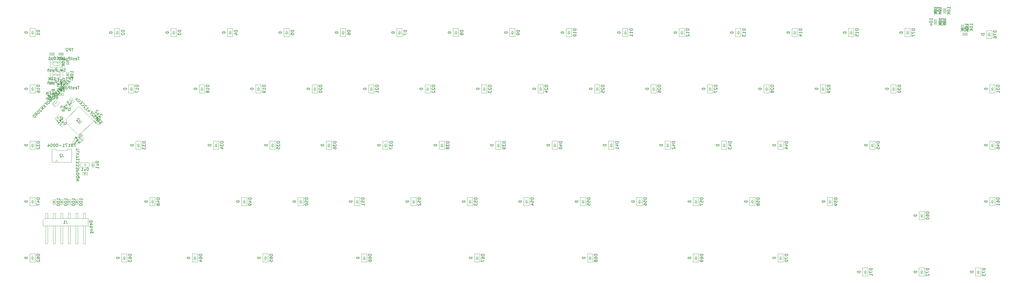
<source format=gbr>
%TF.GenerationSoftware,KiCad,Pcbnew,8.0.8*%
%TF.CreationDate,2025-02-24T19:32:55-06:00*%
%TF.ProjectId,kb,6b622e6b-6963-4616-945f-706362585858,rev?*%
%TF.SameCoordinates,Original*%
%TF.FileFunction,AssemblyDrawing,Bot*%
%FSLAX46Y46*%
G04 Gerber Fmt 4.6, Leading zero omitted, Abs format (unit mm)*
G04 Created by KiCad (PCBNEW 8.0.8) date 2025-02-24 19:32:55*
%MOMM*%
%LPD*%
G01*
G04 APERTURE LIST*
%ADD10C,0.150000*%
%ADD11C,0.040000*%
%ADD12C,0.060000*%
%ADD13C,0.075000*%
%ADD14C,0.090000*%
%ADD15C,0.100000*%
G04 APERTURE END LIST*
D10*
X259979819Y-32763095D02*
X258979819Y-32763095D01*
X258979819Y-32763095D02*
X258979819Y-33001190D01*
X258979819Y-33001190D02*
X259027438Y-33144047D01*
X259027438Y-33144047D02*
X259122676Y-33239285D01*
X259122676Y-33239285D02*
X259217914Y-33286904D01*
X259217914Y-33286904D02*
X259408390Y-33334523D01*
X259408390Y-33334523D02*
X259551247Y-33334523D01*
X259551247Y-33334523D02*
X259741723Y-33286904D01*
X259741723Y-33286904D02*
X259836961Y-33239285D01*
X259836961Y-33239285D02*
X259932200Y-33144047D01*
X259932200Y-33144047D02*
X259979819Y-33001190D01*
X259979819Y-33001190D02*
X259979819Y-32763095D01*
X264079819Y-31810714D02*
X263079819Y-31810714D01*
X263079819Y-31810714D02*
X263079819Y-32048809D01*
X263079819Y-32048809D02*
X263127438Y-32191666D01*
X263127438Y-32191666D02*
X263222676Y-32286904D01*
X263222676Y-32286904D02*
X263317914Y-32334523D01*
X263317914Y-32334523D02*
X263508390Y-32382142D01*
X263508390Y-32382142D02*
X263651247Y-32382142D01*
X263651247Y-32382142D02*
X263841723Y-32334523D01*
X263841723Y-32334523D02*
X263936961Y-32286904D01*
X263936961Y-32286904D02*
X264032200Y-32191666D01*
X264032200Y-32191666D02*
X264079819Y-32048809D01*
X264079819Y-32048809D02*
X264079819Y-31810714D01*
X263175057Y-32763095D02*
X263127438Y-32810714D01*
X263127438Y-32810714D02*
X263079819Y-32905952D01*
X263079819Y-32905952D02*
X263079819Y-33144047D01*
X263079819Y-33144047D02*
X263127438Y-33239285D01*
X263127438Y-33239285D02*
X263175057Y-33286904D01*
X263175057Y-33286904D02*
X263270295Y-33334523D01*
X263270295Y-33334523D02*
X263365533Y-33334523D01*
X263365533Y-33334523D02*
X263508390Y-33286904D01*
X263508390Y-33286904D02*
X264079819Y-32715476D01*
X264079819Y-32715476D02*
X264079819Y-33334523D01*
X263508390Y-33905952D02*
X263460771Y-33810714D01*
X263460771Y-33810714D02*
X263413152Y-33763095D01*
X263413152Y-33763095D02*
X263317914Y-33715476D01*
X263317914Y-33715476D02*
X263270295Y-33715476D01*
X263270295Y-33715476D02*
X263175057Y-33763095D01*
X263175057Y-33763095D02*
X263127438Y-33810714D01*
X263127438Y-33810714D02*
X263079819Y-33905952D01*
X263079819Y-33905952D02*
X263079819Y-34096428D01*
X263079819Y-34096428D02*
X263127438Y-34191666D01*
X263127438Y-34191666D02*
X263175057Y-34239285D01*
X263175057Y-34239285D02*
X263270295Y-34286904D01*
X263270295Y-34286904D02*
X263317914Y-34286904D01*
X263317914Y-34286904D02*
X263413152Y-34239285D01*
X263413152Y-34239285D02*
X263460771Y-34191666D01*
X263460771Y-34191666D02*
X263508390Y-34096428D01*
X263508390Y-34096428D02*
X263508390Y-33905952D01*
X263508390Y-33905952D02*
X263556009Y-33810714D01*
X263556009Y-33810714D02*
X263603628Y-33763095D01*
X263603628Y-33763095D02*
X263698866Y-33715476D01*
X263698866Y-33715476D02*
X263889342Y-33715476D01*
X263889342Y-33715476D02*
X263984580Y-33763095D01*
X263984580Y-33763095D02*
X264032200Y-33810714D01*
X264032200Y-33810714D02*
X264079819Y-33905952D01*
X264079819Y-33905952D02*
X264079819Y-34096428D01*
X264079819Y-34096428D02*
X264032200Y-34191666D01*
X264032200Y-34191666D02*
X263984580Y-34239285D01*
X263984580Y-34239285D02*
X263889342Y-34286904D01*
X263889342Y-34286904D02*
X263698866Y-34286904D01*
X263698866Y-34286904D02*
X263603628Y-34239285D01*
X263603628Y-34239285D02*
X263556009Y-34191666D01*
X263556009Y-34191666D02*
X263508390Y-34096428D01*
X34199819Y-77662381D02*
X33199819Y-77662381D01*
X33199819Y-77662381D02*
X33199819Y-77900476D01*
X33199819Y-77900476D02*
X33247438Y-78043333D01*
X33247438Y-78043333D02*
X33342676Y-78138571D01*
X33342676Y-78138571D02*
X33437914Y-78186190D01*
X33437914Y-78186190D02*
X33628390Y-78233809D01*
X33628390Y-78233809D02*
X33771247Y-78233809D01*
X33771247Y-78233809D02*
X33961723Y-78186190D01*
X33961723Y-78186190D02*
X34056961Y-78138571D01*
X34056961Y-78138571D02*
X34152200Y-78043333D01*
X34152200Y-78043333D02*
X34199819Y-77900476D01*
X34199819Y-77900476D02*
X34199819Y-77662381D01*
X34152200Y-79043333D02*
X34199819Y-78948095D01*
X34199819Y-78948095D02*
X34199819Y-78757619D01*
X34199819Y-78757619D02*
X34152200Y-78662381D01*
X34152200Y-78662381D02*
X34056961Y-78614762D01*
X34056961Y-78614762D02*
X33676009Y-78614762D01*
X33676009Y-78614762D02*
X33580771Y-78662381D01*
X33580771Y-78662381D02*
X33533152Y-78757619D01*
X33533152Y-78757619D02*
X33533152Y-78948095D01*
X33533152Y-78948095D02*
X33580771Y-79043333D01*
X33580771Y-79043333D02*
X33676009Y-79090952D01*
X33676009Y-79090952D02*
X33771247Y-79090952D01*
X33771247Y-79090952D02*
X33866485Y-78614762D01*
X34199819Y-79519524D02*
X33199819Y-79519524D01*
X33580771Y-79519524D02*
X33533152Y-79614762D01*
X33533152Y-79614762D02*
X33533152Y-79805238D01*
X33533152Y-79805238D02*
X33580771Y-79900476D01*
X33580771Y-79900476D02*
X33628390Y-79948095D01*
X33628390Y-79948095D02*
X33723628Y-79995714D01*
X33723628Y-79995714D02*
X34009342Y-79995714D01*
X34009342Y-79995714D02*
X34104580Y-79948095D01*
X34104580Y-79948095D02*
X34152200Y-79900476D01*
X34152200Y-79900476D02*
X34199819Y-79805238D01*
X34199819Y-79805238D02*
X34199819Y-79614762D01*
X34199819Y-79614762D02*
X34152200Y-79519524D01*
X33533152Y-80852857D02*
X34199819Y-80852857D01*
X33533152Y-80424286D02*
X34056961Y-80424286D01*
X34056961Y-80424286D02*
X34152200Y-80471905D01*
X34152200Y-80471905D02*
X34199819Y-80567143D01*
X34199819Y-80567143D02*
X34199819Y-80710000D01*
X34199819Y-80710000D02*
X34152200Y-80805238D01*
X34152200Y-80805238D02*
X34104580Y-80852857D01*
X33533152Y-81757619D02*
X34342676Y-81757619D01*
X34342676Y-81757619D02*
X34437914Y-81710000D01*
X34437914Y-81710000D02*
X34485533Y-81662381D01*
X34485533Y-81662381D02*
X34533152Y-81567143D01*
X34533152Y-81567143D02*
X34533152Y-81424286D01*
X34533152Y-81424286D02*
X34485533Y-81329048D01*
X34152200Y-81757619D02*
X34199819Y-81662381D01*
X34199819Y-81662381D02*
X34199819Y-81471905D01*
X34199819Y-81471905D02*
X34152200Y-81376667D01*
X34152200Y-81376667D02*
X34104580Y-81329048D01*
X34104580Y-81329048D02*
X34009342Y-81281429D01*
X34009342Y-81281429D02*
X33723628Y-81281429D01*
X33723628Y-81281429D02*
X33628390Y-81329048D01*
X33628390Y-81329048D02*
X33580771Y-81376667D01*
X33580771Y-81376667D02*
X33533152Y-81471905D01*
X33533152Y-81471905D02*
X33533152Y-81662381D01*
X33533152Y-81662381D02*
X33580771Y-81757619D01*
X25458333Y-77549819D02*
X25458333Y-78264104D01*
X25458333Y-78264104D02*
X25505952Y-78406961D01*
X25505952Y-78406961D02*
X25601190Y-78502200D01*
X25601190Y-78502200D02*
X25744047Y-78549819D01*
X25744047Y-78549819D02*
X25839285Y-78549819D01*
X24458333Y-78549819D02*
X25029761Y-78549819D01*
X24744047Y-78549819D02*
X24744047Y-77549819D01*
X24744047Y-77549819D02*
X24839285Y-77692676D01*
X24839285Y-77692676D02*
X24934523Y-77787914D01*
X24934523Y-77787914D02*
X25029761Y-77835533D01*
X26176001Y-38159700D02*
X26580062Y-38563761D01*
X26378031Y-38361730D02*
X27085138Y-37654624D01*
X27085138Y-37654624D02*
X27051466Y-37822982D01*
X27051466Y-37822982D02*
X27051466Y-37957669D01*
X27051466Y-37957669D02*
X27085138Y-38058685D01*
X26041314Y-37082204D02*
X25569909Y-37553608D01*
X26344359Y-37385250D02*
X25973970Y-37755639D01*
X25973970Y-37755639D02*
X25872955Y-37789311D01*
X25872955Y-37789311D02*
X25771940Y-37755639D01*
X25771940Y-37755639D02*
X25670924Y-37654624D01*
X25670924Y-37654624D02*
X25637253Y-37553608D01*
X25637253Y-37553608D02*
X25637253Y-37486265D01*
D11*
X27165988Y-36992935D02*
X27165988Y-37009771D01*
X27165988Y-37009771D02*
X27182824Y-37043443D01*
X27182824Y-37043443D02*
X27199660Y-37060279D01*
X27199660Y-37060279D02*
X27233332Y-37077115D01*
X27233332Y-37077115D02*
X27267003Y-37077115D01*
X27267003Y-37077115D02*
X27292257Y-37068697D01*
X27292257Y-37068697D02*
X27334347Y-37043443D01*
X27334347Y-37043443D02*
X27359601Y-37018189D01*
X27359601Y-37018189D02*
X27384855Y-36976100D01*
X27384855Y-36976100D02*
X27393273Y-36950846D01*
X27393273Y-36950846D02*
X27393273Y-36917174D01*
X27393273Y-36917174D02*
X27376437Y-36883502D01*
X27376437Y-36883502D02*
X27359601Y-36866666D01*
X27359601Y-36866666D02*
X27325929Y-36849831D01*
X27325929Y-36849831D02*
X27309093Y-36849831D01*
X27267003Y-36774069D02*
X27149152Y-36656218D01*
X27149152Y-36656218D02*
X27048137Y-36908756D01*
D10*
X12329819Y-13713095D02*
X11329819Y-13713095D01*
X11329819Y-13713095D02*
X11329819Y-13951190D01*
X11329819Y-13951190D02*
X11377438Y-14094047D01*
X11377438Y-14094047D02*
X11472676Y-14189285D01*
X11472676Y-14189285D02*
X11567914Y-14236904D01*
X11567914Y-14236904D02*
X11758390Y-14284523D01*
X11758390Y-14284523D02*
X11901247Y-14284523D01*
X11901247Y-14284523D02*
X12091723Y-14236904D01*
X12091723Y-14236904D02*
X12186961Y-14189285D01*
X12186961Y-14189285D02*
X12282200Y-14094047D01*
X12282200Y-14094047D02*
X12329819Y-13951190D01*
X12329819Y-13951190D02*
X12329819Y-13713095D01*
X16429819Y-13236905D02*
X15429819Y-13236905D01*
X15429819Y-13236905D02*
X15429819Y-13475000D01*
X15429819Y-13475000D02*
X15477438Y-13617857D01*
X15477438Y-13617857D02*
X15572676Y-13713095D01*
X15572676Y-13713095D02*
X15667914Y-13760714D01*
X15667914Y-13760714D02*
X15858390Y-13808333D01*
X15858390Y-13808333D02*
X16001247Y-13808333D01*
X16001247Y-13808333D02*
X16191723Y-13760714D01*
X16191723Y-13760714D02*
X16286961Y-13713095D01*
X16286961Y-13713095D02*
X16382200Y-13617857D01*
X16382200Y-13617857D02*
X16429819Y-13475000D01*
X16429819Y-13475000D02*
X16429819Y-13236905D01*
X16429819Y-14760714D02*
X16429819Y-14189286D01*
X16429819Y-14475000D02*
X15429819Y-14475000D01*
X15429819Y-14475000D02*
X15572676Y-14379762D01*
X15572676Y-14379762D02*
X15667914Y-14284524D01*
X15667914Y-14284524D02*
X15715533Y-14189286D01*
X27734819Y-27584523D02*
X27734819Y-27013095D01*
X27734819Y-27298809D02*
X26734819Y-27298809D01*
X26734819Y-27298809D02*
X26877676Y-27203571D01*
X26877676Y-27203571D02*
X26972914Y-27108333D01*
X26972914Y-27108333D02*
X27020533Y-27013095D01*
X26734819Y-28203571D02*
X26734819Y-28298809D01*
X26734819Y-28298809D02*
X26782438Y-28394047D01*
X26782438Y-28394047D02*
X26830057Y-28441666D01*
X26830057Y-28441666D02*
X26925295Y-28489285D01*
X26925295Y-28489285D02*
X27115771Y-28536904D01*
X27115771Y-28536904D02*
X27353866Y-28536904D01*
X27353866Y-28536904D02*
X27544342Y-28489285D01*
X27544342Y-28489285D02*
X27639580Y-28441666D01*
X27639580Y-28441666D02*
X27687200Y-28394047D01*
X27687200Y-28394047D02*
X27734819Y-28298809D01*
X27734819Y-28298809D02*
X27734819Y-28203571D01*
X27734819Y-28203571D02*
X27687200Y-28108333D01*
X27687200Y-28108333D02*
X27639580Y-28060714D01*
X27639580Y-28060714D02*
X27544342Y-28013095D01*
X27544342Y-28013095D02*
X27353866Y-27965476D01*
X27353866Y-27965476D02*
X27115771Y-27965476D01*
X27115771Y-27965476D02*
X26925295Y-28013095D01*
X26925295Y-28013095D02*
X26830057Y-28060714D01*
X26830057Y-28060714D02*
X26782438Y-28108333D01*
X26782438Y-28108333D02*
X26734819Y-28203571D01*
X27734819Y-28965476D02*
X26734819Y-28965476D01*
X27734819Y-29536904D02*
X27163390Y-29108333D01*
X26734819Y-29536904D02*
X27306247Y-28965476D01*
D12*
X26031927Y-28208333D02*
X25841451Y-28075000D01*
X26031927Y-27979762D02*
X25631927Y-27979762D01*
X25631927Y-27979762D02*
X25631927Y-28132143D01*
X25631927Y-28132143D02*
X25650975Y-28170238D01*
X25650975Y-28170238D02*
X25670022Y-28189285D01*
X25670022Y-28189285D02*
X25708118Y-28208333D01*
X25708118Y-28208333D02*
X25765260Y-28208333D01*
X25765260Y-28208333D02*
X25803356Y-28189285D01*
X25803356Y-28189285D02*
X25822403Y-28170238D01*
X25822403Y-28170238D02*
X25841451Y-28132143D01*
X25841451Y-28132143D02*
X25841451Y-27979762D01*
X26031927Y-28398809D02*
X26031927Y-28475000D01*
X26031927Y-28475000D02*
X26012880Y-28513095D01*
X26012880Y-28513095D02*
X25993832Y-28532143D01*
X25993832Y-28532143D02*
X25936689Y-28570238D01*
X25936689Y-28570238D02*
X25860499Y-28589285D01*
X25860499Y-28589285D02*
X25708118Y-28589285D01*
X25708118Y-28589285D02*
X25670022Y-28570238D01*
X25670022Y-28570238D02*
X25650975Y-28551190D01*
X25650975Y-28551190D02*
X25631927Y-28513095D01*
X25631927Y-28513095D02*
X25631927Y-28436904D01*
X25631927Y-28436904D02*
X25650975Y-28398809D01*
X25650975Y-28398809D02*
X25670022Y-28379762D01*
X25670022Y-28379762D02*
X25708118Y-28360714D01*
X25708118Y-28360714D02*
X25803356Y-28360714D01*
X25803356Y-28360714D02*
X25841451Y-28379762D01*
X25841451Y-28379762D02*
X25860499Y-28398809D01*
X25860499Y-28398809D02*
X25879546Y-28436904D01*
X25879546Y-28436904D02*
X25879546Y-28513095D01*
X25879546Y-28513095D02*
X25860499Y-28551190D01*
X25860499Y-28551190D02*
X25841451Y-28570238D01*
X25841451Y-28570238D02*
X25803356Y-28589285D01*
D10*
X28636904Y-51609819D02*
X27970238Y-51609819D01*
X27970238Y-51609819D02*
X28398809Y-52609819D01*
X27446428Y-52038390D02*
X27541666Y-51990771D01*
X27541666Y-51990771D02*
X27589285Y-51943152D01*
X27589285Y-51943152D02*
X27636904Y-51847914D01*
X27636904Y-51847914D02*
X27636904Y-51800295D01*
X27636904Y-51800295D02*
X27589285Y-51705057D01*
X27589285Y-51705057D02*
X27541666Y-51657438D01*
X27541666Y-51657438D02*
X27446428Y-51609819D01*
X27446428Y-51609819D02*
X27255952Y-51609819D01*
X27255952Y-51609819D02*
X27160714Y-51657438D01*
X27160714Y-51657438D02*
X27113095Y-51705057D01*
X27113095Y-51705057D02*
X27065476Y-51800295D01*
X27065476Y-51800295D02*
X27065476Y-51847914D01*
X27065476Y-51847914D02*
X27113095Y-51943152D01*
X27113095Y-51943152D02*
X27160714Y-51990771D01*
X27160714Y-51990771D02*
X27255952Y-52038390D01*
X27255952Y-52038390D02*
X27446428Y-52038390D01*
X27446428Y-52038390D02*
X27541666Y-52086009D01*
X27541666Y-52086009D02*
X27589285Y-52133628D01*
X27589285Y-52133628D02*
X27636904Y-52228866D01*
X27636904Y-52228866D02*
X27636904Y-52419342D01*
X27636904Y-52419342D02*
X27589285Y-52514580D01*
X27589285Y-52514580D02*
X27541666Y-52562200D01*
X27541666Y-52562200D02*
X27446428Y-52609819D01*
X27446428Y-52609819D02*
X27255952Y-52609819D01*
X27255952Y-52609819D02*
X27160714Y-52562200D01*
X27160714Y-52562200D02*
X27113095Y-52514580D01*
X27113095Y-52514580D02*
X27065476Y-52419342D01*
X27065476Y-52419342D02*
X27065476Y-52228866D01*
X27065476Y-52228866D02*
X27113095Y-52133628D01*
X27113095Y-52133628D02*
X27160714Y-52086009D01*
X27160714Y-52086009D02*
X27255952Y-52038390D01*
X26113095Y-52609819D02*
X26684523Y-52609819D01*
X26398809Y-52609819D02*
X26398809Y-51609819D01*
X26398809Y-51609819D02*
X26494047Y-51752676D01*
X26494047Y-51752676D02*
X26589285Y-51847914D01*
X26589285Y-51847914D02*
X26684523Y-51895533D01*
X25779761Y-51609819D02*
X25113095Y-51609819D01*
X25113095Y-51609819D02*
X25541666Y-52609819D01*
X24208333Y-52609819D02*
X24779761Y-52609819D01*
X24494047Y-52609819D02*
X24494047Y-51609819D01*
X24494047Y-51609819D02*
X24589285Y-51752676D01*
X24589285Y-51752676D02*
X24684523Y-51847914D01*
X24684523Y-51847914D02*
X24779761Y-51895533D01*
X23779761Y-52228866D02*
X23017857Y-52228866D01*
X22351190Y-51609819D02*
X22255952Y-51609819D01*
X22255952Y-51609819D02*
X22160714Y-51657438D01*
X22160714Y-51657438D02*
X22113095Y-51705057D01*
X22113095Y-51705057D02*
X22065476Y-51800295D01*
X22065476Y-51800295D02*
X22017857Y-51990771D01*
X22017857Y-51990771D02*
X22017857Y-52228866D01*
X22017857Y-52228866D02*
X22065476Y-52419342D01*
X22065476Y-52419342D02*
X22113095Y-52514580D01*
X22113095Y-52514580D02*
X22160714Y-52562200D01*
X22160714Y-52562200D02*
X22255952Y-52609819D01*
X22255952Y-52609819D02*
X22351190Y-52609819D01*
X22351190Y-52609819D02*
X22446428Y-52562200D01*
X22446428Y-52562200D02*
X22494047Y-52514580D01*
X22494047Y-52514580D02*
X22541666Y-52419342D01*
X22541666Y-52419342D02*
X22589285Y-52228866D01*
X22589285Y-52228866D02*
X22589285Y-51990771D01*
X22589285Y-51990771D02*
X22541666Y-51800295D01*
X22541666Y-51800295D02*
X22494047Y-51705057D01*
X22494047Y-51705057D02*
X22446428Y-51657438D01*
X22446428Y-51657438D02*
X22351190Y-51609819D01*
X21398809Y-51609819D02*
X21303571Y-51609819D01*
X21303571Y-51609819D02*
X21208333Y-51657438D01*
X21208333Y-51657438D02*
X21160714Y-51705057D01*
X21160714Y-51705057D02*
X21113095Y-51800295D01*
X21113095Y-51800295D02*
X21065476Y-51990771D01*
X21065476Y-51990771D02*
X21065476Y-52228866D01*
X21065476Y-52228866D02*
X21113095Y-52419342D01*
X21113095Y-52419342D02*
X21160714Y-52514580D01*
X21160714Y-52514580D02*
X21208333Y-52562200D01*
X21208333Y-52562200D02*
X21303571Y-52609819D01*
X21303571Y-52609819D02*
X21398809Y-52609819D01*
X21398809Y-52609819D02*
X21494047Y-52562200D01*
X21494047Y-52562200D02*
X21541666Y-52514580D01*
X21541666Y-52514580D02*
X21589285Y-52419342D01*
X21589285Y-52419342D02*
X21636904Y-52228866D01*
X21636904Y-52228866D02*
X21636904Y-51990771D01*
X21636904Y-51990771D02*
X21589285Y-51800295D01*
X21589285Y-51800295D02*
X21541666Y-51705057D01*
X21541666Y-51705057D02*
X21494047Y-51657438D01*
X21494047Y-51657438D02*
X21398809Y-51609819D01*
X20446428Y-51609819D02*
X20351190Y-51609819D01*
X20351190Y-51609819D02*
X20255952Y-51657438D01*
X20255952Y-51657438D02*
X20208333Y-51705057D01*
X20208333Y-51705057D02*
X20160714Y-51800295D01*
X20160714Y-51800295D02*
X20113095Y-51990771D01*
X20113095Y-51990771D02*
X20113095Y-52228866D01*
X20113095Y-52228866D02*
X20160714Y-52419342D01*
X20160714Y-52419342D02*
X20208333Y-52514580D01*
X20208333Y-52514580D02*
X20255952Y-52562200D01*
X20255952Y-52562200D02*
X20351190Y-52609819D01*
X20351190Y-52609819D02*
X20446428Y-52609819D01*
X20446428Y-52609819D02*
X20541666Y-52562200D01*
X20541666Y-52562200D02*
X20589285Y-52514580D01*
X20589285Y-52514580D02*
X20636904Y-52419342D01*
X20636904Y-52419342D02*
X20684523Y-52228866D01*
X20684523Y-52228866D02*
X20684523Y-51990771D01*
X20684523Y-51990771D02*
X20636904Y-51800295D01*
X20636904Y-51800295D02*
X20589285Y-51705057D01*
X20589285Y-51705057D02*
X20541666Y-51657438D01*
X20541666Y-51657438D02*
X20446428Y-51609819D01*
X19255952Y-51943152D02*
X19255952Y-52609819D01*
X19494047Y-51562200D02*
X19732142Y-52276485D01*
X19732142Y-52276485D02*
X19113095Y-52276485D01*
X24208333Y-55059819D02*
X24208333Y-55774104D01*
X24208333Y-55774104D02*
X24255952Y-55916961D01*
X24255952Y-55916961D02*
X24351190Y-56012200D01*
X24351190Y-56012200D02*
X24494047Y-56059819D01*
X24494047Y-56059819D02*
X24589285Y-56059819D01*
X23779761Y-55155057D02*
X23732142Y-55107438D01*
X23732142Y-55107438D02*
X23636904Y-55059819D01*
X23636904Y-55059819D02*
X23398809Y-55059819D01*
X23398809Y-55059819D02*
X23303571Y-55107438D01*
X23303571Y-55107438D02*
X23255952Y-55155057D01*
X23255952Y-55155057D02*
X23208333Y-55250295D01*
X23208333Y-55250295D02*
X23208333Y-55345533D01*
X23208333Y-55345533D02*
X23255952Y-55488390D01*
X23255952Y-55488390D02*
X23827380Y-56059819D01*
X23827380Y-56059819D02*
X23208333Y-56059819D01*
X200448569Y-89913095D02*
X199448569Y-89913095D01*
X199448569Y-89913095D02*
X199448569Y-90151190D01*
X199448569Y-90151190D02*
X199496188Y-90294047D01*
X199496188Y-90294047D02*
X199591426Y-90389285D01*
X199591426Y-90389285D02*
X199686664Y-90436904D01*
X199686664Y-90436904D02*
X199877140Y-90484523D01*
X199877140Y-90484523D02*
X200019997Y-90484523D01*
X200019997Y-90484523D02*
X200210473Y-90436904D01*
X200210473Y-90436904D02*
X200305711Y-90389285D01*
X200305711Y-90389285D02*
X200400950Y-90294047D01*
X200400950Y-90294047D02*
X200448569Y-90151190D01*
X200448569Y-90151190D02*
X200448569Y-89913095D01*
X204548569Y-88960714D02*
X203548569Y-88960714D01*
X203548569Y-88960714D02*
X203548569Y-89198809D01*
X203548569Y-89198809D02*
X203596188Y-89341666D01*
X203596188Y-89341666D02*
X203691426Y-89436904D01*
X203691426Y-89436904D02*
X203786664Y-89484523D01*
X203786664Y-89484523D02*
X203977140Y-89532142D01*
X203977140Y-89532142D02*
X204119997Y-89532142D01*
X204119997Y-89532142D02*
X204310473Y-89484523D01*
X204310473Y-89484523D02*
X204405711Y-89436904D01*
X204405711Y-89436904D02*
X204500950Y-89341666D01*
X204500950Y-89341666D02*
X204548569Y-89198809D01*
X204548569Y-89198809D02*
X204548569Y-88960714D01*
X203548569Y-90389285D02*
X203548569Y-90198809D01*
X203548569Y-90198809D02*
X203596188Y-90103571D01*
X203596188Y-90103571D02*
X203643807Y-90055952D01*
X203643807Y-90055952D02*
X203786664Y-89960714D01*
X203786664Y-89960714D02*
X203977140Y-89913095D01*
X203977140Y-89913095D02*
X204358092Y-89913095D01*
X204358092Y-89913095D02*
X204453330Y-89960714D01*
X204453330Y-89960714D02*
X204500950Y-90008333D01*
X204500950Y-90008333D02*
X204548569Y-90103571D01*
X204548569Y-90103571D02*
X204548569Y-90294047D01*
X204548569Y-90294047D02*
X204500950Y-90389285D01*
X204500950Y-90389285D02*
X204453330Y-90436904D01*
X204453330Y-90436904D02*
X204358092Y-90484523D01*
X204358092Y-90484523D02*
X204119997Y-90484523D01*
X204119997Y-90484523D02*
X204024759Y-90436904D01*
X204024759Y-90436904D02*
X203977140Y-90389285D01*
X203977140Y-90389285D02*
X203929521Y-90294047D01*
X203929521Y-90294047D02*
X203929521Y-90103571D01*
X203929521Y-90103571D02*
X203977140Y-90008333D01*
X203977140Y-90008333D02*
X204024759Y-89960714D01*
X204024759Y-89960714D02*
X204119997Y-89913095D01*
X203977140Y-91055952D02*
X203929521Y-90960714D01*
X203929521Y-90960714D02*
X203881902Y-90913095D01*
X203881902Y-90913095D02*
X203786664Y-90865476D01*
X203786664Y-90865476D02*
X203739045Y-90865476D01*
X203739045Y-90865476D02*
X203643807Y-90913095D01*
X203643807Y-90913095D02*
X203596188Y-90960714D01*
X203596188Y-90960714D02*
X203548569Y-91055952D01*
X203548569Y-91055952D02*
X203548569Y-91246428D01*
X203548569Y-91246428D02*
X203596188Y-91341666D01*
X203596188Y-91341666D02*
X203643807Y-91389285D01*
X203643807Y-91389285D02*
X203739045Y-91436904D01*
X203739045Y-91436904D02*
X203786664Y-91436904D01*
X203786664Y-91436904D02*
X203881902Y-91389285D01*
X203881902Y-91389285D02*
X203929521Y-91341666D01*
X203929521Y-91341666D02*
X203977140Y-91246428D01*
X203977140Y-91246428D02*
X203977140Y-91055952D01*
X203977140Y-91055952D02*
X204024759Y-90960714D01*
X204024759Y-90960714D02*
X204072378Y-90913095D01*
X204072378Y-90913095D02*
X204167616Y-90865476D01*
X204167616Y-90865476D02*
X204358092Y-90865476D01*
X204358092Y-90865476D02*
X204453330Y-90913095D01*
X204453330Y-90913095D02*
X204500950Y-90960714D01*
X204500950Y-90960714D02*
X204548569Y-91055952D01*
X204548569Y-91055952D02*
X204548569Y-91246428D01*
X204548569Y-91246428D02*
X204500950Y-91341666D01*
X204500950Y-91341666D02*
X204453330Y-91389285D01*
X204453330Y-91389285D02*
X204358092Y-91436904D01*
X204358092Y-91436904D02*
X204167616Y-91436904D01*
X204167616Y-91436904D02*
X204072378Y-91389285D01*
X204072378Y-91389285D02*
X204024759Y-91341666D01*
X204024759Y-91341666D02*
X203977140Y-91246428D01*
X29783333Y-32154819D02*
X29211905Y-32154819D01*
X29497619Y-33154819D02*
X29497619Y-32154819D01*
X28497619Y-33107200D02*
X28592857Y-33154819D01*
X28592857Y-33154819D02*
X28783333Y-33154819D01*
X28783333Y-33154819D02*
X28878571Y-33107200D01*
X28878571Y-33107200D02*
X28926190Y-33011961D01*
X28926190Y-33011961D02*
X28926190Y-32631009D01*
X28926190Y-32631009D02*
X28878571Y-32535771D01*
X28878571Y-32535771D02*
X28783333Y-32488152D01*
X28783333Y-32488152D02*
X28592857Y-32488152D01*
X28592857Y-32488152D02*
X28497619Y-32535771D01*
X28497619Y-32535771D02*
X28450000Y-32631009D01*
X28450000Y-32631009D02*
X28450000Y-32726247D01*
X28450000Y-32726247D02*
X28926190Y-32821485D01*
X28069047Y-33107200D02*
X27973809Y-33154819D01*
X27973809Y-33154819D02*
X27783333Y-33154819D01*
X27783333Y-33154819D02*
X27688095Y-33107200D01*
X27688095Y-33107200D02*
X27640476Y-33011961D01*
X27640476Y-33011961D02*
X27640476Y-32964342D01*
X27640476Y-32964342D02*
X27688095Y-32869104D01*
X27688095Y-32869104D02*
X27783333Y-32821485D01*
X27783333Y-32821485D02*
X27926190Y-32821485D01*
X27926190Y-32821485D02*
X28021428Y-32773866D01*
X28021428Y-32773866D02*
X28069047Y-32678628D01*
X28069047Y-32678628D02*
X28069047Y-32631009D01*
X28069047Y-32631009D02*
X28021428Y-32535771D01*
X28021428Y-32535771D02*
X27926190Y-32488152D01*
X27926190Y-32488152D02*
X27783333Y-32488152D01*
X27783333Y-32488152D02*
X27688095Y-32535771D01*
X27354761Y-32488152D02*
X26973809Y-32488152D01*
X27211904Y-32154819D02*
X27211904Y-33011961D01*
X27211904Y-33011961D02*
X27164285Y-33107200D01*
X27164285Y-33107200D02*
X27069047Y-33154819D01*
X27069047Y-33154819D02*
X26973809Y-33154819D01*
X26640475Y-33154819D02*
X26640475Y-32154819D01*
X26640475Y-32154819D02*
X26259523Y-32154819D01*
X26259523Y-32154819D02*
X26164285Y-32202438D01*
X26164285Y-32202438D02*
X26116666Y-32250057D01*
X26116666Y-32250057D02*
X26069047Y-32345295D01*
X26069047Y-32345295D02*
X26069047Y-32488152D01*
X26069047Y-32488152D02*
X26116666Y-32583390D01*
X26116666Y-32583390D02*
X26164285Y-32631009D01*
X26164285Y-32631009D02*
X26259523Y-32678628D01*
X26259523Y-32678628D02*
X26640475Y-32678628D01*
X25497618Y-33154819D02*
X25592856Y-33107200D01*
X25592856Y-33107200D02*
X25640475Y-33059580D01*
X25640475Y-33059580D02*
X25688094Y-32964342D01*
X25688094Y-32964342D02*
X25688094Y-32678628D01*
X25688094Y-32678628D02*
X25640475Y-32583390D01*
X25640475Y-32583390D02*
X25592856Y-32535771D01*
X25592856Y-32535771D02*
X25497618Y-32488152D01*
X25497618Y-32488152D02*
X25354761Y-32488152D01*
X25354761Y-32488152D02*
X25259523Y-32535771D01*
X25259523Y-32535771D02*
X25211904Y-32583390D01*
X25211904Y-32583390D02*
X25164285Y-32678628D01*
X25164285Y-32678628D02*
X25164285Y-32964342D01*
X25164285Y-32964342D02*
X25211904Y-33059580D01*
X25211904Y-33059580D02*
X25259523Y-33107200D01*
X25259523Y-33107200D02*
X25354761Y-33154819D01*
X25354761Y-33154819D02*
X25497618Y-33154819D01*
X24735713Y-33154819D02*
X24735713Y-32488152D01*
X24735713Y-32154819D02*
X24783332Y-32202438D01*
X24783332Y-32202438D02*
X24735713Y-32250057D01*
X24735713Y-32250057D02*
X24688094Y-32202438D01*
X24688094Y-32202438D02*
X24735713Y-32154819D01*
X24735713Y-32154819D02*
X24735713Y-32250057D01*
X24259523Y-32488152D02*
X24259523Y-33154819D01*
X24259523Y-32583390D02*
X24211904Y-32535771D01*
X24211904Y-32535771D02*
X24116666Y-32488152D01*
X24116666Y-32488152D02*
X23973809Y-32488152D01*
X23973809Y-32488152D02*
X23878571Y-32535771D01*
X23878571Y-32535771D02*
X23830952Y-32631009D01*
X23830952Y-32631009D02*
X23830952Y-33154819D01*
X23497618Y-32488152D02*
X23116666Y-32488152D01*
X23354761Y-32154819D02*
X23354761Y-33011961D01*
X23354761Y-33011961D02*
X23307142Y-33107200D01*
X23307142Y-33107200D02*
X23211904Y-33154819D01*
X23211904Y-33154819D02*
X23116666Y-33154819D01*
X27711904Y-29154819D02*
X27140476Y-29154819D01*
X27426190Y-30154819D02*
X27426190Y-29154819D01*
X26807142Y-30154819D02*
X26807142Y-29154819D01*
X26807142Y-29154819D02*
X26426190Y-29154819D01*
X26426190Y-29154819D02*
X26330952Y-29202438D01*
X26330952Y-29202438D02*
X26283333Y-29250057D01*
X26283333Y-29250057D02*
X26235714Y-29345295D01*
X26235714Y-29345295D02*
X26235714Y-29488152D01*
X26235714Y-29488152D02*
X26283333Y-29583390D01*
X26283333Y-29583390D02*
X26330952Y-29631009D01*
X26330952Y-29631009D02*
X26426190Y-29678628D01*
X26426190Y-29678628D02*
X26807142Y-29678628D01*
X25283333Y-30154819D02*
X25854761Y-30154819D01*
X25569047Y-30154819D02*
X25569047Y-29154819D01*
X25569047Y-29154819D02*
X25664285Y-29297676D01*
X25664285Y-29297676D02*
X25759523Y-29392914D01*
X25759523Y-29392914D02*
X25854761Y-29440533D01*
X329684819Y-11532142D02*
X329684819Y-10960714D01*
X329684819Y-11246428D02*
X328684819Y-11246428D01*
X328684819Y-11246428D02*
X328827676Y-11151190D01*
X328827676Y-11151190D02*
X328922914Y-11055952D01*
X328922914Y-11055952D02*
X328970533Y-10960714D01*
X328684819Y-12151190D02*
X328684819Y-12246428D01*
X328684819Y-12246428D02*
X328732438Y-12341666D01*
X328732438Y-12341666D02*
X328780057Y-12389285D01*
X328780057Y-12389285D02*
X328875295Y-12436904D01*
X328875295Y-12436904D02*
X329065771Y-12484523D01*
X329065771Y-12484523D02*
X329303866Y-12484523D01*
X329303866Y-12484523D02*
X329494342Y-12436904D01*
X329494342Y-12436904D02*
X329589580Y-12389285D01*
X329589580Y-12389285D02*
X329637200Y-12341666D01*
X329637200Y-12341666D02*
X329684819Y-12246428D01*
X329684819Y-12246428D02*
X329684819Y-12151190D01*
X329684819Y-12151190D02*
X329637200Y-12055952D01*
X329637200Y-12055952D02*
X329589580Y-12008333D01*
X329589580Y-12008333D02*
X329494342Y-11960714D01*
X329494342Y-11960714D02*
X329303866Y-11913095D01*
X329303866Y-11913095D02*
X329065771Y-11913095D01*
X329065771Y-11913095D02*
X328875295Y-11960714D01*
X328875295Y-11960714D02*
X328780057Y-12008333D01*
X328780057Y-12008333D02*
X328732438Y-12055952D01*
X328732438Y-12055952D02*
X328684819Y-12151190D01*
X329018152Y-12913095D02*
X329684819Y-12913095D01*
X329113390Y-12913095D02*
X329065771Y-12960714D01*
X329065771Y-12960714D02*
X329018152Y-13055952D01*
X329018152Y-13055952D02*
X329018152Y-13198809D01*
X329018152Y-13198809D02*
X329065771Y-13294047D01*
X329065771Y-13294047D02*
X329161009Y-13341666D01*
X329161009Y-13341666D02*
X329684819Y-13341666D01*
D12*
X327943832Y-11917857D02*
X327962880Y-11898809D01*
X327962880Y-11898809D02*
X327981927Y-11841667D01*
X327981927Y-11841667D02*
X327981927Y-11803571D01*
X327981927Y-11803571D02*
X327962880Y-11746428D01*
X327962880Y-11746428D02*
X327924784Y-11708333D01*
X327924784Y-11708333D02*
X327886689Y-11689286D01*
X327886689Y-11689286D02*
X327810499Y-11670238D01*
X327810499Y-11670238D02*
X327753356Y-11670238D01*
X327753356Y-11670238D02*
X327677165Y-11689286D01*
X327677165Y-11689286D02*
X327639070Y-11708333D01*
X327639070Y-11708333D02*
X327600975Y-11746428D01*
X327600975Y-11746428D02*
X327581927Y-11803571D01*
X327581927Y-11803571D02*
X327581927Y-11841667D01*
X327581927Y-11841667D02*
X327600975Y-11898809D01*
X327600975Y-11898809D02*
X327620022Y-11917857D01*
X327981927Y-12298809D02*
X327981927Y-12070238D01*
X327981927Y-12184524D02*
X327581927Y-12184524D01*
X327581927Y-12184524D02*
X327639070Y-12146428D01*
X327639070Y-12146428D02*
X327677165Y-12108333D01*
X327677165Y-12108333D02*
X327696213Y-12070238D01*
X327581927Y-12641666D02*
X327581927Y-12565476D01*
X327581927Y-12565476D02*
X327600975Y-12527380D01*
X327600975Y-12527380D02*
X327620022Y-12508333D01*
X327620022Y-12508333D02*
X327677165Y-12470238D01*
X327677165Y-12470238D02*
X327753356Y-12451190D01*
X327753356Y-12451190D02*
X327905737Y-12451190D01*
X327905737Y-12451190D02*
X327943832Y-12470238D01*
X327943832Y-12470238D02*
X327962880Y-12489285D01*
X327962880Y-12489285D02*
X327981927Y-12527380D01*
X327981927Y-12527380D02*
X327981927Y-12603571D01*
X327981927Y-12603571D02*
X327962880Y-12641666D01*
X327962880Y-12641666D02*
X327943832Y-12660714D01*
X327943832Y-12660714D02*
X327905737Y-12679761D01*
X327905737Y-12679761D02*
X327810499Y-12679761D01*
X327810499Y-12679761D02*
X327772403Y-12660714D01*
X327772403Y-12660714D02*
X327753356Y-12641666D01*
X327753356Y-12641666D02*
X327734308Y-12603571D01*
X327734308Y-12603571D02*
X327734308Y-12527380D01*
X327734308Y-12527380D02*
X327753356Y-12489285D01*
X327753356Y-12489285D02*
X327772403Y-12470238D01*
X327772403Y-12470238D02*
X327810499Y-12451190D01*
D10*
X25494024Y-44432533D02*
X25426680Y-44365190D01*
X25426680Y-44365190D02*
X25325665Y-44331518D01*
X25325665Y-44331518D02*
X25258321Y-44331518D01*
X25258321Y-44331518D02*
X25157306Y-44365190D01*
X25157306Y-44365190D02*
X24988947Y-44466205D01*
X24988947Y-44466205D02*
X24820589Y-44634564D01*
X24820589Y-44634564D02*
X24719573Y-44802923D01*
X24719573Y-44802923D02*
X24685902Y-44903938D01*
X24685902Y-44903938D02*
X24685902Y-44971281D01*
X24685902Y-44971281D02*
X24719573Y-45072297D01*
X24719573Y-45072297D02*
X24786917Y-45139640D01*
X24786917Y-45139640D02*
X24887932Y-45173312D01*
X24887932Y-45173312D02*
X24955276Y-45173312D01*
X24955276Y-45173312D02*
X25056291Y-45139640D01*
X25056291Y-45139640D02*
X25224650Y-45038625D01*
X25224650Y-45038625D02*
X25393008Y-44870266D01*
X25393008Y-44870266D02*
X25494024Y-44701907D01*
X25494024Y-44701907D02*
X25527695Y-44600892D01*
X25527695Y-44600892D02*
X25527695Y-44533549D01*
X25527695Y-44533549D02*
X25494024Y-44432533D01*
X24416528Y-43826442D02*
X23945123Y-44297846D01*
X24719573Y-44129488D02*
X24349184Y-44499877D01*
X24349184Y-44499877D02*
X24248169Y-44533549D01*
X24248169Y-44533549D02*
X24147154Y-44499877D01*
X24147154Y-44499877D02*
X24046138Y-44398862D01*
X24046138Y-44398862D02*
X24012467Y-44297846D01*
X24012467Y-44297846D02*
X24012467Y-44230503D01*
X23238016Y-43590739D02*
X23642077Y-43994800D01*
X23440047Y-43792770D02*
X24147153Y-43085663D01*
X24147153Y-43085663D02*
X24113482Y-43254022D01*
X24113482Y-43254022D02*
X24113482Y-43388709D01*
X24113482Y-43388709D02*
X24147153Y-43489724D01*
D11*
X23563996Y-45040943D02*
X23563996Y-45057779D01*
X23563996Y-45057779D02*
X23580832Y-45091451D01*
X23580832Y-45091451D02*
X23597668Y-45108287D01*
X23597668Y-45108287D02*
X23631340Y-45125123D01*
X23631340Y-45125123D02*
X23665011Y-45125123D01*
X23665011Y-45125123D02*
X23690265Y-45116705D01*
X23690265Y-45116705D02*
X23732355Y-45091451D01*
X23732355Y-45091451D02*
X23757609Y-45066197D01*
X23757609Y-45066197D02*
X23782863Y-45024108D01*
X23782863Y-45024108D02*
X23791281Y-44998854D01*
X23791281Y-44998854D02*
X23791281Y-44965182D01*
X23791281Y-44965182D02*
X23774445Y-44931510D01*
X23774445Y-44931510D02*
X23757609Y-44914674D01*
X23757609Y-44914674D02*
X23723937Y-44897839D01*
X23723937Y-44897839D02*
X23707101Y-44897839D01*
X23563996Y-44721062D02*
X23648176Y-44805241D01*
X23648176Y-44805241D02*
X23572414Y-44897839D01*
X23572414Y-44897839D02*
X23572414Y-44881003D01*
X23572414Y-44881003D02*
X23563996Y-44855749D01*
X23563996Y-44855749D02*
X23521907Y-44813659D01*
X23521907Y-44813659D02*
X23496653Y-44805241D01*
X23496653Y-44805241D02*
X23479817Y-44805241D01*
X23479817Y-44805241D02*
X23454563Y-44813659D01*
X23454563Y-44813659D02*
X23412473Y-44855749D01*
X23412473Y-44855749D02*
X23404055Y-44881003D01*
X23404055Y-44881003D02*
X23404055Y-44897839D01*
X23404055Y-44897839D02*
X23412473Y-44923092D01*
X23412473Y-44923092D02*
X23454563Y-44965182D01*
X23454563Y-44965182D02*
X23479817Y-44973600D01*
X23479817Y-44973600D02*
X23496653Y-44973600D01*
D10*
X136154819Y-13713095D02*
X135154819Y-13713095D01*
X135154819Y-13713095D02*
X135154819Y-13951190D01*
X135154819Y-13951190D02*
X135202438Y-14094047D01*
X135202438Y-14094047D02*
X135297676Y-14189285D01*
X135297676Y-14189285D02*
X135392914Y-14236904D01*
X135392914Y-14236904D02*
X135583390Y-14284523D01*
X135583390Y-14284523D02*
X135726247Y-14284523D01*
X135726247Y-14284523D02*
X135916723Y-14236904D01*
X135916723Y-14236904D02*
X136011961Y-14189285D01*
X136011961Y-14189285D02*
X136107200Y-14094047D01*
X136107200Y-14094047D02*
X136154819Y-13951190D01*
X136154819Y-13951190D02*
X136154819Y-13713095D01*
X140254819Y-13236905D02*
X139254819Y-13236905D01*
X139254819Y-13236905D02*
X139254819Y-13475000D01*
X139254819Y-13475000D02*
X139302438Y-13617857D01*
X139302438Y-13617857D02*
X139397676Y-13713095D01*
X139397676Y-13713095D02*
X139492914Y-13760714D01*
X139492914Y-13760714D02*
X139683390Y-13808333D01*
X139683390Y-13808333D02*
X139826247Y-13808333D01*
X139826247Y-13808333D02*
X140016723Y-13760714D01*
X140016723Y-13760714D02*
X140111961Y-13713095D01*
X140111961Y-13713095D02*
X140207200Y-13617857D01*
X140207200Y-13617857D02*
X140254819Y-13475000D01*
X140254819Y-13475000D02*
X140254819Y-13236905D01*
X139254819Y-14141667D02*
X139254819Y-14808333D01*
X139254819Y-14808333D02*
X140254819Y-14379762D01*
X198067319Y-70863095D02*
X197067319Y-70863095D01*
X197067319Y-70863095D02*
X197067319Y-71101190D01*
X197067319Y-71101190D02*
X197114938Y-71244047D01*
X197114938Y-71244047D02*
X197210176Y-71339285D01*
X197210176Y-71339285D02*
X197305414Y-71386904D01*
X197305414Y-71386904D02*
X197495890Y-71434523D01*
X197495890Y-71434523D02*
X197638747Y-71434523D01*
X197638747Y-71434523D02*
X197829223Y-71386904D01*
X197829223Y-71386904D02*
X197924461Y-71339285D01*
X197924461Y-71339285D02*
X198019700Y-71244047D01*
X198019700Y-71244047D02*
X198067319Y-71101190D01*
X198067319Y-71101190D02*
X198067319Y-70863095D01*
X202167319Y-69910714D02*
X201167319Y-69910714D01*
X201167319Y-69910714D02*
X201167319Y-70148809D01*
X201167319Y-70148809D02*
X201214938Y-70291666D01*
X201214938Y-70291666D02*
X201310176Y-70386904D01*
X201310176Y-70386904D02*
X201405414Y-70434523D01*
X201405414Y-70434523D02*
X201595890Y-70482142D01*
X201595890Y-70482142D02*
X201738747Y-70482142D01*
X201738747Y-70482142D02*
X201929223Y-70434523D01*
X201929223Y-70434523D02*
X202024461Y-70386904D01*
X202024461Y-70386904D02*
X202119700Y-70291666D01*
X202119700Y-70291666D02*
X202167319Y-70148809D01*
X202167319Y-70148809D02*
X202167319Y-69910714D01*
X201167319Y-71386904D02*
X201167319Y-70910714D01*
X201167319Y-70910714D02*
X201643509Y-70863095D01*
X201643509Y-70863095D02*
X201595890Y-70910714D01*
X201595890Y-70910714D02*
X201548271Y-71005952D01*
X201548271Y-71005952D02*
X201548271Y-71244047D01*
X201548271Y-71244047D02*
X201595890Y-71339285D01*
X201595890Y-71339285D02*
X201643509Y-71386904D01*
X201643509Y-71386904D02*
X201738747Y-71434523D01*
X201738747Y-71434523D02*
X201976842Y-71434523D01*
X201976842Y-71434523D02*
X202072080Y-71386904D01*
X202072080Y-71386904D02*
X202119700Y-71339285D01*
X202119700Y-71339285D02*
X202167319Y-71244047D01*
X202167319Y-71244047D02*
X202167319Y-71005952D01*
X202167319Y-71005952D02*
X202119700Y-70910714D01*
X202119700Y-70910714D02*
X202072080Y-70863095D01*
X201167319Y-72339285D02*
X201167319Y-71863095D01*
X201167319Y-71863095D02*
X201643509Y-71815476D01*
X201643509Y-71815476D02*
X201595890Y-71863095D01*
X201595890Y-71863095D02*
X201548271Y-71958333D01*
X201548271Y-71958333D02*
X201548271Y-72196428D01*
X201548271Y-72196428D02*
X201595890Y-72291666D01*
X201595890Y-72291666D02*
X201643509Y-72339285D01*
X201643509Y-72339285D02*
X201738747Y-72386904D01*
X201738747Y-72386904D02*
X201976842Y-72386904D01*
X201976842Y-72386904D02*
X202072080Y-72339285D01*
X202072080Y-72339285D02*
X202119700Y-72291666D01*
X202119700Y-72291666D02*
X202167319Y-72196428D01*
X202167319Y-72196428D02*
X202167319Y-71958333D01*
X202167319Y-71958333D02*
X202119700Y-71863095D01*
X202119700Y-71863095D02*
X202072080Y-71815476D01*
X83767319Y-70863095D02*
X82767319Y-70863095D01*
X82767319Y-70863095D02*
X82767319Y-71101190D01*
X82767319Y-71101190D02*
X82814938Y-71244047D01*
X82814938Y-71244047D02*
X82910176Y-71339285D01*
X82910176Y-71339285D02*
X83005414Y-71386904D01*
X83005414Y-71386904D02*
X83195890Y-71434523D01*
X83195890Y-71434523D02*
X83338747Y-71434523D01*
X83338747Y-71434523D02*
X83529223Y-71386904D01*
X83529223Y-71386904D02*
X83624461Y-71339285D01*
X83624461Y-71339285D02*
X83719700Y-71244047D01*
X83719700Y-71244047D02*
X83767319Y-71101190D01*
X83767319Y-71101190D02*
X83767319Y-70863095D01*
X87867319Y-69910714D02*
X86867319Y-69910714D01*
X86867319Y-69910714D02*
X86867319Y-70148809D01*
X86867319Y-70148809D02*
X86914938Y-70291666D01*
X86914938Y-70291666D02*
X87010176Y-70386904D01*
X87010176Y-70386904D02*
X87105414Y-70434523D01*
X87105414Y-70434523D02*
X87295890Y-70482142D01*
X87295890Y-70482142D02*
X87438747Y-70482142D01*
X87438747Y-70482142D02*
X87629223Y-70434523D01*
X87629223Y-70434523D02*
X87724461Y-70386904D01*
X87724461Y-70386904D02*
X87819700Y-70291666D01*
X87819700Y-70291666D02*
X87867319Y-70148809D01*
X87867319Y-70148809D02*
X87867319Y-69910714D01*
X87200652Y-71339285D02*
X87867319Y-71339285D01*
X86819700Y-71101190D02*
X87533985Y-70863095D01*
X87533985Y-70863095D02*
X87533985Y-71482142D01*
X87867319Y-71910714D02*
X87867319Y-72101190D01*
X87867319Y-72101190D02*
X87819700Y-72196428D01*
X87819700Y-72196428D02*
X87772080Y-72244047D01*
X87772080Y-72244047D02*
X87629223Y-72339285D01*
X87629223Y-72339285D02*
X87438747Y-72386904D01*
X87438747Y-72386904D02*
X87057795Y-72386904D01*
X87057795Y-72386904D02*
X86962557Y-72339285D01*
X86962557Y-72339285D02*
X86914938Y-72291666D01*
X86914938Y-72291666D02*
X86867319Y-72196428D01*
X86867319Y-72196428D02*
X86867319Y-72005952D01*
X86867319Y-72005952D02*
X86914938Y-71910714D01*
X86914938Y-71910714D02*
X86962557Y-71863095D01*
X86962557Y-71863095D02*
X87057795Y-71815476D01*
X87057795Y-71815476D02*
X87295890Y-71815476D01*
X87295890Y-71815476D02*
X87391128Y-71863095D01*
X87391128Y-71863095D02*
X87438747Y-71910714D01*
X87438747Y-71910714D02*
X87486366Y-72005952D01*
X87486366Y-72005952D02*
X87486366Y-72196428D01*
X87486366Y-72196428D02*
X87438747Y-72291666D01*
X87438747Y-72291666D02*
X87391128Y-72339285D01*
X87391128Y-72339285D02*
X87295890Y-72386904D01*
X217117319Y-70863095D02*
X216117319Y-70863095D01*
X216117319Y-70863095D02*
X216117319Y-71101190D01*
X216117319Y-71101190D02*
X216164938Y-71244047D01*
X216164938Y-71244047D02*
X216260176Y-71339285D01*
X216260176Y-71339285D02*
X216355414Y-71386904D01*
X216355414Y-71386904D02*
X216545890Y-71434523D01*
X216545890Y-71434523D02*
X216688747Y-71434523D01*
X216688747Y-71434523D02*
X216879223Y-71386904D01*
X216879223Y-71386904D02*
X216974461Y-71339285D01*
X216974461Y-71339285D02*
X217069700Y-71244047D01*
X217069700Y-71244047D02*
X217117319Y-71101190D01*
X217117319Y-71101190D02*
X217117319Y-70863095D01*
X221217319Y-69910714D02*
X220217319Y-69910714D01*
X220217319Y-69910714D02*
X220217319Y-70148809D01*
X220217319Y-70148809D02*
X220264938Y-70291666D01*
X220264938Y-70291666D02*
X220360176Y-70386904D01*
X220360176Y-70386904D02*
X220455414Y-70434523D01*
X220455414Y-70434523D02*
X220645890Y-70482142D01*
X220645890Y-70482142D02*
X220788747Y-70482142D01*
X220788747Y-70482142D02*
X220979223Y-70434523D01*
X220979223Y-70434523D02*
X221074461Y-70386904D01*
X221074461Y-70386904D02*
X221169700Y-70291666D01*
X221169700Y-70291666D02*
X221217319Y-70148809D01*
X221217319Y-70148809D02*
X221217319Y-69910714D01*
X220217319Y-71386904D02*
X220217319Y-70910714D01*
X220217319Y-70910714D02*
X220693509Y-70863095D01*
X220693509Y-70863095D02*
X220645890Y-70910714D01*
X220645890Y-70910714D02*
X220598271Y-71005952D01*
X220598271Y-71005952D02*
X220598271Y-71244047D01*
X220598271Y-71244047D02*
X220645890Y-71339285D01*
X220645890Y-71339285D02*
X220693509Y-71386904D01*
X220693509Y-71386904D02*
X220788747Y-71434523D01*
X220788747Y-71434523D02*
X221026842Y-71434523D01*
X221026842Y-71434523D02*
X221122080Y-71386904D01*
X221122080Y-71386904D02*
X221169700Y-71339285D01*
X221169700Y-71339285D02*
X221217319Y-71244047D01*
X221217319Y-71244047D02*
X221217319Y-71005952D01*
X221217319Y-71005952D02*
X221169700Y-70910714D01*
X221169700Y-70910714D02*
X221122080Y-70863095D01*
X220217319Y-72291666D02*
X220217319Y-72101190D01*
X220217319Y-72101190D02*
X220264938Y-72005952D01*
X220264938Y-72005952D02*
X220312557Y-71958333D01*
X220312557Y-71958333D02*
X220455414Y-71863095D01*
X220455414Y-71863095D02*
X220645890Y-71815476D01*
X220645890Y-71815476D02*
X221026842Y-71815476D01*
X221026842Y-71815476D02*
X221122080Y-71863095D01*
X221122080Y-71863095D02*
X221169700Y-71910714D01*
X221169700Y-71910714D02*
X221217319Y-72005952D01*
X221217319Y-72005952D02*
X221217319Y-72196428D01*
X221217319Y-72196428D02*
X221169700Y-72291666D01*
X221169700Y-72291666D02*
X221122080Y-72339285D01*
X221122080Y-72339285D02*
X221026842Y-72386904D01*
X221026842Y-72386904D02*
X220788747Y-72386904D01*
X220788747Y-72386904D02*
X220693509Y-72339285D01*
X220693509Y-72339285D02*
X220645890Y-72291666D01*
X220645890Y-72291666D02*
X220598271Y-72196428D01*
X220598271Y-72196428D02*
X220598271Y-72005952D01*
X220598271Y-72005952D02*
X220645890Y-71910714D01*
X220645890Y-71910714D02*
X220693509Y-71863095D01*
X220693509Y-71863095D02*
X220788747Y-71815476D01*
X245692319Y-51813095D02*
X244692319Y-51813095D01*
X244692319Y-51813095D02*
X244692319Y-52051190D01*
X244692319Y-52051190D02*
X244739938Y-52194047D01*
X244739938Y-52194047D02*
X244835176Y-52289285D01*
X244835176Y-52289285D02*
X244930414Y-52336904D01*
X244930414Y-52336904D02*
X245120890Y-52384523D01*
X245120890Y-52384523D02*
X245263747Y-52384523D01*
X245263747Y-52384523D02*
X245454223Y-52336904D01*
X245454223Y-52336904D02*
X245549461Y-52289285D01*
X245549461Y-52289285D02*
X245644700Y-52194047D01*
X245644700Y-52194047D02*
X245692319Y-52051190D01*
X245692319Y-52051190D02*
X245692319Y-51813095D01*
X249792319Y-50860714D02*
X248792319Y-50860714D01*
X248792319Y-50860714D02*
X248792319Y-51098809D01*
X248792319Y-51098809D02*
X248839938Y-51241666D01*
X248839938Y-51241666D02*
X248935176Y-51336904D01*
X248935176Y-51336904D02*
X249030414Y-51384523D01*
X249030414Y-51384523D02*
X249220890Y-51432142D01*
X249220890Y-51432142D02*
X249363747Y-51432142D01*
X249363747Y-51432142D02*
X249554223Y-51384523D01*
X249554223Y-51384523D02*
X249649461Y-51336904D01*
X249649461Y-51336904D02*
X249744700Y-51241666D01*
X249744700Y-51241666D02*
X249792319Y-51098809D01*
X249792319Y-51098809D02*
X249792319Y-50860714D01*
X249125652Y-52289285D02*
X249792319Y-52289285D01*
X248744700Y-52051190D02*
X249458985Y-51813095D01*
X249458985Y-51813095D02*
X249458985Y-52432142D01*
X248792319Y-52717857D02*
X248792319Y-53336904D01*
X248792319Y-53336904D02*
X249173271Y-53003571D01*
X249173271Y-53003571D02*
X249173271Y-53146428D01*
X249173271Y-53146428D02*
X249220890Y-53241666D01*
X249220890Y-53241666D02*
X249268509Y-53289285D01*
X249268509Y-53289285D02*
X249363747Y-53336904D01*
X249363747Y-53336904D02*
X249601842Y-53336904D01*
X249601842Y-53336904D02*
X249697080Y-53289285D01*
X249697080Y-53289285D02*
X249744700Y-53241666D01*
X249744700Y-53241666D02*
X249792319Y-53146428D01*
X249792319Y-53146428D02*
X249792319Y-52860714D01*
X249792319Y-52860714D02*
X249744700Y-52765476D01*
X249744700Y-52765476D02*
X249697080Y-52717857D01*
X329265476Y-13549819D02*
X329836904Y-13549819D01*
X329551190Y-13549819D02*
X329551190Y-12549819D01*
X329551190Y-12549819D02*
X329646428Y-12692676D01*
X329646428Y-12692676D02*
X329741666Y-12787914D01*
X329741666Y-12787914D02*
X329836904Y-12835533D01*
X328646428Y-12549819D02*
X328551190Y-12549819D01*
X328551190Y-12549819D02*
X328455952Y-12597438D01*
X328455952Y-12597438D02*
X328408333Y-12645057D01*
X328408333Y-12645057D02*
X328360714Y-12740295D01*
X328360714Y-12740295D02*
X328313095Y-12930771D01*
X328313095Y-12930771D02*
X328313095Y-13168866D01*
X328313095Y-13168866D02*
X328360714Y-13359342D01*
X328360714Y-13359342D02*
X328408333Y-13454580D01*
X328408333Y-13454580D02*
X328455952Y-13502200D01*
X328455952Y-13502200D02*
X328551190Y-13549819D01*
X328551190Y-13549819D02*
X328646428Y-13549819D01*
X328646428Y-13549819D02*
X328741666Y-13502200D01*
X328741666Y-13502200D02*
X328789285Y-13454580D01*
X328789285Y-13454580D02*
X328836904Y-13359342D01*
X328836904Y-13359342D02*
X328884523Y-13168866D01*
X328884523Y-13168866D02*
X328884523Y-12930771D01*
X328884523Y-12930771D02*
X328836904Y-12740295D01*
X328836904Y-12740295D02*
X328789285Y-12645057D01*
X328789285Y-12645057D02*
X328741666Y-12597438D01*
X328741666Y-12597438D02*
X328646428Y-12549819D01*
X327884523Y-13549819D02*
X327884523Y-12549819D01*
X327313095Y-13549819D02*
X327741666Y-12978390D01*
X327313095Y-12549819D02*
X327884523Y-13121247D01*
D12*
X328832142Y-14706927D02*
X328965475Y-14516451D01*
X329060713Y-14706927D02*
X329060713Y-14306927D01*
X329060713Y-14306927D02*
X328908332Y-14306927D01*
X328908332Y-14306927D02*
X328870237Y-14325975D01*
X328870237Y-14325975D02*
X328851190Y-14345022D01*
X328851190Y-14345022D02*
X328832142Y-14383118D01*
X328832142Y-14383118D02*
X328832142Y-14440260D01*
X328832142Y-14440260D02*
X328851190Y-14478356D01*
X328851190Y-14478356D02*
X328870237Y-14497403D01*
X328870237Y-14497403D02*
X328908332Y-14516451D01*
X328908332Y-14516451D02*
X329060713Y-14516451D01*
X328451190Y-14706927D02*
X328679761Y-14706927D01*
X328565475Y-14706927D02*
X328565475Y-14306927D01*
X328565475Y-14306927D02*
X328603571Y-14364070D01*
X328603571Y-14364070D02*
X328641666Y-14402165D01*
X328641666Y-14402165D02*
X328679761Y-14421213D01*
X328108333Y-14440260D02*
X328108333Y-14706927D01*
X328203571Y-14287880D02*
X328298809Y-14573594D01*
X328298809Y-14573594D02*
X328051190Y-14573594D01*
D10*
X331417319Y-94675595D02*
X330417319Y-94675595D01*
X330417319Y-94675595D02*
X330417319Y-94913690D01*
X330417319Y-94913690D02*
X330464938Y-95056547D01*
X330464938Y-95056547D02*
X330560176Y-95151785D01*
X330560176Y-95151785D02*
X330655414Y-95199404D01*
X330655414Y-95199404D02*
X330845890Y-95247023D01*
X330845890Y-95247023D02*
X330988747Y-95247023D01*
X330988747Y-95247023D02*
X331179223Y-95199404D01*
X331179223Y-95199404D02*
X331274461Y-95151785D01*
X331274461Y-95151785D02*
X331369700Y-95056547D01*
X331369700Y-95056547D02*
X331417319Y-94913690D01*
X331417319Y-94913690D02*
X331417319Y-94675595D01*
X335517319Y-93723214D02*
X334517319Y-93723214D01*
X334517319Y-93723214D02*
X334517319Y-93961309D01*
X334517319Y-93961309D02*
X334564938Y-94104166D01*
X334564938Y-94104166D02*
X334660176Y-94199404D01*
X334660176Y-94199404D02*
X334755414Y-94247023D01*
X334755414Y-94247023D02*
X334945890Y-94294642D01*
X334945890Y-94294642D02*
X335088747Y-94294642D01*
X335088747Y-94294642D02*
X335279223Y-94247023D01*
X335279223Y-94247023D02*
X335374461Y-94199404D01*
X335374461Y-94199404D02*
X335469700Y-94104166D01*
X335469700Y-94104166D02*
X335517319Y-93961309D01*
X335517319Y-93961309D02*
X335517319Y-93723214D01*
X334517319Y-94627976D02*
X334517319Y-95294642D01*
X334517319Y-95294642D02*
X335517319Y-94866071D01*
X334517319Y-95580357D02*
X334517319Y-96199404D01*
X334517319Y-96199404D02*
X334898271Y-95866071D01*
X334898271Y-95866071D02*
X334898271Y-96008928D01*
X334898271Y-96008928D02*
X334945890Y-96104166D01*
X334945890Y-96104166D02*
X334993509Y-96151785D01*
X334993509Y-96151785D02*
X335088747Y-96199404D01*
X335088747Y-96199404D02*
X335326842Y-96199404D01*
X335326842Y-96199404D02*
X335422080Y-96151785D01*
X335422080Y-96151785D02*
X335469700Y-96104166D01*
X335469700Y-96104166D02*
X335517319Y-96008928D01*
X335517319Y-96008928D02*
X335517319Y-95723214D01*
X335517319Y-95723214D02*
X335469700Y-95627976D01*
X335469700Y-95627976D02*
X335422080Y-95580357D01*
X98054819Y-13713095D02*
X97054819Y-13713095D01*
X97054819Y-13713095D02*
X97054819Y-13951190D01*
X97054819Y-13951190D02*
X97102438Y-14094047D01*
X97102438Y-14094047D02*
X97197676Y-14189285D01*
X97197676Y-14189285D02*
X97292914Y-14236904D01*
X97292914Y-14236904D02*
X97483390Y-14284523D01*
X97483390Y-14284523D02*
X97626247Y-14284523D01*
X97626247Y-14284523D02*
X97816723Y-14236904D01*
X97816723Y-14236904D02*
X97911961Y-14189285D01*
X97911961Y-14189285D02*
X98007200Y-14094047D01*
X98007200Y-14094047D02*
X98054819Y-13951190D01*
X98054819Y-13951190D02*
X98054819Y-13713095D01*
X102154819Y-13236905D02*
X101154819Y-13236905D01*
X101154819Y-13236905D02*
X101154819Y-13475000D01*
X101154819Y-13475000D02*
X101202438Y-13617857D01*
X101202438Y-13617857D02*
X101297676Y-13713095D01*
X101297676Y-13713095D02*
X101392914Y-13760714D01*
X101392914Y-13760714D02*
X101583390Y-13808333D01*
X101583390Y-13808333D02*
X101726247Y-13808333D01*
X101726247Y-13808333D02*
X101916723Y-13760714D01*
X101916723Y-13760714D02*
X102011961Y-13713095D01*
X102011961Y-13713095D02*
X102107200Y-13617857D01*
X102107200Y-13617857D02*
X102154819Y-13475000D01*
X102154819Y-13475000D02*
X102154819Y-13236905D01*
X101154819Y-14713095D02*
X101154819Y-14236905D01*
X101154819Y-14236905D02*
X101631009Y-14189286D01*
X101631009Y-14189286D02*
X101583390Y-14236905D01*
X101583390Y-14236905D02*
X101535771Y-14332143D01*
X101535771Y-14332143D02*
X101535771Y-14570238D01*
X101535771Y-14570238D02*
X101583390Y-14665476D01*
X101583390Y-14665476D02*
X101631009Y-14713095D01*
X101631009Y-14713095D02*
X101726247Y-14760714D01*
X101726247Y-14760714D02*
X101964342Y-14760714D01*
X101964342Y-14760714D02*
X102059580Y-14713095D01*
X102059580Y-14713095D02*
X102107200Y-14665476D01*
X102107200Y-14665476D02*
X102154819Y-14570238D01*
X102154819Y-14570238D02*
X102154819Y-14332143D01*
X102154819Y-14332143D02*
X102107200Y-14236905D01*
X102107200Y-14236905D02*
X102059580Y-14189286D01*
X22199523Y-35806999D02*
X22056666Y-35854618D01*
X22056666Y-35854618D02*
X22009047Y-35902237D01*
X22009047Y-35902237D02*
X21961428Y-35997475D01*
X21961428Y-35997475D02*
X21961428Y-36140332D01*
X21961428Y-36140332D02*
X22009047Y-36235570D01*
X22009047Y-36235570D02*
X22056666Y-36283190D01*
X22056666Y-36283190D02*
X22151904Y-36330809D01*
X22151904Y-36330809D02*
X22532856Y-36330809D01*
X22532856Y-36330809D02*
X22532856Y-35330809D01*
X22532856Y-35330809D02*
X22199523Y-35330809D01*
X22199523Y-35330809D02*
X22104285Y-35378428D01*
X22104285Y-35378428D02*
X22056666Y-35426047D01*
X22056666Y-35426047D02*
X22009047Y-35521285D01*
X22009047Y-35521285D02*
X22009047Y-35616523D01*
X22009047Y-35616523D02*
X22056666Y-35711761D01*
X22056666Y-35711761D02*
X22104285Y-35759380D01*
X22104285Y-35759380D02*
X22199523Y-35806999D01*
X22199523Y-35806999D02*
X22532856Y-35806999D01*
X21056666Y-36330809D02*
X21532856Y-36330809D01*
X21532856Y-36330809D02*
X21532856Y-35330809D01*
X20723332Y-35330809D02*
X20723332Y-36140332D01*
X20723332Y-36140332D02*
X20675713Y-36235570D01*
X20675713Y-36235570D02*
X20628094Y-36283190D01*
X20628094Y-36283190D02*
X20532856Y-36330809D01*
X20532856Y-36330809D02*
X20342380Y-36330809D01*
X20342380Y-36330809D02*
X20247142Y-36283190D01*
X20247142Y-36283190D02*
X20199523Y-36235570D01*
X20199523Y-36235570D02*
X20151904Y-36140332D01*
X20151904Y-36140332D02*
X20151904Y-35330809D01*
X19675713Y-35806999D02*
X19342380Y-35806999D01*
X19199523Y-36330809D02*
X19675713Y-36330809D01*
X19675713Y-36330809D02*
X19675713Y-35330809D01*
X19675713Y-35330809D02*
X19199523Y-35330809D01*
D11*
X21193571Y-34819564D02*
X21193571Y-34569564D01*
X21193571Y-34569564D02*
X21134047Y-34569564D01*
X21134047Y-34569564D02*
X21098333Y-34581469D01*
X21098333Y-34581469D02*
X21074523Y-34605279D01*
X21074523Y-34605279D02*
X21062618Y-34629088D01*
X21062618Y-34629088D02*
X21050714Y-34676707D01*
X21050714Y-34676707D02*
X21050714Y-34712421D01*
X21050714Y-34712421D02*
X21062618Y-34760040D01*
X21062618Y-34760040D02*
X21074523Y-34783850D01*
X21074523Y-34783850D02*
X21098333Y-34807660D01*
X21098333Y-34807660D02*
X21134047Y-34819564D01*
X21134047Y-34819564D02*
X21193571Y-34819564D01*
X20967380Y-34569564D02*
X20800714Y-34569564D01*
X20800714Y-34569564D02*
X20907856Y-34819564D01*
X20586428Y-34569564D02*
X20705476Y-34569564D01*
X20705476Y-34569564D02*
X20717380Y-34688612D01*
X20717380Y-34688612D02*
X20705476Y-34676707D01*
X20705476Y-34676707D02*
X20681666Y-34664802D01*
X20681666Y-34664802D02*
X20622142Y-34664802D01*
X20622142Y-34664802D02*
X20598333Y-34676707D01*
X20598333Y-34676707D02*
X20586428Y-34688612D01*
X20586428Y-34688612D02*
X20574523Y-34712421D01*
X20574523Y-34712421D02*
X20574523Y-34771945D01*
X20574523Y-34771945D02*
X20586428Y-34795755D01*
X20586428Y-34795755D02*
X20598333Y-34807660D01*
X20598333Y-34807660D02*
X20622142Y-34819564D01*
X20622142Y-34819564D02*
X20681666Y-34819564D01*
X20681666Y-34819564D02*
X20705476Y-34807660D01*
X20705476Y-34807660D02*
X20717380Y-34795755D01*
D10*
X320484819Y-5932142D02*
X320484819Y-5360714D01*
X320484819Y-5646428D02*
X319484819Y-5646428D01*
X319484819Y-5646428D02*
X319627676Y-5551190D01*
X319627676Y-5551190D02*
X319722914Y-5455952D01*
X319722914Y-5455952D02*
X319770533Y-5360714D01*
X319484819Y-6551190D02*
X319484819Y-6646428D01*
X319484819Y-6646428D02*
X319532438Y-6741666D01*
X319532438Y-6741666D02*
X319580057Y-6789285D01*
X319580057Y-6789285D02*
X319675295Y-6836904D01*
X319675295Y-6836904D02*
X319865771Y-6884523D01*
X319865771Y-6884523D02*
X320103866Y-6884523D01*
X320103866Y-6884523D02*
X320294342Y-6836904D01*
X320294342Y-6836904D02*
X320389580Y-6789285D01*
X320389580Y-6789285D02*
X320437200Y-6741666D01*
X320437200Y-6741666D02*
X320484819Y-6646428D01*
X320484819Y-6646428D02*
X320484819Y-6551190D01*
X320484819Y-6551190D02*
X320437200Y-6455952D01*
X320437200Y-6455952D02*
X320389580Y-6408333D01*
X320389580Y-6408333D02*
X320294342Y-6360714D01*
X320294342Y-6360714D02*
X320103866Y-6313095D01*
X320103866Y-6313095D02*
X319865771Y-6313095D01*
X319865771Y-6313095D02*
X319675295Y-6360714D01*
X319675295Y-6360714D02*
X319580057Y-6408333D01*
X319580057Y-6408333D02*
X319532438Y-6455952D01*
X319532438Y-6455952D02*
X319484819Y-6551190D01*
X319818152Y-7313095D02*
X320484819Y-7313095D01*
X319913390Y-7313095D02*
X319865771Y-7360714D01*
X319865771Y-7360714D02*
X319818152Y-7455952D01*
X319818152Y-7455952D02*
X319818152Y-7598809D01*
X319818152Y-7598809D02*
X319865771Y-7694047D01*
X319865771Y-7694047D02*
X319961009Y-7741666D01*
X319961009Y-7741666D02*
X320484819Y-7741666D01*
D12*
X318743832Y-6317857D02*
X318762880Y-6298809D01*
X318762880Y-6298809D02*
X318781927Y-6241667D01*
X318781927Y-6241667D02*
X318781927Y-6203571D01*
X318781927Y-6203571D02*
X318762880Y-6146428D01*
X318762880Y-6146428D02*
X318724784Y-6108333D01*
X318724784Y-6108333D02*
X318686689Y-6089286D01*
X318686689Y-6089286D02*
X318610499Y-6070238D01*
X318610499Y-6070238D02*
X318553356Y-6070238D01*
X318553356Y-6070238D02*
X318477165Y-6089286D01*
X318477165Y-6089286D02*
X318439070Y-6108333D01*
X318439070Y-6108333D02*
X318400975Y-6146428D01*
X318400975Y-6146428D02*
X318381927Y-6203571D01*
X318381927Y-6203571D02*
X318381927Y-6241667D01*
X318381927Y-6241667D02*
X318400975Y-6298809D01*
X318400975Y-6298809D02*
X318420022Y-6317857D01*
X318781927Y-6698809D02*
X318781927Y-6470238D01*
X318781927Y-6584524D02*
X318381927Y-6584524D01*
X318381927Y-6584524D02*
X318439070Y-6546428D01*
X318439070Y-6546428D02*
X318477165Y-6508333D01*
X318477165Y-6508333D02*
X318496213Y-6470238D01*
X318515260Y-7041666D02*
X318781927Y-7041666D01*
X318362880Y-6946428D02*
X318648594Y-6851190D01*
X318648594Y-6851190D02*
X318648594Y-7098809D01*
D10*
X183779819Y-32763095D02*
X182779819Y-32763095D01*
X182779819Y-32763095D02*
X182779819Y-33001190D01*
X182779819Y-33001190D02*
X182827438Y-33144047D01*
X182827438Y-33144047D02*
X182922676Y-33239285D01*
X182922676Y-33239285D02*
X183017914Y-33286904D01*
X183017914Y-33286904D02*
X183208390Y-33334523D01*
X183208390Y-33334523D02*
X183351247Y-33334523D01*
X183351247Y-33334523D02*
X183541723Y-33286904D01*
X183541723Y-33286904D02*
X183636961Y-33239285D01*
X183636961Y-33239285D02*
X183732200Y-33144047D01*
X183732200Y-33144047D02*
X183779819Y-33001190D01*
X183779819Y-33001190D02*
X183779819Y-32763095D01*
X187879819Y-31810714D02*
X186879819Y-31810714D01*
X186879819Y-31810714D02*
X186879819Y-32048809D01*
X186879819Y-32048809D02*
X186927438Y-32191666D01*
X186927438Y-32191666D02*
X187022676Y-32286904D01*
X187022676Y-32286904D02*
X187117914Y-32334523D01*
X187117914Y-32334523D02*
X187308390Y-32382142D01*
X187308390Y-32382142D02*
X187451247Y-32382142D01*
X187451247Y-32382142D02*
X187641723Y-32334523D01*
X187641723Y-32334523D02*
X187736961Y-32286904D01*
X187736961Y-32286904D02*
X187832200Y-32191666D01*
X187832200Y-32191666D02*
X187879819Y-32048809D01*
X187879819Y-32048809D02*
X187879819Y-31810714D01*
X186975057Y-32763095D02*
X186927438Y-32810714D01*
X186927438Y-32810714D02*
X186879819Y-32905952D01*
X186879819Y-32905952D02*
X186879819Y-33144047D01*
X186879819Y-33144047D02*
X186927438Y-33239285D01*
X186927438Y-33239285D02*
X186975057Y-33286904D01*
X186975057Y-33286904D02*
X187070295Y-33334523D01*
X187070295Y-33334523D02*
X187165533Y-33334523D01*
X187165533Y-33334523D02*
X187308390Y-33286904D01*
X187308390Y-33286904D02*
X187879819Y-32715476D01*
X187879819Y-32715476D02*
X187879819Y-33334523D01*
X187213152Y-34191666D02*
X187879819Y-34191666D01*
X186832200Y-33953571D02*
X187546485Y-33715476D01*
X187546485Y-33715476D02*
X187546485Y-34334523D01*
X74242319Y-51813095D02*
X73242319Y-51813095D01*
X73242319Y-51813095D02*
X73242319Y-52051190D01*
X73242319Y-52051190D02*
X73289938Y-52194047D01*
X73289938Y-52194047D02*
X73385176Y-52289285D01*
X73385176Y-52289285D02*
X73480414Y-52336904D01*
X73480414Y-52336904D02*
X73670890Y-52384523D01*
X73670890Y-52384523D02*
X73813747Y-52384523D01*
X73813747Y-52384523D02*
X74004223Y-52336904D01*
X74004223Y-52336904D02*
X74099461Y-52289285D01*
X74099461Y-52289285D02*
X74194700Y-52194047D01*
X74194700Y-52194047D02*
X74242319Y-52051190D01*
X74242319Y-52051190D02*
X74242319Y-51813095D01*
X78342319Y-50860714D02*
X77342319Y-50860714D01*
X77342319Y-50860714D02*
X77342319Y-51098809D01*
X77342319Y-51098809D02*
X77389938Y-51241666D01*
X77389938Y-51241666D02*
X77485176Y-51336904D01*
X77485176Y-51336904D02*
X77580414Y-51384523D01*
X77580414Y-51384523D02*
X77770890Y-51432142D01*
X77770890Y-51432142D02*
X77913747Y-51432142D01*
X77913747Y-51432142D02*
X78104223Y-51384523D01*
X78104223Y-51384523D02*
X78199461Y-51336904D01*
X78199461Y-51336904D02*
X78294700Y-51241666D01*
X78294700Y-51241666D02*
X78342319Y-51098809D01*
X78342319Y-51098809D02*
X78342319Y-50860714D01*
X77342319Y-51765476D02*
X77342319Y-52384523D01*
X77342319Y-52384523D02*
X77723271Y-52051190D01*
X77723271Y-52051190D02*
X77723271Y-52194047D01*
X77723271Y-52194047D02*
X77770890Y-52289285D01*
X77770890Y-52289285D02*
X77818509Y-52336904D01*
X77818509Y-52336904D02*
X77913747Y-52384523D01*
X77913747Y-52384523D02*
X78151842Y-52384523D01*
X78151842Y-52384523D02*
X78247080Y-52336904D01*
X78247080Y-52336904D02*
X78294700Y-52289285D01*
X78294700Y-52289285D02*
X78342319Y-52194047D01*
X78342319Y-52194047D02*
X78342319Y-51908333D01*
X78342319Y-51908333D02*
X78294700Y-51813095D01*
X78294700Y-51813095D02*
X78247080Y-51765476D01*
X77675652Y-53241666D02*
X78342319Y-53241666D01*
X77294700Y-53003571D02*
X78008985Y-52765476D01*
X78008985Y-52765476D02*
X78008985Y-53384523D01*
X29791955Y-50851869D02*
X29320550Y-51323273D01*
X30229687Y-50750854D02*
X29892970Y-51424289D01*
X29892970Y-51424289D02*
X29455237Y-50986556D01*
X29118520Y-50178434D02*
X28647115Y-50649838D01*
X29421565Y-50481480D02*
X29051176Y-50851869D01*
X29051176Y-50851869D02*
X28950161Y-50885541D01*
X28950161Y-50885541D02*
X28849146Y-50851869D01*
X28849146Y-50851869D02*
X28748130Y-50750854D01*
X28748130Y-50750854D02*
X28714459Y-50649838D01*
X28714459Y-50649838D02*
X28714459Y-50582495D01*
X29084848Y-49673357D02*
X28613443Y-49201953D01*
X28613443Y-49201953D02*
X28209382Y-50212105D01*
D11*
X28265988Y-51392935D02*
X28265988Y-51409771D01*
X28265988Y-51409771D02*
X28282824Y-51443443D01*
X28282824Y-51443443D02*
X28299660Y-51460279D01*
X28299660Y-51460279D02*
X28333332Y-51477115D01*
X28333332Y-51477115D02*
X28367003Y-51477115D01*
X28367003Y-51477115D02*
X28392257Y-51468697D01*
X28392257Y-51468697D02*
X28434347Y-51443443D01*
X28434347Y-51443443D02*
X28459601Y-51418189D01*
X28459601Y-51418189D02*
X28484855Y-51376100D01*
X28484855Y-51376100D02*
X28493273Y-51350846D01*
X28493273Y-51350846D02*
X28493273Y-51317174D01*
X28493273Y-51317174D02*
X28476437Y-51283502D01*
X28476437Y-51283502D02*
X28459601Y-51266666D01*
X28459601Y-51266666D02*
X28425929Y-51249831D01*
X28425929Y-51249831D02*
X28409093Y-51249831D01*
X28215481Y-51140397D02*
X28097629Y-51258248D01*
X28324914Y-51115144D02*
X28240734Y-51283502D01*
X28240734Y-51283502D02*
X28131301Y-51174069D01*
D10*
X131392319Y-51813095D02*
X130392319Y-51813095D01*
X130392319Y-51813095D02*
X130392319Y-52051190D01*
X130392319Y-52051190D02*
X130439938Y-52194047D01*
X130439938Y-52194047D02*
X130535176Y-52289285D01*
X130535176Y-52289285D02*
X130630414Y-52336904D01*
X130630414Y-52336904D02*
X130820890Y-52384523D01*
X130820890Y-52384523D02*
X130963747Y-52384523D01*
X130963747Y-52384523D02*
X131154223Y-52336904D01*
X131154223Y-52336904D02*
X131249461Y-52289285D01*
X131249461Y-52289285D02*
X131344700Y-52194047D01*
X131344700Y-52194047D02*
X131392319Y-52051190D01*
X131392319Y-52051190D02*
X131392319Y-51813095D01*
X135492319Y-50860714D02*
X134492319Y-50860714D01*
X134492319Y-50860714D02*
X134492319Y-51098809D01*
X134492319Y-51098809D02*
X134539938Y-51241666D01*
X134539938Y-51241666D02*
X134635176Y-51336904D01*
X134635176Y-51336904D02*
X134730414Y-51384523D01*
X134730414Y-51384523D02*
X134920890Y-51432142D01*
X134920890Y-51432142D02*
X135063747Y-51432142D01*
X135063747Y-51432142D02*
X135254223Y-51384523D01*
X135254223Y-51384523D02*
X135349461Y-51336904D01*
X135349461Y-51336904D02*
X135444700Y-51241666D01*
X135444700Y-51241666D02*
X135492319Y-51098809D01*
X135492319Y-51098809D02*
X135492319Y-50860714D01*
X134492319Y-51765476D02*
X134492319Y-52384523D01*
X134492319Y-52384523D02*
X134873271Y-52051190D01*
X134873271Y-52051190D02*
X134873271Y-52194047D01*
X134873271Y-52194047D02*
X134920890Y-52289285D01*
X134920890Y-52289285D02*
X134968509Y-52336904D01*
X134968509Y-52336904D02*
X135063747Y-52384523D01*
X135063747Y-52384523D02*
X135301842Y-52384523D01*
X135301842Y-52384523D02*
X135397080Y-52336904D01*
X135397080Y-52336904D02*
X135444700Y-52289285D01*
X135444700Y-52289285D02*
X135492319Y-52194047D01*
X135492319Y-52194047D02*
X135492319Y-51908333D01*
X135492319Y-51908333D02*
X135444700Y-51813095D01*
X135444700Y-51813095D02*
X135397080Y-51765476D01*
X134492319Y-52717857D02*
X134492319Y-53384523D01*
X134492319Y-53384523D02*
X135492319Y-52955952D01*
X302842319Y-32763095D02*
X301842319Y-32763095D01*
X301842319Y-32763095D02*
X301842319Y-33001190D01*
X301842319Y-33001190D02*
X301889938Y-33144047D01*
X301889938Y-33144047D02*
X301985176Y-33239285D01*
X301985176Y-33239285D02*
X302080414Y-33286904D01*
X302080414Y-33286904D02*
X302270890Y-33334523D01*
X302270890Y-33334523D02*
X302413747Y-33334523D01*
X302413747Y-33334523D02*
X302604223Y-33286904D01*
X302604223Y-33286904D02*
X302699461Y-33239285D01*
X302699461Y-33239285D02*
X302794700Y-33144047D01*
X302794700Y-33144047D02*
X302842319Y-33001190D01*
X302842319Y-33001190D02*
X302842319Y-32763095D01*
X306942319Y-31810714D02*
X305942319Y-31810714D01*
X305942319Y-31810714D02*
X305942319Y-32048809D01*
X305942319Y-32048809D02*
X305989938Y-32191666D01*
X305989938Y-32191666D02*
X306085176Y-32286904D01*
X306085176Y-32286904D02*
X306180414Y-32334523D01*
X306180414Y-32334523D02*
X306370890Y-32382142D01*
X306370890Y-32382142D02*
X306513747Y-32382142D01*
X306513747Y-32382142D02*
X306704223Y-32334523D01*
X306704223Y-32334523D02*
X306799461Y-32286904D01*
X306799461Y-32286904D02*
X306894700Y-32191666D01*
X306894700Y-32191666D02*
X306942319Y-32048809D01*
X306942319Y-32048809D02*
X306942319Y-31810714D01*
X305942319Y-32715476D02*
X305942319Y-33334523D01*
X305942319Y-33334523D02*
X306323271Y-33001190D01*
X306323271Y-33001190D02*
X306323271Y-33144047D01*
X306323271Y-33144047D02*
X306370890Y-33239285D01*
X306370890Y-33239285D02*
X306418509Y-33286904D01*
X306418509Y-33286904D02*
X306513747Y-33334523D01*
X306513747Y-33334523D02*
X306751842Y-33334523D01*
X306751842Y-33334523D02*
X306847080Y-33286904D01*
X306847080Y-33286904D02*
X306894700Y-33239285D01*
X306894700Y-33239285D02*
X306942319Y-33144047D01*
X306942319Y-33144047D02*
X306942319Y-32858333D01*
X306942319Y-32858333D02*
X306894700Y-32763095D01*
X306894700Y-32763095D02*
X306847080Y-32715476D01*
X305942319Y-33953571D02*
X305942319Y-34048809D01*
X305942319Y-34048809D02*
X305989938Y-34144047D01*
X305989938Y-34144047D02*
X306037557Y-34191666D01*
X306037557Y-34191666D02*
X306132795Y-34239285D01*
X306132795Y-34239285D02*
X306323271Y-34286904D01*
X306323271Y-34286904D02*
X306561366Y-34286904D01*
X306561366Y-34286904D02*
X306751842Y-34239285D01*
X306751842Y-34239285D02*
X306847080Y-34191666D01*
X306847080Y-34191666D02*
X306894700Y-34144047D01*
X306894700Y-34144047D02*
X306942319Y-34048809D01*
X306942319Y-34048809D02*
X306942319Y-33953571D01*
X306942319Y-33953571D02*
X306894700Y-33858333D01*
X306894700Y-33858333D02*
X306847080Y-33810714D01*
X306847080Y-33810714D02*
X306751842Y-33763095D01*
X306751842Y-33763095D02*
X306561366Y-33715476D01*
X306561366Y-33715476D02*
X306323271Y-33715476D01*
X306323271Y-33715476D02*
X306132795Y-33763095D01*
X306132795Y-33763095D02*
X306037557Y-33810714D01*
X306037557Y-33810714D02*
X305989938Y-33858333D01*
X305989938Y-33858333D02*
X305942319Y-33953571D01*
X169492319Y-51813095D02*
X168492319Y-51813095D01*
X168492319Y-51813095D02*
X168492319Y-52051190D01*
X168492319Y-52051190D02*
X168539938Y-52194047D01*
X168539938Y-52194047D02*
X168635176Y-52289285D01*
X168635176Y-52289285D02*
X168730414Y-52336904D01*
X168730414Y-52336904D02*
X168920890Y-52384523D01*
X168920890Y-52384523D02*
X169063747Y-52384523D01*
X169063747Y-52384523D02*
X169254223Y-52336904D01*
X169254223Y-52336904D02*
X169349461Y-52289285D01*
X169349461Y-52289285D02*
X169444700Y-52194047D01*
X169444700Y-52194047D02*
X169492319Y-52051190D01*
X169492319Y-52051190D02*
X169492319Y-51813095D01*
X173592319Y-50860714D02*
X172592319Y-50860714D01*
X172592319Y-50860714D02*
X172592319Y-51098809D01*
X172592319Y-51098809D02*
X172639938Y-51241666D01*
X172639938Y-51241666D02*
X172735176Y-51336904D01*
X172735176Y-51336904D02*
X172830414Y-51384523D01*
X172830414Y-51384523D02*
X173020890Y-51432142D01*
X173020890Y-51432142D02*
X173163747Y-51432142D01*
X173163747Y-51432142D02*
X173354223Y-51384523D01*
X173354223Y-51384523D02*
X173449461Y-51336904D01*
X173449461Y-51336904D02*
X173544700Y-51241666D01*
X173544700Y-51241666D02*
X173592319Y-51098809D01*
X173592319Y-51098809D02*
X173592319Y-50860714D01*
X172592319Y-51765476D02*
X172592319Y-52384523D01*
X172592319Y-52384523D02*
X172973271Y-52051190D01*
X172973271Y-52051190D02*
X172973271Y-52194047D01*
X172973271Y-52194047D02*
X173020890Y-52289285D01*
X173020890Y-52289285D02*
X173068509Y-52336904D01*
X173068509Y-52336904D02*
X173163747Y-52384523D01*
X173163747Y-52384523D02*
X173401842Y-52384523D01*
X173401842Y-52384523D02*
X173497080Y-52336904D01*
X173497080Y-52336904D02*
X173544700Y-52289285D01*
X173544700Y-52289285D02*
X173592319Y-52194047D01*
X173592319Y-52194047D02*
X173592319Y-51908333D01*
X173592319Y-51908333D02*
X173544700Y-51813095D01*
X173544700Y-51813095D02*
X173497080Y-51765476D01*
X173592319Y-52860714D02*
X173592319Y-53051190D01*
X173592319Y-53051190D02*
X173544700Y-53146428D01*
X173544700Y-53146428D02*
X173497080Y-53194047D01*
X173497080Y-53194047D02*
X173354223Y-53289285D01*
X173354223Y-53289285D02*
X173163747Y-53336904D01*
X173163747Y-53336904D02*
X172782795Y-53336904D01*
X172782795Y-53336904D02*
X172687557Y-53289285D01*
X172687557Y-53289285D02*
X172639938Y-53241666D01*
X172639938Y-53241666D02*
X172592319Y-53146428D01*
X172592319Y-53146428D02*
X172592319Y-52955952D01*
X172592319Y-52955952D02*
X172639938Y-52860714D01*
X172639938Y-52860714D02*
X172687557Y-52813095D01*
X172687557Y-52813095D02*
X172782795Y-52765476D01*
X172782795Y-52765476D02*
X173020890Y-52765476D01*
X173020890Y-52765476D02*
X173116128Y-52813095D01*
X173116128Y-52813095D02*
X173163747Y-52860714D01*
X173163747Y-52860714D02*
X173211366Y-52955952D01*
X173211366Y-52955952D02*
X173211366Y-53146428D01*
X173211366Y-53146428D02*
X173163747Y-53241666D01*
X173163747Y-53241666D02*
X173116128Y-53289285D01*
X173116128Y-53289285D02*
X173020890Y-53336904D01*
X48048569Y-51813095D02*
X47048569Y-51813095D01*
X47048569Y-51813095D02*
X47048569Y-52051190D01*
X47048569Y-52051190D02*
X47096188Y-52194047D01*
X47096188Y-52194047D02*
X47191426Y-52289285D01*
X47191426Y-52289285D02*
X47286664Y-52336904D01*
X47286664Y-52336904D02*
X47477140Y-52384523D01*
X47477140Y-52384523D02*
X47619997Y-52384523D01*
X47619997Y-52384523D02*
X47810473Y-52336904D01*
X47810473Y-52336904D02*
X47905711Y-52289285D01*
X47905711Y-52289285D02*
X48000950Y-52194047D01*
X48000950Y-52194047D02*
X48048569Y-52051190D01*
X48048569Y-52051190D02*
X48048569Y-51813095D01*
X52148569Y-50860714D02*
X51148569Y-50860714D01*
X51148569Y-50860714D02*
X51148569Y-51098809D01*
X51148569Y-51098809D02*
X51196188Y-51241666D01*
X51196188Y-51241666D02*
X51291426Y-51336904D01*
X51291426Y-51336904D02*
X51386664Y-51384523D01*
X51386664Y-51384523D02*
X51577140Y-51432142D01*
X51577140Y-51432142D02*
X51719997Y-51432142D01*
X51719997Y-51432142D02*
X51910473Y-51384523D01*
X51910473Y-51384523D02*
X52005711Y-51336904D01*
X52005711Y-51336904D02*
X52100950Y-51241666D01*
X52100950Y-51241666D02*
X52148569Y-51098809D01*
X52148569Y-51098809D02*
X52148569Y-50860714D01*
X51148569Y-51765476D02*
X51148569Y-52384523D01*
X51148569Y-52384523D02*
X51529521Y-52051190D01*
X51529521Y-52051190D02*
X51529521Y-52194047D01*
X51529521Y-52194047D02*
X51577140Y-52289285D01*
X51577140Y-52289285D02*
X51624759Y-52336904D01*
X51624759Y-52336904D02*
X51719997Y-52384523D01*
X51719997Y-52384523D02*
X51958092Y-52384523D01*
X51958092Y-52384523D02*
X52053330Y-52336904D01*
X52053330Y-52336904D02*
X52100950Y-52289285D01*
X52100950Y-52289285D02*
X52148569Y-52194047D01*
X52148569Y-52194047D02*
X52148569Y-51908333D01*
X52148569Y-51908333D02*
X52100950Y-51813095D01*
X52100950Y-51813095D02*
X52053330Y-51765476D01*
X51148569Y-52717857D02*
X51148569Y-53336904D01*
X51148569Y-53336904D02*
X51529521Y-53003571D01*
X51529521Y-53003571D02*
X51529521Y-53146428D01*
X51529521Y-53146428D02*
X51577140Y-53241666D01*
X51577140Y-53241666D02*
X51624759Y-53289285D01*
X51624759Y-53289285D02*
X51719997Y-53336904D01*
X51719997Y-53336904D02*
X51958092Y-53336904D01*
X51958092Y-53336904D02*
X52053330Y-53289285D01*
X52053330Y-53289285D02*
X52100950Y-53241666D01*
X52100950Y-53241666D02*
X52148569Y-53146428D01*
X52148569Y-53146428D02*
X52148569Y-52860714D01*
X52148569Y-52860714D02*
X52100950Y-52765476D01*
X52100950Y-52765476D02*
X52053330Y-52717857D01*
X145679819Y-32763095D02*
X144679819Y-32763095D01*
X144679819Y-32763095D02*
X144679819Y-33001190D01*
X144679819Y-33001190D02*
X144727438Y-33144047D01*
X144727438Y-33144047D02*
X144822676Y-33239285D01*
X144822676Y-33239285D02*
X144917914Y-33286904D01*
X144917914Y-33286904D02*
X145108390Y-33334523D01*
X145108390Y-33334523D02*
X145251247Y-33334523D01*
X145251247Y-33334523D02*
X145441723Y-33286904D01*
X145441723Y-33286904D02*
X145536961Y-33239285D01*
X145536961Y-33239285D02*
X145632200Y-33144047D01*
X145632200Y-33144047D02*
X145679819Y-33001190D01*
X145679819Y-33001190D02*
X145679819Y-32763095D01*
X149779819Y-31810714D02*
X148779819Y-31810714D01*
X148779819Y-31810714D02*
X148779819Y-32048809D01*
X148779819Y-32048809D02*
X148827438Y-32191666D01*
X148827438Y-32191666D02*
X148922676Y-32286904D01*
X148922676Y-32286904D02*
X149017914Y-32334523D01*
X149017914Y-32334523D02*
X149208390Y-32382142D01*
X149208390Y-32382142D02*
X149351247Y-32382142D01*
X149351247Y-32382142D02*
X149541723Y-32334523D01*
X149541723Y-32334523D02*
X149636961Y-32286904D01*
X149636961Y-32286904D02*
X149732200Y-32191666D01*
X149732200Y-32191666D02*
X149779819Y-32048809D01*
X149779819Y-32048809D02*
X149779819Y-31810714D01*
X148875057Y-32763095D02*
X148827438Y-32810714D01*
X148827438Y-32810714D02*
X148779819Y-32905952D01*
X148779819Y-32905952D02*
X148779819Y-33144047D01*
X148779819Y-33144047D02*
X148827438Y-33239285D01*
X148827438Y-33239285D02*
X148875057Y-33286904D01*
X148875057Y-33286904D02*
X148970295Y-33334523D01*
X148970295Y-33334523D02*
X149065533Y-33334523D01*
X149065533Y-33334523D02*
X149208390Y-33286904D01*
X149208390Y-33286904D02*
X149779819Y-32715476D01*
X149779819Y-32715476D02*
X149779819Y-33334523D01*
X148875057Y-33715476D02*
X148827438Y-33763095D01*
X148827438Y-33763095D02*
X148779819Y-33858333D01*
X148779819Y-33858333D02*
X148779819Y-34096428D01*
X148779819Y-34096428D02*
X148827438Y-34191666D01*
X148827438Y-34191666D02*
X148875057Y-34239285D01*
X148875057Y-34239285D02*
X148970295Y-34286904D01*
X148970295Y-34286904D02*
X149065533Y-34286904D01*
X149065533Y-34286904D02*
X149208390Y-34239285D01*
X149208390Y-34239285D02*
X149779819Y-33667857D01*
X149779819Y-33667857D02*
X149779819Y-34286904D01*
X24874819Y-23384523D02*
X24874819Y-22813095D01*
X24874819Y-23098809D02*
X23874819Y-23098809D01*
X23874819Y-23098809D02*
X24017676Y-23003571D01*
X24017676Y-23003571D02*
X24112914Y-22908333D01*
X24112914Y-22908333D02*
X24160533Y-22813095D01*
X23874819Y-24003571D02*
X23874819Y-24098809D01*
X23874819Y-24098809D02*
X23922438Y-24194047D01*
X23922438Y-24194047D02*
X23970057Y-24241666D01*
X23970057Y-24241666D02*
X24065295Y-24289285D01*
X24065295Y-24289285D02*
X24255771Y-24336904D01*
X24255771Y-24336904D02*
X24493866Y-24336904D01*
X24493866Y-24336904D02*
X24684342Y-24289285D01*
X24684342Y-24289285D02*
X24779580Y-24241666D01*
X24779580Y-24241666D02*
X24827200Y-24194047D01*
X24827200Y-24194047D02*
X24874819Y-24098809D01*
X24874819Y-24098809D02*
X24874819Y-24003571D01*
X24874819Y-24003571D02*
X24827200Y-23908333D01*
X24827200Y-23908333D02*
X24779580Y-23860714D01*
X24779580Y-23860714D02*
X24684342Y-23813095D01*
X24684342Y-23813095D02*
X24493866Y-23765476D01*
X24493866Y-23765476D02*
X24255771Y-23765476D01*
X24255771Y-23765476D02*
X24065295Y-23813095D01*
X24065295Y-23813095D02*
X23970057Y-23860714D01*
X23970057Y-23860714D02*
X23922438Y-23908333D01*
X23922438Y-23908333D02*
X23874819Y-24003571D01*
X24874819Y-24765476D02*
X23874819Y-24765476D01*
X24874819Y-25336904D02*
X24303390Y-24908333D01*
X23874819Y-25336904D02*
X24446247Y-24765476D01*
D12*
X26031927Y-23817857D02*
X25841451Y-23684524D01*
X26031927Y-23589286D02*
X25631927Y-23589286D01*
X25631927Y-23589286D02*
X25631927Y-23741667D01*
X25631927Y-23741667D02*
X25650975Y-23779762D01*
X25650975Y-23779762D02*
X25670022Y-23798809D01*
X25670022Y-23798809D02*
X25708118Y-23817857D01*
X25708118Y-23817857D02*
X25765260Y-23817857D01*
X25765260Y-23817857D02*
X25803356Y-23798809D01*
X25803356Y-23798809D02*
X25822403Y-23779762D01*
X25822403Y-23779762D02*
X25841451Y-23741667D01*
X25841451Y-23741667D02*
X25841451Y-23589286D01*
X26031927Y-24198809D02*
X26031927Y-23970238D01*
X26031927Y-24084524D02*
X25631927Y-24084524D01*
X25631927Y-24084524D02*
X25689070Y-24046428D01*
X25689070Y-24046428D02*
X25727165Y-24008333D01*
X25727165Y-24008333D02*
X25746213Y-23970238D01*
X26031927Y-24579761D02*
X26031927Y-24351190D01*
X26031927Y-24465476D02*
X25631927Y-24465476D01*
X25631927Y-24465476D02*
X25689070Y-24427380D01*
X25689070Y-24427380D02*
X25727165Y-24389285D01*
X25727165Y-24389285D02*
X25746213Y-24351190D01*
D10*
X255217319Y-70863095D02*
X254217319Y-70863095D01*
X254217319Y-70863095D02*
X254217319Y-71101190D01*
X254217319Y-71101190D02*
X254264938Y-71244047D01*
X254264938Y-71244047D02*
X254360176Y-71339285D01*
X254360176Y-71339285D02*
X254455414Y-71386904D01*
X254455414Y-71386904D02*
X254645890Y-71434523D01*
X254645890Y-71434523D02*
X254788747Y-71434523D01*
X254788747Y-71434523D02*
X254979223Y-71386904D01*
X254979223Y-71386904D02*
X255074461Y-71339285D01*
X255074461Y-71339285D02*
X255169700Y-71244047D01*
X255169700Y-71244047D02*
X255217319Y-71101190D01*
X255217319Y-71101190D02*
X255217319Y-70863095D01*
X259317319Y-69910714D02*
X258317319Y-69910714D01*
X258317319Y-69910714D02*
X258317319Y-70148809D01*
X258317319Y-70148809D02*
X258364938Y-70291666D01*
X258364938Y-70291666D02*
X258460176Y-70386904D01*
X258460176Y-70386904D02*
X258555414Y-70434523D01*
X258555414Y-70434523D02*
X258745890Y-70482142D01*
X258745890Y-70482142D02*
X258888747Y-70482142D01*
X258888747Y-70482142D02*
X259079223Y-70434523D01*
X259079223Y-70434523D02*
X259174461Y-70386904D01*
X259174461Y-70386904D02*
X259269700Y-70291666D01*
X259269700Y-70291666D02*
X259317319Y-70148809D01*
X259317319Y-70148809D02*
X259317319Y-69910714D01*
X258317319Y-71386904D02*
X258317319Y-70910714D01*
X258317319Y-70910714D02*
X258793509Y-70863095D01*
X258793509Y-70863095D02*
X258745890Y-70910714D01*
X258745890Y-70910714D02*
X258698271Y-71005952D01*
X258698271Y-71005952D02*
X258698271Y-71244047D01*
X258698271Y-71244047D02*
X258745890Y-71339285D01*
X258745890Y-71339285D02*
X258793509Y-71386904D01*
X258793509Y-71386904D02*
X258888747Y-71434523D01*
X258888747Y-71434523D02*
X259126842Y-71434523D01*
X259126842Y-71434523D02*
X259222080Y-71386904D01*
X259222080Y-71386904D02*
X259269700Y-71339285D01*
X259269700Y-71339285D02*
X259317319Y-71244047D01*
X259317319Y-71244047D02*
X259317319Y-71005952D01*
X259317319Y-71005952D02*
X259269700Y-70910714D01*
X259269700Y-70910714D02*
X259222080Y-70863095D01*
X258745890Y-72005952D02*
X258698271Y-71910714D01*
X258698271Y-71910714D02*
X258650652Y-71863095D01*
X258650652Y-71863095D02*
X258555414Y-71815476D01*
X258555414Y-71815476D02*
X258507795Y-71815476D01*
X258507795Y-71815476D02*
X258412557Y-71863095D01*
X258412557Y-71863095D02*
X258364938Y-71910714D01*
X258364938Y-71910714D02*
X258317319Y-72005952D01*
X258317319Y-72005952D02*
X258317319Y-72196428D01*
X258317319Y-72196428D02*
X258364938Y-72291666D01*
X258364938Y-72291666D02*
X258412557Y-72339285D01*
X258412557Y-72339285D02*
X258507795Y-72386904D01*
X258507795Y-72386904D02*
X258555414Y-72386904D01*
X258555414Y-72386904D02*
X258650652Y-72339285D01*
X258650652Y-72339285D02*
X258698271Y-72291666D01*
X258698271Y-72291666D02*
X258745890Y-72196428D01*
X258745890Y-72196428D02*
X258745890Y-72005952D01*
X258745890Y-72005952D02*
X258793509Y-71910714D01*
X258793509Y-71910714D02*
X258841128Y-71863095D01*
X258841128Y-71863095D02*
X258936366Y-71815476D01*
X258936366Y-71815476D02*
X259126842Y-71815476D01*
X259126842Y-71815476D02*
X259222080Y-71863095D01*
X259222080Y-71863095D02*
X259269700Y-71910714D01*
X259269700Y-71910714D02*
X259317319Y-72005952D01*
X259317319Y-72005952D02*
X259317319Y-72196428D01*
X259317319Y-72196428D02*
X259269700Y-72291666D01*
X259269700Y-72291666D02*
X259222080Y-72339285D01*
X259222080Y-72339285D02*
X259126842Y-72386904D01*
X259126842Y-72386904D02*
X258936366Y-72386904D01*
X258936366Y-72386904D02*
X258841128Y-72339285D01*
X258841128Y-72339285D02*
X258793509Y-72291666D01*
X258793509Y-72291666D02*
X258745890Y-72196428D01*
X150442319Y-51813095D02*
X149442319Y-51813095D01*
X149442319Y-51813095D02*
X149442319Y-52051190D01*
X149442319Y-52051190D02*
X149489938Y-52194047D01*
X149489938Y-52194047D02*
X149585176Y-52289285D01*
X149585176Y-52289285D02*
X149680414Y-52336904D01*
X149680414Y-52336904D02*
X149870890Y-52384523D01*
X149870890Y-52384523D02*
X150013747Y-52384523D01*
X150013747Y-52384523D02*
X150204223Y-52336904D01*
X150204223Y-52336904D02*
X150299461Y-52289285D01*
X150299461Y-52289285D02*
X150394700Y-52194047D01*
X150394700Y-52194047D02*
X150442319Y-52051190D01*
X150442319Y-52051190D02*
X150442319Y-51813095D01*
X154542319Y-50860714D02*
X153542319Y-50860714D01*
X153542319Y-50860714D02*
X153542319Y-51098809D01*
X153542319Y-51098809D02*
X153589938Y-51241666D01*
X153589938Y-51241666D02*
X153685176Y-51336904D01*
X153685176Y-51336904D02*
X153780414Y-51384523D01*
X153780414Y-51384523D02*
X153970890Y-51432142D01*
X153970890Y-51432142D02*
X154113747Y-51432142D01*
X154113747Y-51432142D02*
X154304223Y-51384523D01*
X154304223Y-51384523D02*
X154399461Y-51336904D01*
X154399461Y-51336904D02*
X154494700Y-51241666D01*
X154494700Y-51241666D02*
X154542319Y-51098809D01*
X154542319Y-51098809D02*
X154542319Y-50860714D01*
X153542319Y-51765476D02*
X153542319Y-52384523D01*
X153542319Y-52384523D02*
X153923271Y-52051190D01*
X153923271Y-52051190D02*
X153923271Y-52194047D01*
X153923271Y-52194047D02*
X153970890Y-52289285D01*
X153970890Y-52289285D02*
X154018509Y-52336904D01*
X154018509Y-52336904D02*
X154113747Y-52384523D01*
X154113747Y-52384523D02*
X154351842Y-52384523D01*
X154351842Y-52384523D02*
X154447080Y-52336904D01*
X154447080Y-52336904D02*
X154494700Y-52289285D01*
X154494700Y-52289285D02*
X154542319Y-52194047D01*
X154542319Y-52194047D02*
X154542319Y-51908333D01*
X154542319Y-51908333D02*
X154494700Y-51813095D01*
X154494700Y-51813095D02*
X154447080Y-51765476D01*
X153970890Y-52955952D02*
X153923271Y-52860714D01*
X153923271Y-52860714D02*
X153875652Y-52813095D01*
X153875652Y-52813095D02*
X153780414Y-52765476D01*
X153780414Y-52765476D02*
X153732795Y-52765476D01*
X153732795Y-52765476D02*
X153637557Y-52813095D01*
X153637557Y-52813095D02*
X153589938Y-52860714D01*
X153589938Y-52860714D02*
X153542319Y-52955952D01*
X153542319Y-52955952D02*
X153542319Y-53146428D01*
X153542319Y-53146428D02*
X153589938Y-53241666D01*
X153589938Y-53241666D02*
X153637557Y-53289285D01*
X153637557Y-53289285D02*
X153732795Y-53336904D01*
X153732795Y-53336904D02*
X153780414Y-53336904D01*
X153780414Y-53336904D02*
X153875652Y-53289285D01*
X153875652Y-53289285D02*
X153923271Y-53241666D01*
X153923271Y-53241666D02*
X153970890Y-53146428D01*
X153970890Y-53146428D02*
X153970890Y-52955952D01*
X153970890Y-52955952D02*
X154018509Y-52860714D01*
X154018509Y-52860714D02*
X154066128Y-52813095D01*
X154066128Y-52813095D02*
X154161366Y-52765476D01*
X154161366Y-52765476D02*
X154351842Y-52765476D01*
X154351842Y-52765476D02*
X154447080Y-52813095D01*
X154447080Y-52813095D02*
X154494700Y-52860714D01*
X154494700Y-52860714D02*
X154542319Y-52955952D01*
X154542319Y-52955952D02*
X154542319Y-53146428D01*
X154542319Y-53146428D02*
X154494700Y-53241666D01*
X154494700Y-53241666D02*
X154447080Y-53289285D01*
X154447080Y-53289285D02*
X154351842Y-53336904D01*
X154351842Y-53336904D02*
X154161366Y-53336904D01*
X154161366Y-53336904D02*
X154066128Y-53289285D01*
X154066128Y-53289285D02*
X154018509Y-53241666D01*
X154018509Y-53241666D02*
X153970890Y-53146428D01*
X36084525Y-42503983D02*
X36017182Y-42571327D01*
X36017182Y-42571327D02*
X35983510Y-42672342D01*
X35983510Y-42672342D02*
X35983510Y-42739686D01*
X35983510Y-42739686D02*
X36017182Y-42840701D01*
X36017182Y-42840701D02*
X36118197Y-43009060D01*
X36118197Y-43009060D02*
X36286556Y-43177418D01*
X36286556Y-43177418D02*
X36454915Y-43278434D01*
X36454915Y-43278434D02*
X36555930Y-43312105D01*
X36555930Y-43312105D02*
X36623273Y-43312105D01*
X36623273Y-43312105D02*
X36724289Y-43278434D01*
X36724289Y-43278434D02*
X36791632Y-43211090D01*
X36791632Y-43211090D02*
X36825304Y-43110075D01*
X36825304Y-43110075D02*
X36825304Y-43042731D01*
X36825304Y-43042731D02*
X36791632Y-42941716D01*
X36791632Y-42941716D02*
X36690617Y-42773357D01*
X36690617Y-42773357D02*
X36522258Y-42604999D01*
X36522258Y-42604999D02*
X36353899Y-42503983D01*
X36353899Y-42503983D02*
X36252884Y-42470312D01*
X36252884Y-42470312D02*
X36185541Y-42470312D01*
X36185541Y-42470312D02*
X36084525Y-42503983D01*
X35478434Y-43581479D02*
X35949838Y-44052884D01*
X35781480Y-43278434D02*
X36151869Y-43648823D01*
X36151869Y-43648823D02*
X36185541Y-43749838D01*
X36185541Y-43749838D02*
X36151869Y-43850853D01*
X36151869Y-43850853D02*
X36050854Y-43951869D01*
X36050854Y-43951869D02*
X35949838Y-43985540D01*
X35949838Y-43985540D02*
X35882495Y-43985540D01*
X35242731Y-44759991D02*
X35646792Y-44355930D01*
X35444762Y-44557960D02*
X34737655Y-43850854D01*
X34737655Y-43850854D02*
X34906014Y-43884525D01*
X34906014Y-43884525D02*
X35040701Y-43884525D01*
X35040701Y-43884525D02*
X35141716Y-43850854D01*
D11*
X36692935Y-44434011D02*
X36709771Y-44434011D01*
X36709771Y-44434011D02*
X36743443Y-44417175D01*
X36743443Y-44417175D02*
X36760279Y-44400339D01*
X36760279Y-44400339D02*
X36777115Y-44366667D01*
X36777115Y-44366667D02*
X36777115Y-44332996D01*
X36777115Y-44332996D02*
X36768697Y-44307742D01*
X36768697Y-44307742D02*
X36743443Y-44265652D01*
X36743443Y-44265652D02*
X36718189Y-44240398D01*
X36718189Y-44240398D02*
X36676100Y-44215144D01*
X36676100Y-44215144D02*
X36650846Y-44206726D01*
X36650846Y-44206726D02*
X36617174Y-44206726D01*
X36617174Y-44206726D02*
X36583502Y-44223562D01*
X36583502Y-44223562D02*
X36566666Y-44240398D01*
X36566666Y-44240398D02*
X36549831Y-44274070D01*
X36549831Y-44274070D02*
X36549831Y-44290906D01*
X36482487Y-44358249D02*
X36465651Y-44358249D01*
X36465651Y-44358249D02*
X36440397Y-44366667D01*
X36440397Y-44366667D02*
X36398308Y-44408757D01*
X36398308Y-44408757D02*
X36389890Y-44434011D01*
X36389890Y-44434011D02*
X36389890Y-44450847D01*
X36389890Y-44450847D02*
X36398308Y-44476100D01*
X36398308Y-44476100D02*
X36415144Y-44492936D01*
X36415144Y-44492936D02*
X36448815Y-44509772D01*
X36448815Y-44509772D02*
X36650846Y-44509772D01*
X36650846Y-44509772D02*
X36541413Y-44619205D01*
D10*
X29783333Y-22304819D02*
X29211905Y-22304819D01*
X29497619Y-23304819D02*
X29497619Y-22304819D01*
X28497619Y-23257200D02*
X28592857Y-23304819D01*
X28592857Y-23304819D02*
X28783333Y-23304819D01*
X28783333Y-23304819D02*
X28878571Y-23257200D01*
X28878571Y-23257200D02*
X28926190Y-23161961D01*
X28926190Y-23161961D02*
X28926190Y-22781009D01*
X28926190Y-22781009D02*
X28878571Y-22685771D01*
X28878571Y-22685771D02*
X28783333Y-22638152D01*
X28783333Y-22638152D02*
X28592857Y-22638152D01*
X28592857Y-22638152D02*
X28497619Y-22685771D01*
X28497619Y-22685771D02*
X28450000Y-22781009D01*
X28450000Y-22781009D02*
X28450000Y-22876247D01*
X28450000Y-22876247D02*
X28926190Y-22971485D01*
X28069047Y-23257200D02*
X27973809Y-23304819D01*
X27973809Y-23304819D02*
X27783333Y-23304819D01*
X27783333Y-23304819D02*
X27688095Y-23257200D01*
X27688095Y-23257200D02*
X27640476Y-23161961D01*
X27640476Y-23161961D02*
X27640476Y-23114342D01*
X27640476Y-23114342D02*
X27688095Y-23019104D01*
X27688095Y-23019104D02*
X27783333Y-22971485D01*
X27783333Y-22971485D02*
X27926190Y-22971485D01*
X27926190Y-22971485D02*
X28021428Y-22923866D01*
X28021428Y-22923866D02*
X28069047Y-22828628D01*
X28069047Y-22828628D02*
X28069047Y-22781009D01*
X28069047Y-22781009D02*
X28021428Y-22685771D01*
X28021428Y-22685771D02*
X27926190Y-22638152D01*
X27926190Y-22638152D02*
X27783333Y-22638152D01*
X27783333Y-22638152D02*
X27688095Y-22685771D01*
X27354761Y-22638152D02*
X26973809Y-22638152D01*
X27211904Y-22304819D02*
X27211904Y-23161961D01*
X27211904Y-23161961D02*
X27164285Y-23257200D01*
X27164285Y-23257200D02*
X27069047Y-23304819D01*
X27069047Y-23304819D02*
X26973809Y-23304819D01*
X26640475Y-23304819D02*
X26640475Y-22304819D01*
X26640475Y-22304819D02*
X26259523Y-22304819D01*
X26259523Y-22304819D02*
X26164285Y-22352438D01*
X26164285Y-22352438D02*
X26116666Y-22400057D01*
X26116666Y-22400057D02*
X26069047Y-22495295D01*
X26069047Y-22495295D02*
X26069047Y-22638152D01*
X26069047Y-22638152D02*
X26116666Y-22733390D01*
X26116666Y-22733390D02*
X26164285Y-22781009D01*
X26164285Y-22781009D02*
X26259523Y-22828628D01*
X26259523Y-22828628D02*
X26640475Y-22828628D01*
X25497618Y-23304819D02*
X25592856Y-23257200D01*
X25592856Y-23257200D02*
X25640475Y-23209580D01*
X25640475Y-23209580D02*
X25688094Y-23114342D01*
X25688094Y-23114342D02*
X25688094Y-22828628D01*
X25688094Y-22828628D02*
X25640475Y-22733390D01*
X25640475Y-22733390D02*
X25592856Y-22685771D01*
X25592856Y-22685771D02*
X25497618Y-22638152D01*
X25497618Y-22638152D02*
X25354761Y-22638152D01*
X25354761Y-22638152D02*
X25259523Y-22685771D01*
X25259523Y-22685771D02*
X25211904Y-22733390D01*
X25211904Y-22733390D02*
X25164285Y-22828628D01*
X25164285Y-22828628D02*
X25164285Y-23114342D01*
X25164285Y-23114342D02*
X25211904Y-23209580D01*
X25211904Y-23209580D02*
X25259523Y-23257200D01*
X25259523Y-23257200D02*
X25354761Y-23304819D01*
X25354761Y-23304819D02*
X25497618Y-23304819D01*
X24735713Y-23304819D02*
X24735713Y-22638152D01*
X24735713Y-22304819D02*
X24783332Y-22352438D01*
X24783332Y-22352438D02*
X24735713Y-22400057D01*
X24735713Y-22400057D02*
X24688094Y-22352438D01*
X24688094Y-22352438D02*
X24735713Y-22304819D01*
X24735713Y-22304819D02*
X24735713Y-22400057D01*
X24259523Y-22638152D02*
X24259523Y-23304819D01*
X24259523Y-22733390D02*
X24211904Y-22685771D01*
X24211904Y-22685771D02*
X24116666Y-22638152D01*
X24116666Y-22638152D02*
X23973809Y-22638152D01*
X23973809Y-22638152D02*
X23878571Y-22685771D01*
X23878571Y-22685771D02*
X23830952Y-22781009D01*
X23830952Y-22781009D02*
X23830952Y-23304819D01*
X23497618Y-22638152D02*
X23116666Y-22638152D01*
X23354761Y-22304819D02*
X23354761Y-23161961D01*
X23354761Y-23161961D02*
X23307142Y-23257200D01*
X23307142Y-23257200D02*
X23211904Y-23304819D01*
X23211904Y-23304819D02*
X23116666Y-23304819D01*
X27711904Y-19304819D02*
X27140476Y-19304819D01*
X27426190Y-20304819D02*
X27426190Y-19304819D01*
X26807142Y-20304819D02*
X26807142Y-19304819D01*
X26807142Y-19304819D02*
X26426190Y-19304819D01*
X26426190Y-19304819D02*
X26330952Y-19352438D01*
X26330952Y-19352438D02*
X26283333Y-19400057D01*
X26283333Y-19400057D02*
X26235714Y-19495295D01*
X26235714Y-19495295D02*
X26235714Y-19638152D01*
X26235714Y-19638152D02*
X26283333Y-19733390D01*
X26283333Y-19733390D02*
X26330952Y-19781009D01*
X26330952Y-19781009D02*
X26426190Y-19828628D01*
X26426190Y-19828628D02*
X26807142Y-19828628D01*
X25854761Y-19400057D02*
X25807142Y-19352438D01*
X25807142Y-19352438D02*
X25711904Y-19304819D01*
X25711904Y-19304819D02*
X25473809Y-19304819D01*
X25473809Y-19304819D02*
X25378571Y-19352438D01*
X25378571Y-19352438D02*
X25330952Y-19400057D01*
X25330952Y-19400057D02*
X25283333Y-19495295D01*
X25283333Y-19495295D02*
X25283333Y-19590533D01*
X25283333Y-19590533D02*
X25330952Y-19733390D01*
X25330952Y-19733390D02*
X25902380Y-20304819D01*
X25902380Y-20304819D02*
X25283333Y-20304819D01*
X12329819Y-51813095D02*
X11329819Y-51813095D01*
X11329819Y-51813095D02*
X11329819Y-52051190D01*
X11329819Y-52051190D02*
X11377438Y-52194047D01*
X11377438Y-52194047D02*
X11472676Y-52289285D01*
X11472676Y-52289285D02*
X11567914Y-52336904D01*
X11567914Y-52336904D02*
X11758390Y-52384523D01*
X11758390Y-52384523D02*
X11901247Y-52384523D01*
X11901247Y-52384523D02*
X12091723Y-52336904D01*
X12091723Y-52336904D02*
X12186961Y-52289285D01*
X12186961Y-52289285D02*
X12282200Y-52194047D01*
X12282200Y-52194047D02*
X12329819Y-52051190D01*
X12329819Y-52051190D02*
X12329819Y-51813095D01*
X16429819Y-50860714D02*
X15429819Y-50860714D01*
X15429819Y-50860714D02*
X15429819Y-51098809D01*
X15429819Y-51098809D02*
X15477438Y-51241666D01*
X15477438Y-51241666D02*
X15572676Y-51336904D01*
X15572676Y-51336904D02*
X15667914Y-51384523D01*
X15667914Y-51384523D02*
X15858390Y-51432142D01*
X15858390Y-51432142D02*
X16001247Y-51432142D01*
X16001247Y-51432142D02*
X16191723Y-51384523D01*
X16191723Y-51384523D02*
X16286961Y-51336904D01*
X16286961Y-51336904D02*
X16382200Y-51241666D01*
X16382200Y-51241666D02*
X16429819Y-51098809D01*
X16429819Y-51098809D02*
X16429819Y-50860714D01*
X15429819Y-51765476D02*
X15429819Y-52384523D01*
X15429819Y-52384523D02*
X15810771Y-52051190D01*
X15810771Y-52051190D02*
X15810771Y-52194047D01*
X15810771Y-52194047D02*
X15858390Y-52289285D01*
X15858390Y-52289285D02*
X15906009Y-52336904D01*
X15906009Y-52336904D02*
X16001247Y-52384523D01*
X16001247Y-52384523D02*
X16239342Y-52384523D01*
X16239342Y-52384523D02*
X16334580Y-52336904D01*
X16334580Y-52336904D02*
X16382200Y-52289285D01*
X16382200Y-52289285D02*
X16429819Y-52194047D01*
X16429819Y-52194047D02*
X16429819Y-51908333D01*
X16429819Y-51908333D02*
X16382200Y-51813095D01*
X16382200Y-51813095D02*
X16334580Y-51765476D01*
X15525057Y-52765476D02*
X15477438Y-52813095D01*
X15477438Y-52813095D02*
X15429819Y-52908333D01*
X15429819Y-52908333D02*
X15429819Y-53146428D01*
X15429819Y-53146428D02*
X15477438Y-53241666D01*
X15477438Y-53241666D02*
X15525057Y-53289285D01*
X15525057Y-53289285D02*
X15620295Y-53336904D01*
X15620295Y-53336904D02*
X15715533Y-53336904D01*
X15715533Y-53336904D02*
X15858390Y-53289285D01*
X15858390Y-53289285D02*
X16429819Y-52717857D01*
X16429819Y-52717857D02*
X16429819Y-53336904D01*
X69479819Y-32763095D02*
X68479819Y-32763095D01*
X68479819Y-32763095D02*
X68479819Y-33001190D01*
X68479819Y-33001190D02*
X68527438Y-33144047D01*
X68527438Y-33144047D02*
X68622676Y-33239285D01*
X68622676Y-33239285D02*
X68717914Y-33286904D01*
X68717914Y-33286904D02*
X68908390Y-33334523D01*
X68908390Y-33334523D02*
X69051247Y-33334523D01*
X69051247Y-33334523D02*
X69241723Y-33286904D01*
X69241723Y-33286904D02*
X69336961Y-33239285D01*
X69336961Y-33239285D02*
X69432200Y-33144047D01*
X69432200Y-33144047D02*
X69479819Y-33001190D01*
X69479819Y-33001190D02*
X69479819Y-32763095D01*
X73579819Y-31810714D02*
X72579819Y-31810714D01*
X72579819Y-31810714D02*
X72579819Y-32048809D01*
X72579819Y-32048809D02*
X72627438Y-32191666D01*
X72627438Y-32191666D02*
X72722676Y-32286904D01*
X72722676Y-32286904D02*
X72817914Y-32334523D01*
X72817914Y-32334523D02*
X73008390Y-32382142D01*
X73008390Y-32382142D02*
X73151247Y-32382142D01*
X73151247Y-32382142D02*
X73341723Y-32334523D01*
X73341723Y-32334523D02*
X73436961Y-32286904D01*
X73436961Y-32286904D02*
X73532200Y-32191666D01*
X73532200Y-32191666D02*
X73579819Y-32048809D01*
X73579819Y-32048809D02*
X73579819Y-31810714D01*
X73579819Y-33334523D02*
X73579819Y-32763095D01*
X73579819Y-33048809D02*
X72579819Y-33048809D01*
X72579819Y-33048809D02*
X72722676Y-32953571D01*
X72722676Y-32953571D02*
X72817914Y-32858333D01*
X72817914Y-32858333D02*
X72865533Y-32763095D01*
X73008390Y-33905952D02*
X72960771Y-33810714D01*
X72960771Y-33810714D02*
X72913152Y-33763095D01*
X72913152Y-33763095D02*
X72817914Y-33715476D01*
X72817914Y-33715476D02*
X72770295Y-33715476D01*
X72770295Y-33715476D02*
X72675057Y-33763095D01*
X72675057Y-33763095D02*
X72627438Y-33810714D01*
X72627438Y-33810714D02*
X72579819Y-33905952D01*
X72579819Y-33905952D02*
X72579819Y-34096428D01*
X72579819Y-34096428D02*
X72627438Y-34191666D01*
X72627438Y-34191666D02*
X72675057Y-34239285D01*
X72675057Y-34239285D02*
X72770295Y-34286904D01*
X72770295Y-34286904D02*
X72817914Y-34286904D01*
X72817914Y-34286904D02*
X72913152Y-34239285D01*
X72913152Y-34239285D02*
X72960771Y-34191666D01*
X72960771Y-34191666D02*
X73008390Y-34096428D01*
X73008390Y-34096428D02*
X73008390Y-33905952D01*
X73008390Y-33905952D02*
X73056009Y-33810714D01*
X73056009Y-33810714D02*
X73103628Y-33763095D01*
X73103628Y-33763095D02*
X73198866Y-33715476D01*
X73198866Y-33715476D02*
X73389342Y-33715476D01*
X73389342Y-33715476D02*
X73484580Y-33763095D01*
X73484580Y-33763095D02*
X73532200Y-33810714D01*
X73532200Y-33810714D02*
X73579819Y-33905952D01*
X73579819Y-33905952D02*
X73579819Y-34096428D01*
X73579819Y-34096428D02*
X73532200Y-34191666D01*
X73532200Y-34191666D02*
X73484580Y-34239285D01*
X73484580Y-34239285D02*
X73389342Y-34286904D01*
X73389342Y-34286904D02*
X73198866Y-34286904D01*
X73198866Y-34286904D02*
X73103628Y-34239285D01*
X73103628Y-34239285D02*
X73056009Y-34191666D01*
X73056009Y-34191666D02*
X73008390Y-34096428D01*
X193304819Y-13713095D02*
X192304819Y-13713095D01*
X192304819Y-13713095D02*
X192304819Y-13951190D01*
X192304819Y-13951190D02*
X192352438Y-14094047D01*
X192352438Y-14094047D02*
X192447676Y-14189285D01*
X192447676Y-14189285D02*
X192542914Y-14236904D01*
X192542914Y-14236904D02*
X192733390Y-14284523D01*
X192733390Y-14284523D02*
X192876247Y-14284523D01*
X192876247Y-14284523D02*
X193066723Y-14236904D01*
X193066723Y-14236904D02*
X193161961Y-14189285D01*
X193161961Y-14189285D02*
X193257200Y-14094047D01*
X193257200Y-14094047D02*
X193304819Y-13951190D01*
X193304819Y-13951190D02*
X193304819Y-13713095D01*
X197404819Y-12760714D02*
X196404819Y-12760714D01*
X196404819Y-12760714D02*
X196404819Y-12998809D01*
X196404819Y-12998809D02*
X196452438Y-13141666D01*
X196452438Y-13141666D02*
X196547676Y-13236904D01*
X196547676Y-13236904D02*
X196642914Y-13284523D01*
X196642914Y-13284523D02*
X196833390Y-13332142D01*
X196833390Y-13332142D02*
X196976247Y-13332142D01*
X196976247Y-13332142D02*
X197166723Y-13284523D01*
X197166723Y-13284523D02*
X197261961Y-13236904D01*
X197261961Y-13236904D02*
X197357200Y-13141666D01*
X197357200Y-13141666D02*
X197404819Y-12998809D01*
X197404819Y-12998809D02*
X197404819Y-12760714D01*
X197404819Y-14284523D02*
X197404819Y-13713095D01*
X197404819Y-13998809D02*
X196404819Y-13998809D01*
X196404819Y-13998809D02*
X196547676Y-13903571D01*
X196547676Y-13903571D02*
X196642914Y-13808333D01*
X196642914Y-13808333D02*
X196690533Y-13713095D01*
X196404819Y-14903571D02*
X196404819Y-14998809D01*
X196404819Y-14998809D02*
X196452438Y-15094047D01*
X196452438Y-15094047D02*
X196500057Y-15141666D01*
X196500057Y-15141666D02*
X196595295Y-15189285D01*
X196595295Y-15189285D02*
X196785771Y-15236904D01*
X196785771Y-15236904D02*
X197023866Y-15236904D01*
X197023866Y-15236904D02*
X197214342Y-15189285D01*
X197214342Y-15189285D02*
X197309580Y-15141666D01*
X197309580Y-15141666D02*
X197357200Y-15094047D01*
X197357200Y-15094047D02*
X197404819Y-14998809D01*
X197404819Y-14998809D02*
X197404819Y-14903571D01*
X197404819Y-14903571D02*
X197357200Y-14808333D01*
X197357200Y-14808333D02*
X197309580Y-14760714D01*
X197309580Y-14760714D02*
X197214342Y-14713095D01*
X197214342Y-14713095D02*
X197023866Y-14665476D01*
X197023866Y-14665476D02*
X196785771Y-14665476D01*
X196785771Y-14665476D02*
X196595295Y-14713095D01*
X196595295Y-14713095D02*
X196500057Y-14760714D01*
X196500057Y-14760714D02*
X196452438Y-14808333D01*
X196452438Y-14808333D02*
X196404819Y-14903571D01*
X188542319Y-51813095D02*
X187542319Y-51813095D01*
X187542319Y-51813095D02*
X187542319Y-52051190D01*
X187542319Y-52051190D02*
X187589938Y-52194047D01*
X187589938Y-52194047D02*
X187685176Y-52289285D01*
X187685176Y-52289285D02*
X187780414Y-52336904D01*
X187780414Y-52336904D02*
X187970890Y-52384523D01*
X187970890Y-52384523D02*
X188113747Y-52384523D01*
X188113747Y-52384523D02*
X188304223Y-52336904D01*
X188304223Y-52336904D02*
X188399461Y-52289285D01*
X188399461Y-52289285D02*
X188494700Y-52194047D01*
X188494700Y-52194047D02*
X188542319Y-52051190D01*
X188542319Y-52051190D02*
X188542319Y-51813095D01*
X192642319Y-50860714D02*
X191642319Y-50860714D01*
X191642319Y-50860714D02*
X191642319Y-51098809D01*
X191642319Y-51098809D02*
X191689938Y-51241666D01*
X191689938Y-51241666D02*
X191785176Y-51336904D01*
X191785176Y-51336904D02*
X191880414Y-51384523D01*
X191880414Y-51384523D02*
X192070890Y-51432142D01*
X192070890Y-51432142D02*
X192213747Y-51432142D01*
X192213747Y-51432142D02*
X192404223Y-51384523D01*
X192404223Y-51384523D02*
X192499461Y-51336904D01*
X192499461Y-51336904D02*
X192594700Y-51241666D01*
X192594700Y-51241666D02*
X192642319Y-51098809D01*
X192642319Y-51098809D02*
X192642319Y-50860714D01*
X191975652Y-52289285D02*
X192642319Y-52289285D01*
X191594700Y-52051190D02*
X192308985Y-51813095D01*
X192308985Y-51813095D02*
X192308985Y-52432142D01*
X191642319Y-53003571D02*
X191642319Y-53098809D01*
X191642319Y-53098809D02*
X191689938Y-53194047D01*
X191689938Y-53194047D02*
X191737557Y-53241666D01*
X191737557Y-53241666D02*
X191832795Y-53289285D01*
X191832795Y-53289285D02*
X192023271Y-53336904D01*
X192023271Y-53336904D02*
X192261366Y-53336904D01*
X192261366Y-53336904D02*
X192451842Y-53289285D01*
X192451842Y-53289285D02*
X192547080Y-53241666D01*
X192547080Y-53241666D02*
X192594700Y-53194047D01*
X192594700Y-53194047D02*
X192642319Y-53098809D01*
X192642319Y-53098809D02*
X192642319Y-53003571D01*
X192642319Y-53003571D02*
X192594700Y-52908333D01*
X192594700Y-52908333D02*
X192547080Y-52860714D01*
X192547080Y-52860714D02*
X192451842Y-52813095D01*
X192451842Y-52813095D02*
X192261366Y-52765476D01*
X192261366Y-52765476D02*
X192023271Y-52765476D01*
X192023271Y-52765476D02*
X191832795Y-52813095D01*
X191832795Y-52813095D02*
X191737557Y-52860714D01*
X191737557Y-52860714D02*
X191689938Y-52908333D01*
X191689938Y-52908333D02*
X191642319Y-53003571D01*
X90911069Y-89913095D02*
X89911069Y-89913095D01*
X89911069Y-89913095D02*
X89911069Y-90151190D01*
X89911069Y-90151190D02*
X89958688Y-90294047D01*
X89958688Y-90294047D02*
X90053926Y-90389285D01*
X90053926Y-90389285D02*
X90149164Y-90436904D01*
X90149164Y-90436904D02*
X90339640Y-90484523D01*
X90339640Y-90484523D02*
X90482497Y-90484523D01*
X90482497Y-90484523D02*
X90672973Y-90436904D01*
X90672973Y-90436904D02*
X90768211Y-90389285D01*
X90768211Y-90389285D02*
X90863450Y-90294047D01*
X90863450Y-90294047D02*
X90911069Y-90151190D01*
X90911069Y-90151190D02*
X90911069Y-89913095D01*
X95011069Y-88960714D02*
X94011069Y-88960714D01*
X94011069Y-88960714D02*
X94011069Y-89198809D01*
X94011069Y-89198809D02*
X94058688Y-89341666D01*
X94058688Y-89341666D02*
X94153926Y-89436904D01*
X94153926Y-89436904D02*
X94249164Y-89484523D01*
X94249164Y-89484523D02*
X94439640Y-89532142D01*
X94439640Y-89532142D02*
X94582497Y-89532142D01*
X94582497Y-89532142D02*
X94772973Y-89484523D01*
X94772973Y-89484523D02*
X94868211Y-89436904D01*
X94868211Y-89436904D02*
X94963450Y-89341666D01*
X94963450Y-89341666D02*
X95011069Y-89198809D01*
X95011069Y-89198809D02*
X95011069Y-88960714D01*
X94011069Y-90389285D02*
X94011069Y-90198809D01*
X94011069Y-90198809D02*
X94058688Y-90103571D01*
X94058688Y-90103571D02*
X94106307Y-90055952D01*
X94106307Y-90055952D02*
X94249164Y-89960714D01*
X94249164Y-89960714D02*
X94439640Y-89913095D01*
X94439640Y-89913095D02*
X94820592Y-89913095D01*
X94820592Y-89913095D02*
X94915830Y-89960714D01*
X94915830Y-89960714D02*
X94963450Y-90008333D01*
X94963450Y-90008333D02*
X95011069Y-90103571D01*
X95011069Y-90103571D02*
X95011069Y-90294047D01*
X95011069Y-90294047D02*
X94963450Y-90389285D01*
X94963450Y-90389285D02*
X94915830Y-90436904D01*
X94915830Y-90436904D02*
X94820592Y-90484523D01*
X94820592Y-90484523D02*
X94582497Y-90484523D01*
X94582497Y-90484523D02*
X94487259Y-90436904D01*
X94487259Y-90436904D02*
X94439640Y-90389285D01*
X94439640Y-90389285D02*
X94392021Y-90294047D01*
X94392021Y-90294047D02*
X94392021Y-90103571D01*
X94392021Y-90103571D02*
X94439640Y-90008333D01*
X94439640Y-90008333D02*
X94487259Y-89960714D01*
X94487259Y-89960714D02*
X94582497Y-89913095D01*
X94011069Y-91389285D02*
X94011069Y-90913095D01*
X94011069Y-90913095D02*
X94487259Y-90865476D01*
X94487259Y-90865476D02*
X94439640Y-90913095D01*
X94439640Y-90913095D02*
X94392021Y-91008333D01*
X94392021Y-91008333D02*
X94392021Y-91246428D01*
X94392021Y-91246428D02*
X94439640Y-91341666D01*
X94439640Y-91341666D02*
X94487259Y-91389285D01*
X94487259Y-91389285D02*
X94582497Y-91436904D01*
X94582497Y-91436904D02*
X94820592Y-91436904D01*
X94820592Y-91436904D02*
X94915830Y-91389285D01*
X94915830Y-91389285D02*
X94963450Y-91341666D01*
X94963450Y-91341666D02*
X95011069Y-91246428D01*
X95011069Y-91246428D02*
X95011069Y-91008333D01*
X95011069Y-91008333D02*
X94963450Y-90913095D01*
X94963450Y-90913095D02*
X94915830Y-90865476D01*
X236167319Y-89913095D02*
X235167319Y-89913095D01*
X235167319Y-89913095D02*
X235167319Y-90151190D01*
X235167319Y-90151190D02*
X235214938Y-90294047D01*
X235214938Y-90294047D02*
X235310176Y-90389285D01*
X235310176Y-90389285D02*
X235405414Y-90436904D01*
X235405414Y-90436904D02*
X235595890Y-90484523D01*
X235595890Y-90484523D02*
X235738747Y-90484523D01*
X235738747Y-90484523D02*
X235929223Y-90436904D01*
X235929223Y-90436904D02*
X236024461Y-90389285D01*
X236024461Y-90389285D02*
X236119700Y-90294047D01*
X236119700Y-90294047D02*
X236167319Y-90151190D01*
X236167319Y-90151190D02*
X236167319Y-89913095D01*
X240267319Y-88960714D02*
X239267319Y-88960714D01*
X239267319Y-88960714D02*
X239267319Y-89198809D01*
X239267319Y-89198809D02*
X239314938Y-89341666D01*
X239314938Y-89341666D02*
X239410176Y-89436904D01*
X239410176Y-89436904D02*
X239505414Y-89484523D01*
X239505414Y-89484523D02*
X239695890Y-89532142D01*
X239695890Y-89532142D02*
X239838747Y-89532142D01*
X239838747Y-89532142D02*
X240029223Y-89484523D01*
X240029223Y-89484523D02*
X240124461Y-89436904D01*
X240124461Y-89436904D02*
X240219700Y-89341666D01*
X240219700Y-89341666D02*
X240267319Y-89198809D01*
X240267319Y-89198809D02*
X240267319Y-88960714D01*
X239267319Y-90389285D02*
X239267319Y-90198809D01*
X239267319Y-90198809D02*
X239314938Y-90103571D01*
X239314938Y-90103571D02*
X239362557Y-90055952D01*
X239362557Y-90055952D02*
X239505414Y-89960714D01*
X239505414Y-89960714D02*
X239695890Y-89913095D01*
X239695890Y-89913095D02*
X240076842Y-89913095D01*
X240076842Y-89913095D02*
X240172080Y-89960714D01*
X240172080Y-89960714D02*
X240219700Y-90008333D01*
X240219700Y-90008333D02*
X240267319Y-90103571D01*
X240267319Y-90103571D02*
X240267319Y-90294047D01*
X240267319Y-90294047D02*
X240219700Y-90389285D01*
X240219700Y-90389285D02*
X240172080Y-90436904D01*
X240172080Y-90436904D02*
X240076842Y-90484523D01*
X240076842Y-90484523D02*
X239838747Y-90484523D01*
X239838747Y-90484523D02*
X239743509Y-90436904D01*
X239743509Y-90436904D02*
X239695890Y-90389285D01*
X239695890Y-90389285D02*
X239648271Y-90294047D01*
X239648271Y-90294047D02*
X239648271Y-90103571D01*
X239648271Y-90103571D02*
X239695890Y-90008333D01*
X239695890Y-90008333D02*
X239743509Y-89960714D01*
X239743509Y-89960714D02*
X239838747Y-89913095D01*
X240267319Y-90960714D02*
X240267319Y-91151190D01*
X240267319Y-91151190D02*
X240219700Y-91246428D01*
X240219700Y-91246428D02*
X240172080Y-91294047D01*
X240172080Y-91294047D02*
X240029223Y-91389285D01*
X240029223Y-91389285D02*
X239838747Y-91436904D01*
X239838747Y-91436904D02*
X239457795Y-91436904D01*
X239457795Y-91436904D02*
X239362557Y-91389285D01*
X239362557Y-91389285D02*
X239314938Y-91341666D01*
X239314938Y-91341666D02*
X239267319Y-91246428D01*
X239267319Y-91246428D02*
X239267319Y-91055952D01*
X239267319Y-91055952D02*
X239314938Y-90960714D01*
X239314938Y-90960714D02*
X239362557Y-90913095D01*
X239362557Y-90913095D02*
X239457795Y-90865476D01*
X239457795Y-90865476D02*
X239695890Y-90865476D01*
X239695890Y-90865476D02*
X239791128Y-90913095D01*
X239791128Y-90913095D02*
X239838747Y-90960714D01*
X239838747Y-90960714D02*
X239886366Y-91055952D01*
X239886366Y-91055952D02*
X239886366Y-91246428D01*
X239886366Y-91246428D02*
X239838747Y-91341666D01*
X239838747Y-91341666D02*
X239791128Y-91389285D01*
X239791128Y-91389285D02*
X239695890Y-91436904D01*
X269504819Y-13713095D02*
X268504819Y-13713095D01*
X268504819Y-13713095D02*
X268504819Y-13951190D01*
X268504819Y-13951190D02*
X268552438Y-14094047D01*
X268552438Y-14094047D02*
X268647676Y-14189285D01*
X268647676Y-14189285D02*
X268742914Y-14236904D01*
X268742914Y-14236904D02*
X268933390Y-14284523D01*
X268933390Y-14284523D02*
X269076247Y-14284523D01*
X269076247Y-14284523D02*
X269266723Y-14236904D01*
X269266723Y-14236904D02*
X269361961Y-14189285D01*
X269361961Y-14189285D02*
X269457200Y-14094047D01*
X269457200Y-14094047D02*
X269504819Y-13951190D01*
X269504819Y-13951190D02*
X269504819Y-13713095D01*
X273604819Y-12760714D02*
X272604819Y-12760714D01*
X272604819Y-12760714D02*
X272604819Y-12998809D01*
X272604819Y-12998809D02*
X272652438Y-13141666D01*
X272652438Y-13141666D02*
X272747676Y-13236904D01*
X272747676Y-13236904D02*
X272842914Y-13284523D01*
X272842914Y-13284523D02*
X273033390Y-13332142D01*
X273033390Y-13332142D02*
X273176247Y-13332142D01*
X273176247Y-13332142D02*
X273366723Y-13284523D01*
X273366723Y-13284523D02*
X273461961Y-13236904D01*
X273461961Y-13236904D02*
X273557200Y-13141666D01*
X273557200Y-13141666D02*
X273604819Y-12998809D01*
X273604819Y-12998809D02*
X273604819Y-12760714D01*
X273604819Y-14284523D02*
X273604819Y-13713095D01*
X273604819Y-13998809D02*
X272604819Y-13998809D01*
X272604819Y-13998809D02*
X272747676Y-13903571D01*
X272747676Y-13903571D02*
X272842914Y-13808333D01*
X272842914Y-13808333D02*
X272890533Y-13713095D01*
X272938152Y-15141666D02*
X273604819Y-15141666D01*
X272557200Y-14903571D02*
X273271485Y-14665476D01*
X273271485Y-14665476D02*
X273271485Y-15284523D01*
X336179819Y-51813095D02*
X335179819Y-51813095D01*
X335179819Y-51813095D02*
X335179819Y-52051190D01*
X335179819Y-52051190D02*
X335227438Y-52194047D01*
X335227438Y-52194047D02*
X335322676Y-52289285D01*
X335322676Y-52289285D02*
X335417914Y-52336904D01*
X335417914Y-52336904D02*
X335608390Y-52384523D01*
X335608390Y-52384523D02*
X335751247Y-52384523D01*
X335751247Y-52384523D02*
X335941723Y-52336904D01*
X335941723Y-52336904D02*
X336036961Y-52289285D01*
X336036961Y-52289285D02*
X336132200Y-52194047D01*
X336132200Y-52194047D02*
X336179819Y-52051190D01*
X336179819Y-52051190D02*
X336179819Y-51813095D01*
X340279819Y-50860714D02*
X339279819Y-50860714D01*
X339279819Y-50860714D02*
X339279819Y-51098809D01*
X339279819Y-51098809D02*
X339327438Y-51241666D01*
X339327438Y-51241666D02*
X339422676Y-51336904D01*
X339422676Y-51336904D02*
X339517914Y-51384523D01*
X339517914Y-51384523D02*
X339708390Y-51432142D01*
X339708390Y-51432142D02*
X339851247Y-51432142D01*
X339851247Y-51432142D02*
X340041723Y-51384523D01*
X340041723Y-51384523D02*
X340136961Y-51336904D01*
X340136961Y-51336904D02*
X340232200Y-51241666D01*
X340232200Y-51241666D02*
X340279819Y-51098809D01*
X340279819Y-51098809D02*
X340279819Y-50860714D01*
X339613152Y-52289285D02*
X340279819Y-52289285D01*
X339232200Y-52051190D02*
X339946485Y-51813095D01*
X339946485Y-51813095D02*
X339946485Y-52432142D01*
X339279819Y-53241666D02*
X339279819Y-53051190D01*
X339279819Y-53051190D02*
X339327438Y-52955952D01*
X339327438Y-52955952D02*
X339375057Y-52908333D01*
X339375057Y-52908333D02*
X339517914Y-52813095D01*
X339517914Y-52813095D02*
X339708390Y-52765476D01*
X339708390Y-52765476D02*
X340089342Y-52765476D01*
X340089342Y-52765476D02*
X340184580Y-52813095D01*
X340184580Y-52813095D02*
X340232200Y-52860714D01*
X340232200Y-52860714D02*
X340279819Y-52955952D01*
X340279819Y-52955952D02*
X340279819Y-53146428D01*
X340279819Y-53146428D02*
X340232200Y-53241666D01*
X340232200Y-53241666D02*
X340184580Y-53289285D01*
X340184580Y-53289285D02*
X340089342Y-53336904D01*
X340089342Y-53336904D02*
X339851247Y-53336904D01*
X339851247Y-53336904D02*
X339756009Y-53289285D01*
X339756009Y-53289285D02*
X339708390Y-53241666D01*
X339708390Y-53241666D02*
X339660771Y-53146428D01*
X339660771Y-53146428D02*
X339660771Y-52955952D01*
X339660771Y-52955952D02*
X339708390Y-52860714D01*
X339708390Y-52860714D02*
X339756009Y-52813095D01*
X339756009Y-52813095D02*
X339851247Y-52765476D01*
X264742319Y-89913095D02*
X263742319Y-89913095D01*
X263742319Y-89913095D02*
X263742319Y-90151190D01*
X263742319Y-90151190D02*
X263789938Y-90294047D01*
X263789938Y-90294047D02*
X263885176Y-90389285D01*
X263885176Y-90389285D02*
X263980414Y-90436904D01*
X263980414Y-90436904D02*
X264170890Y-90484523D01*
X264170890Y-90484523D02*
X264313747Y-90484523D01*
X264313747Y-90484523D02*
X264504223Y-90436904D01*
X264504223Y-90436904D02*
X264599461Y-90389285D01*
X264599461Y-90389285D02*
X264694700Y-90294047D01*
X264694700Y-90294047D02*
X264742319Y-90151190D01*
X264742319Y-90151190D02*
X264742319Y-89913095D01*
X268842319Y-88960714D02*
X267842319Y-88960714D01*
X267842319Y-88960714D02*
X267842319Y-89198809D01*
X267842319Y-89198809D02*
X267889938Y-89341666D01*
X267889938Y-89341666D02*
X267985176Y-89436904D01*
X267985176Y-89436904D02*
X268080414Y-89484523D01*
X268080414Y-89484523D02*
X268270890Y-89532142D01*
X268270890Y-89532142D02*
X268413747Y-89532142D01*
X268413747Y-89532142D02*
X268604223Y-89484523D01*
X268604223Y-89484523D02*
X268699461Y-89436904D01*
X268699461Y-89436904D02*
X268794700Y-89341666D01*
X268794700Y-89341666D02*
X268842319Y-89198809D01*
X268842319Y-89198809D02*
X268842319Y-88960714D01*
X267842319Y-89865476D02*
X267842319Y-90532142D01*
X267842319Y-90532142D02*
X268842319Y-90103571D01*
X267842319Y-91103571D02*
X267842319Y-91198809D01*
X267842319Y-91198809D02*
X267889938Y-91294047D01*
X267889938Y-91294047D02*
X267937557Y-91341666D01*
X267937557Y-91341666D02*
X268032795Y-91389285D01*
X268032795Y-91389285D02*
X268223271Y-91436904D01*
X268223271Y-91436904D02*
X268461366Y-91436904D01*
X268461366Y-91436904D02*
X268651842Y-91389285D01*
X268651842Y-91389285D02*
X268747080Y-91341666D01*
X268747080Y-91341666D02*
X268794700Y-91294047D01*
X268794700Y-91294047D02*
X268842319Y-91198809D01*
X268842319Y-91198809D02*
X268842319Y-91103571D01*
X268842319Y-91103571D02*
X268794700Y-91008333D01*
X268794700Y-91008333D02*
X268747080Y-90960714D01*
X268747080Y-90960714D02*
X268651842Y-90913095D01*
X268651842Y-90913095D02*
X268461366Y-90865476D01*
X268461366Y-90865476D02*
X268223271Y-90865476D01*
X268223271Y-90865476D02*
X268032795Y-90913095D01*
X268032795Y-90913095D02*
X267937557Y-90960714D01*
X267937557Y-90960714D02*
X267889938Y-91008333D01*
X267889938Y-91008333D02*
X267842319Y-91103571D01*
X67098569Y-89913095D02*
X66098569Y-89913095D01*
X66098569Y-89913095D02*
X66098569Y-90151190D01*
X66098569Y-90151190D02*
X66146188Y-90294047D01*
X66146188Y-90294047D02*
X66241426Y-90389285D01*
X66241426Y-90389285D02*
X66336664Y-90436904D01*
X66336664Y-90436904D02*
X66527140Y-90484523D01*
X66527140Y-90484523D02*
X66669997Y-90484523D01*
X66669997Y-90484523D02*
X66860473Y-90436904D01*
X66860473Y-90436904D02*
X66955711Y-90389285D01*
X66955711Y-90389285D02*
X67050950Y-90294047D01*
X67050950Y-90294047D02*
X67098569Y-90151190D01*
X67098569Y-90151190D02*
X67098569Y-89913095D01*
X71198569Y-88960714D02*
X70198569Y-88960714D01*
X70198569Y-88960714D02*
X70198569Y-89198809D01*
X70198569Y-89198809D02*
X70246188Y-89341666D01*
X70246188Y-89341666D02*
X70341426Y-89436904D01*
X70341426Y-89436904D02*
X70436664Y-89484523D01*
X70436664Y-89484523D02*
X70627140Y-89532142D01*
X70627140Y-89532142D02*
X70769997Y-89532142D01*
X70769997Y-89532142D02*
X70960473Y-89484523D01*
X70960473Y-89484523D02*
X71055711Y-89436904D01*
X71055711Y-89436904D02*
X71150950Y-89341666D01*
X71150950Y-89341666D02*
X71198569Y-89198809D01*
X71198569Y-89198809D02*
X71198569Y-88960714D01*
X70198569Y-90389285D02*
X70198569Y-90198809D01*
X70198569Y-90198809D02*
X70246188Y-90103571D01*
X70246188Y-90103571D02*
X70293807Y-90055952D01*
X70293807Y-90055952D02*
X70436664Y-89960714D01*
X70436664Y-89960714D02*
X70627140Y-89913095D01*
X70627140Y-89913095D02*
X71008092Y-89913095D01*
X71008092Y-89913095D02*
X71103330Y-89960714D01*
X71103330Y-89960714D02*
X71150950Y-90008333D01*
X71150950Y-90008333D02*
X71198569Y-90103571D01*
X71198569Y-90103571D02*
X71198569Y-90294047D01*
X71198569Y-90294047D02*
X71150950Y-90389285D01*
X71150950Y-90389285D02*
X71103330Y-90436904D01*
X71103330Y-90436904D02*
X71008092Y-90484523D01*
X71008092Y-90484523D02*
X70769997Y-90484523D01*
X70769997Y-90484523D02*
X70674759Y-90436904D01*
X70674759Y-90436904D02*
X70627140Y-90389285D01*
X70627140Y-90389285D02*
X70579521Y-90294047D01*
X70579521Y-90294047D02*
X70579521Y-90103571D01*
X70579521Y-90103571D02*
X70627140Y-90008333D01*
X70627140Y-90008333D02*
X70674759Y-89960714D01*
X70674759Y-89960714D02*
X70769997Y-89913095D01*
X70531902Y-91341666D02*
X71198569Y-91341666D01*
X70150950Y-91103571D02*
X70865235Y-90865476D01*
X70865235Y-90865476D02*
X70865235Y-91484523D01*
X207592319Y-51813095D02*
X206592319Y-51813095D01*
X206592319Y-51813095D02*
X206592319Y-52051190D01*
X206592319Y-52051190D02*
X206639938Y-52194047D01*
X206639938Y-52194047D02*
X206735176Y-52289285D01*
X206735176Y-52289285D02*
X206830414Y-52336904D01*
X206830414Y-52336904D02*
X207020890Y-52384523D01*
X207020890Y-52384523D02*
X207163747Y-52384523D01*
X207163747Y-52384523D02*
X207354223Y-52336904D01*
X207354223Y-52336904D02*
X207449461Y-52289285D01*
X207449461Y-52289285D02*
X207544700Y-52194047D01*
X207544700Y-52194047D02*
X207592319Y-52051190D01*
X207592319Y-52051190D02*
X207592319Y-51813095D01*
X211692319Y-50860714D02*
X210692319Y-50860714D01*
X210692319Y-50860714D02*
X210692319Y-51098809D01*
X210692319Y-51098809D02*
X210739938Y-51241666D01*
X210739938Y-51241666D02*
X210835176Y-51336904D01*
X210835176Y-51336904D02*
X210930414Y-51384523D01*
X210930414Y-51384523D02*
X211120890Y-51432142D01*
X211120890Y-51432142D02*
X211263747Y-51432142D01*
X211263747Y-51432142D02*
X211454223Y-51384523D01*
X211454223Y-51384523D02*
X211549461Y-51336904D01*
X211549461Y-51336904D02*
X211644700Y-51241666D01*
X211644700Y-51241666D02*
X211692319Y-51098809D01*
X211692319Y-51098809D02*
X211692319Y-50860714D01*
X211025652Y-52289285D02*
X211692319Y-52289285D01*
X210644700Y-52051190D02*
X211358985Y-51813095D01*
X211358985Y-51813095D02*
X211358985Y-52432142D01*
X211692319Y-53336904D02*
X211692319Y-52765476D01*
X211692319Y-53051190D02*
X210692319Y-53051190D01*
X210692319Y-53051190D02*
X210835176Y-52955952D01*
X210835176Y-52955952D02*
X210930414Y-52860714D01*
X210930414Y-52860714D02*
X210978033Y-52765476D01*
X21501190Y-22134819D02*
X21405952Y-22134819D01*
X21405952Y-22134819D02*
X21310714Y-22182438D01*
X21310714Y-22182438D02*
X21263095Y-22230057D01*
X21263095Y-22230057D02*
X21215476Y-22325295D01*
X21215476Y-22325295D02*
X21167857Y-22515771D01*
X21167857Y-22515771D02*
X21167857Y-22753866D01*
X21167857Y-22753866D02*
X21215476Y-22944342D01*
X21215476Y-22944342D02*
X21263095Y-23039580D01*
X21263095Y-23039580D02*
X21310714Y-23087200D01*
X21310714Y-23087200D02*
X21405952Y-23134819D01*
X21405952Y-23134819D02*
X21501190Y-23134819D01*
X21501190Y-23134819D02*
X21596428Y-23087200D01*
X21596428Y-23087200D02*
X21644047Y-23039580D01*
X21644047Y-23039580D02*
X21691666Y-22944342D01*
X21691666Y-22944342D02*
X21739285Y-22753866D01*
X21739285Y-22753866D02*
X21739285Y-22515771D01*
X21739285Y-22515771D02*
X21691666Y-22325295D01*
X21691666Y-22325295D02*
X21644047Y-22230057D01*
X21644047Y-22230057D02*
X21596428Y-22182438D01*
X21596428Y-22182438D02*
X21501190Y-22134819D01*
X20310714Y-22468152D02*
X20310714Y-23134819D01*
X20739285Y-22468152D02*
X20739285Y-22991961D01*
X20739285Y-22991961D02*
X20691666Y-23087200D01*
X20691666Y-23087200D02*
X20596428Y-23134819D01*
X20596428Y-23134819D02*
X20453571Y-23134819D01*
X20453571Y-23134819D02*
X20358333Y-23087200D01*
X20358333Y-23087200D02*
X20310714Y-23039580D01*
X19310714Y-23134819D02*
X19882142Y-23134819D01*
X19596428Y-23134819D02*
X19596428Y-22134819D01*
X19596428Y-22134819D02*
X19691666Y-22277676D01*
X19691666Y-22277676D02*
X19786904Y-22372914D01*
X19786904Y-22372914D02*
X19882142Y-22420533D01*
D12*
X20782142Y-21393832D02*
X20801190Y-21412880D01*
X20801190Y-21412880D02*
X20858332Y-21431927D01*
X20858332Y-21431927D02*
X20896428Y-21431927D01*
X20896428Y-21431927D02*
X20953571Y-21412880D01*
X20953571Y-21412880D02*
X20991666Y-21374784D01*
X20991666Y-21374784D02*
X21010713Y-21336689D01*
X21010713Y-21336689D02*
X21029761Y-21260499D01*
X21029761Y-21260499D02*
X21029761Y-21203356D01*
X21029761Y-21203356D02*
X21010713Y-21127165D01*
X21010713Y-21127165D02*
X20991666Y-21089070D01*
X20991666Y-21089070D02*
X20953571Y-21050975D01*
X20953571Y-21050975D02*
X20896428Y-21031927D01*
X20896428Y-21031927D02*
X20858332Y-21031927D01*
X20858332Y-21031927D02*
X20801190Y-21050975D01*
X20801190Y-21050975D02*
X20782142Y-21070022D01*
X20401190Y-21431927D02*
X20629761Y-21431927D01*
X20515475Y-21431927D02*
X20515475Y-21031927D01*
X20515475Y-21031927D02*
X20553571Y-21089070D01*
X20553571Y-21089070D02*
X20591666Y-21127165D01*
X20591666Y-21127165D02*
X20629761Y-21146213D01*
X20267857Y-21031927D02*
X20001190Y-21031927D01*
X20001190Y-21031927D02*
X20172619Y-21431927D01*
D10*
X221879819Y-32763095D02*
X220879819Y-32763095D01*
X220879819Y-32763095D02*
X220879819Y-33001190D01*
X220879819Y-33001190D02*
X220927438Y-33144047D01*
X220927438Y-33144047D02*
X221022676Y-33239285D01*
X221022676Y-33239285D02*
X221117914Y-33286904D01*
X221117914Y-33286904D02*
X221308390Y-33334523D01*
X221308390Y-33334523D02*
X221451247Y-33334523D01*
X221451247Y-33334523D02*
X221641723Y-33286904D01*
X221641723Y-33286904D02*
X221736961Y-33239285D01*
X221736961Y-33239285D02*
X221832200Y-33144047D01*
X221832200Y-33144047D02*
X221879819Y-33001190D01*
X221879819Y-33001190D02*
X221879819Y-32763095D01*
X225979819Y-31810714D02*
X224979819Y-31810714D01*
X224979819Y-31810714D02*
X224979819Y-32048809D01*
X224979819Y-32048809D02*
X225027438Y-32191666D01*
X225027438Y-32191666D02*
X225122676Y-32286904D01*
X225122676Y-32286904D02*
X225217914Y-32334523D01*
X225217914Y-32334523D02*
X225408390Y-32382142D01*
X225408390Y-32382142D02*
X225551247Y-32382142D01*
X225551247Y-32382142D02*
X225741723Y-32334523D01*
X225741723Y-32334523D02*
X225836961Y-32286904D01*
X225836961Y-32286904D02*
X225932200Y-32191666D01*
X225932200Y-32191666D02*
X225979819Y-32048809D01*
X225979819Y-32048809D02*
X225979819Y-31810714D01*
X225075057Y-32763095D02*
X225027438Y-32810714D01*
X225027438Y-32810714D02*
X224979819Y-32905952D01*
X224979819Y-32905952D02*
X224979819Y-33144047D01*
X224979819Y-33144047D02*
X225027438Y-33239285D01*
X225027438Y-33239285D02*
X225075057Y-33286904D01*
X225075057Y-33286904D02*
X225170295Y-33334523D01*
X225170295Y-33334523D02*
X225265533Y-33334523D01*
X225265533Y-33334523D02*
X225408390Y-33286904D01*
X225408390Y-33286904D02*
X225979819Y-32715476D01*
X225979819Y-32715476D02*
X225979819Y-33334523D01*
X224979819Y-34191666D02*
X224979819Y-34001190D01*
X224979819Y-34001190D02*
X225027438Y-33905952D01*
X225027438Y-33905952D02*
X225075057Y-33858333D01*
X225075057Y-33858333D02*
X225217914Y-33763095D01*
X225217914Y-33763095D02*
X225408390Y-33715476D01*
X225408390Y-33715476D02*
X225789342Y-33715476D01*
X225789342Y-33715476D02*
X225884580Y-33763095D01*
X225884580Y-33763095D02*
X225932200Y-33810714D01*
X225932200Y-33810714D02*
X225979819Y-33905952D01*
X225979819Y-33905952D02*
X225979819Y-34096428D01*
X225979819Y-34096428D02*
X225932200Y-34191666D01*
X225932200Y-34191666D02*
X225884580Y-34239285D01*
X225884580Y-34239285D02*
X225789342Y-34286904D01*
X225789342Y-34286904D02*
X225551247Y-34286904D01*
X225551247Y-34286904D02*
X225456009Y-34239285D01*
X225456009Y-34239285D02*
X225408390Y-34191666D01*
X225408390Y-34191666D02*
X225360771Y-34096428D01*
X225360771Y-34096428D02*
X225360771Y-33905952D01*
X225360771Y-33905952D02*
X225408390Y-33810714D01*
X225408390Y-33810714D02*
X225456009Y-33763095D01*
X225456009Y-33763095D02*
X225551247Y-33715476D01*
X25739819Y-70608333D02*
X25739819Y-70036905D01*
X25739819Y-70322619D02*
X24739819Y-70322619D01*
X24739819Y-70322619D02*
X24882676Y-70227381D01*
X24882676Y-70227381D02*
X24977914Y-70132143D01*
X24977914Y-70132143D02*
X25025533Y-70036905D01*
X24739819Y-71227381D02*
X24739819Y-71322619D01*
X24739819Y-71322619D02*
X24787438Y-71417857D01*
X24787438Y-71417857D02*
X24835057Y-71465476D01*
X24835057Y-71465476D02*
X24930295Y-71513095D01*
X24930295Y-71513095D02*
X25120771Y-71560714D01*
X25120771Y-71560714D02*
X25358866Y-71560714D01*
X25358866Y-71560714D02*
X25549342Y-71513095D01*
X25549342Y-71513095D02*
X25644580Y-71465476D01*
X25644580Y-71465476D02*
X25692200Y-71417857D01*
X25692200Y-71417857D02*
X25739819Y-71322619D01*
X25739819Y-71322619D02*
X25739819Y-71227381D01*
X25739819Y-71227381D02*
X25692200Y-71132143D01*
X25692200Y-71132143D02*
X25644580Y-71084524D01*
X25644580Y-71084524D02*
X25549342Y-71036905D01*
X25549342Y-71036905D02*
X25358866Y-70989286D01*
X25358866Y-70989286D02*
X25120771Y-70989286D01*
X25120771Y-70989286D02*
X24930295Y-71036905D01*
X24930295Y-71036905D02*
X24835057Y-71084524D01*
X24835057Y-71084524D02*
X24787438Y-71132143D01*
X24787438Y-71132143D02*
X24739819Y-71227381D01*
X24739819Y-72179762D02*
X24739819Y-72275000D01*
X24739819Y-72275000D02*
X24787438Y-72370238D01*
X24787438Y-72370238D02*
X24835057Y-72417857D01*
X24835057Y-72417857D02*
X24930295Y-72465476D01*
X24930295Y-72465476D02*
X25120771Y-72513095D01*
X25120771Y-72513095D02*
X25358866Y-72513095D01*
X25358866Y-72513095D02*
X25549342Y-72465476D01*
X25549342Y-72465476D02*
X25644580Y-72417857D01*
X25644580Y-72417857D02*
X25692200Y-72370238D01*
X25692200Y-72370238D02*
X25739819Y-72275000D01*
X25739819Y-72275000D02*
X25739819Y-72179762D01*
X25739819Y-72179762D02*
X25692200Y-72084524D01*
X25692200Y-72084524D02*
X25644580Y-72036905D01*
X25644580Y-72036905D02*
X25549342Y-71989286D01*
X25549342Y-71989286D02*
X25358866Y-71941667D01*
X25358866Y-71941667D02*
X25120771Y-71941667D01*
X25120771Y-71941667D02*
X24930295Y-71989286D01*
X24930295Y-71989286D02*
X24835057Y-72036905D01*
X24835057Y-72036905D02*
X24787438Y-72084524D01*
X24787438Y-72084524D02*
X24739819Y-72179762D01*
D12*
X24036927Y-71208333D02*
X23846451Y-71075000D01*
X24036927Y-70979762D02*
X23636927Y-70979762D01*
X23636927Y-70979762D02*
X23636927Y-71132143D01*
X23636927Y-71132143D02*
X23655975Y-71170238D01*
X23655975Y-71170238D02*
X23675022Y-71189285D01*
X23675022Y-71189285D02*
X23713118Y-71208333D01*
X23713118Y-71208333D02*
X23770260Y-71208333D01*
X23770260Y-71208333D02*
X23808356Y-71189285D01*
X23808356Y-71189285D02*
X23827403Y-71170238D01*
X23827403Y-71170238D02*
X23846451Y-71132143D01*
X23846451Y-71132143D02*
X23846451Y-70979762D01*
X23636927Y-71551190D02*
X23636927Y-71475000D01*
X23636927Y-71475000D02*
X23655975Y-71436904D01*
X23655975Y-71436904D02*
X23675022Y-71417857D01*
X23675022Y-71417857D02*
X23732165Y-71379762D01*
X23732165Y-71379762D02*
X23808356Y-71360714D01*
X23808356Y-71360714D02*
X23960737Y-71360714D01*
X23960737Y-71360714D02*
X23998832Y-71379762D01*
X23998832Y-71379762D02*
X24017880Y-71398809D01*
X24017880Y-71398809D02*
X24036927Y-71436904D01*
X24036927Y-71436904D02*
X24036927Y-71513095D01*
X24036927Y-71513095D02*
X24017880Y-71551190D01*
X24017880Y-71551190D02*
X23998832Y-71570238D01*
X23998832Y-71570238D02*
X23960737Y-71589285D01*
X23960737Y-71589285D02*
X23865499Y-71589285D01*
X23865499Y-71589285D02*
X23827403Y-71570238D01*
X23827403Y-71570238D02*
X23808356Y-71551190D01*
X23808356Y-71551190D02*
X23789308Y-71513095D01*
X23789308Y-71513095D02*
X23789308Y-71436904D01*
X23789308Y-71436904D02*
X23808356Y-71398809D01*
X23808356Y-71398809D02*
X23827403Y-71379762D01*
X23827403Y-71379762D02*
X23865499Y-71360714D01*
D10*
X293317319Y-94675595D02*
X292317319Y-94675595D01*
X292317319Y-94675595D02*
X292317319Y-94913690D01*
X292317319Y-94913690D02*
X292364938Y-95056547D01*
X292364938Y-95056547D02*
X292460176Y-95151785D01*
X292460176Y-95151785D02*
X292555414Y-95199404D01*
X292555414Y-95199404D02*
X292745890Y-95247023D01*
X292745890Y-95247023D02*
X292888747Y-95247023D01*
X292888747Y-95247023D02*
X293079223Y-95199404D01*
X293079223Y-95199404D02*
X293174461Y-95151785D01*
X293174461Y-95151785D02*
X293269700Y-95056547D01*
X293269700Y-95056547D02*
X293317319Y-94913690D01*
X293317319Y-94913690D02*
X293317319Y-94675595D01*
X297417319Y-93723214D02*
X296417319Y-93723214D01*
X296417319Y-93723214D02*
X296417319Y-93961309D01*
X296417319Y-93961309D02*
X296464938Y-94104166D01*
X296464938Y-94104166D02*
X296560176Y-94199404D01*
X296560176Y-94199404D02*
X296655414Y-94247023D01*
X296655414Y-94247023D02*
X296845890Y-94294642D01*
X296845890Y-94294642D02*
X296988747Y-94294642D01*
X296988747Y-94294642D02*
X297179223Y-94247023D01*
X297179223Y-94247023D02*
X297274461Y-94199404D01*
X297274461Y-94199404D02*
X297369700Y-94104166D01*
X297369700Y-94104166D02*
X297417319Y-93961309D01*
X297417319Y-93961309D02*
X297417319Y-93723214D01*
X296417319Y-94627976D02*
X296417319Y-95294642D01*
X296417319Y-95294642D02*
X297417319Y-94866071D01*
X297417319Y-96199404D02*
X297417319Y-95627976D01*
X297417319Y-95913690D02*
X296417319Y-95913690D01*
X296417319Y-95913690D02*
X296560176Y-95818452D01*
X296560176Y-95818452D02*
X296655414Y-95723214D01*
X296655414Y-95723214D02*
X296703033Y-95627976D01*
X59954819Y-13713095D02*
X58954819Y-13713095D01*
X58954819Y-13713095D02*
X58954819Y-13951190D01*
X58954819Y-13951190D02*
X59002438Y-14094047D01*
X59002438Y-14094047D02*
X59097676Y-14189285D01*
X59097676Y-14189285D02*
X59192914Y-14236904D01*
X59192914Y-14236904D02*
X59383390Y-14284523D01*
X59383390Y-14284523D02*
X59526247Y-14284523D01*
X59526247Y-14284523D02*
X59716723Y-14236904D01*
X59716723Y-14236904D02*
X59811961Y-14189285D01*
X59811961Y-14189285D02*
X59907200Y-14094047D01*
X59907200Y-14094047D02*
X59954819Y-13951190D01*
X59954819Y-13951190D02*
X59954819Y-13713095D01*
X64054819Y-13236905D02*
X63054819Y-13236905D01*
X63054819Y-13236905D02*
X63054819Y-13475000D01*
X63054819Y-13475000D02*
X63102438Y-13617857D01*
X63102438Y-13617857D02*
X63197676Y-13713095D01*
X63197676Y-13713095D02*
X63292914Y-13760714D01*
X63292914Y-13760714D02*
X63483390Y-13808333D01*
X63483390Y-13808333D02*
X63626247Y-13808333D01*
X63626247Y-13808333D02*
X63816723Y-13760714D01*
X63816723Y-13760714D02*
X63911961Y-13713095D01*
X63911961Y-13713095D02*
X64007200Y-13617857D01*
X64007200Y-13617857D02*
X64054819Y-13475000D01*
X64054819Y-13475000D02*
X64054819Y-13236905D01*
X63054819Y-14141667D02*
X63054819Y-14760714D01*
X63054819Y-14760714D02*
X63435771Y-14427381D01*
X63435771Y-14427381D02*
X63435771Y-14570238D01*
X63435771Y-14570238D02*
X63483390Y-14665476D01*
X63483390Y-14665476D02*
X63531009Y-14713095D01*
X63531009Y-14713095D02*
X63626247Y-14760714D01*
X63626247Y-14760714D02*
X63864342Y-14760714D01*
X63864342Y-14760714D02*
X63959580Y-14713095D01*
X63959580Y-14713095D02*
X64007200Y-14665476D01*
X64007200Y-14665476D02*
X64054819Y-14570238D01*
X64054819Y-14570238D02*
X64054819Y-14284524D01*
X64054819Y-14284524D02*
X64007200Y-14189286D01*
X64007200Y-14189286D02*
X63959580Y-14141667D01*
X336179819Y-32763095D02*
X335179819Y-32763095D01*
X335179819Y-32763095D02*
X335179819Y-33001190D01*
X335179819Y-33001190D02*
X335227438Y-33144047D01*
X335227438Y-33144047D02*
X335322676Y-33239285D01*
X335322676Y-33239285D02*
X335417914Y-33286904D01*
X335417914Y-33286904D02*
X335608390Y-33334523D01*
X335608390Y-33334523D02*
X335751247Y-33334523D01*
X335751247Y-33334523D02*
X335941723Y-33286904D01*
X335941723Y-33286904D02*
X336036961Y-33239285D01*
X336036961Y-33239285D02*
X336132200Y-33144047D01*
X336132200Y-33144047D02*
X336179819Y-33001190D01*
X336179819Y-33001190D02*
X336179819Y-32763095D01*
X340279819Y-31810714D02*
X339279819Y-31810714D01*
X339279819Y-31810714D02*
X339279819Y-32048809D01*
X339279819Y-32048809D02*
X339327438Y-32191666D01*
X339327438Y-32191666D02*
X339422676Y-32286904D01*
X339422676Y-32286904D02*
X339517914Y-32334523D01*
X339517914Y-32334523D02*
X339708390Y-32382142D01*
X339708390Y-32382142D02*
X339851247Y-32382142D01*
X339851247Y-32382142D02*
X340041723Y-32334523D01*
X340041723Y-32334523D02*
X340136961Y-32286904D01*
X340136961Y-32286904D02*
X340232200Y-32191666D01*
X340232200Y-32191666D02*
X340279819Y-32048809D01*
X340279819Y-32048809D02*
X340279819Y-31810714D01*
X339279819Y-32715476D02*
X339279819Y-33334523D01*
X339279819Y-33334523D02*
X339660771Y-33001190D01*
X339660771Y-33001190D02*
X339660771Y-33144047D01*
X339660771Y-33144047D02*
X339708390Y-33239285D01*
X339708390Y-33239285D02*
X339756009Y-33286904D01*
X339756009Y-33286904D02*
X339851247Y-33334523D01*
X339851247Y-33334523D02*
X340089342Y-33334523D01*
X340089342Y-33334523D02*
X340184580Y-33286904D01*
X340184580Y-33286904D02*
X340232200Y-33239285D01*
X340232200Y-33239285D02*
X340279819Y-33144047D01*
X340279819Y-33144047D02*
X340279819Y-32858333D01*
X340279819Y-32858333D02*
X340232200Y-32763095D01*
X340232200Y-32763095D02*
X340184580Y-32715476D01*
X340279819Y-34286904D02*
X340279819Y-33715476D01*
X340279819Y-34001190D02*
X339279819Y-34001190D01*
X339279819Y-34001190D02*
X339422676Y-33905952D01*
X339422676Y-33905952D02*
X339517914Y-33810714D01*
X339517914Y-33810714D02*
X339565533Y-33715476D01*
X26807520Y-39677005D02*
X26740176Y-39609662D01*
X26740176Y-39609662D02*
X26639161Y-39575990D01*
X26639161Y-39575990D02*
X26571817Y-39575990D01*
X26571817Y-39575990D02*
X26470802Y-39609662D01*
X26470802Y-39609662D02*
X26302443Y-39710677D01*
X26302443Y-39710677D02*
X26134085Y-39879036D01*
X26134085Y-39879036D02*
X26033069Y-40047395D01*
X26033069Y-40047395D02*
X25999398Y-40148410D01*
X25999398Y-40148410D02*
X25999398Y-40215753D01*
X25999398Y-40215753D02*
X26033069Y-40316769D01*
X26033069Y-40316769D02*
X26100413Y-40384112D01*
X26100413Y-40384112D02*
X26201428Y-40417784D01*
X26201428Y-40417784D02*
X26268772Y-40417784D01*
X26268772Y-40417784D02*
X26369787Y-40384112D01*
X26369787Y-40384112D02*
X26538146Y-40283097D01*
X26538146Y-40283097D02*
X26706504Y-40114738D01*
X26706504Y-40114738D02*
X26807520Y-39946379D01*
X26807520Y-39946379D02*
X26841191Y-39845364D01*
X26841191Y-39845364D02*
X26841191Y-39778021D01*
X26841191Y-39778021D02*
X26807520Y-39677005D01*
X25730024Y-39070914D02*
X25258619Y-39542318D01*
X26033069Y-39373960D02*
X25662680Y-39744349D01*
X25662680Y-39744349D02*
X25561665Y-39778021D01*
X25561665Y-39778021D02*
X25460650Y-39744349D01*
X25460650Y-39744349D02*
X25359634Y-39643334D01*
X25359634Y-39643334D02*
X25325963Y-39542318D01*
X25325963Y-39542318D02*
X25325963Y-39474975D01*
X24551512Y-38835211D02*
X24955573Y-39239272D01*
X24753543Y-39037242D02*
X25460649Y-38330135D01*
X25460649Y-38330135D02*
X25426978Y-38498494D01*
X25426978Y-38498494D02*
X25426978Y-38633181D01*
X25426978Y-38633181D02*
X25460649Y-38734196D01*
D11*
X26517980Y-38644927D02*
X26517980Y-38661763D01*
X26517980Y-38661763D02*
X26534816Y-38695435D01*
X26534816Y-38695435D02*
X26551652Y-38712271D01*
X26551652Y-38712271D02*
X26585324Y-38729107D01*
X26585324Y-38729107D02*
X26618995Y-38729107D01*
X26618995Y-38729107D02*
X26644249Y-38720689D01*
X26644249Y-38720689D02*
X26686339Y-38695435D01*
X26686339Y-38695435D02*
X26711593Y-38670181D01*
X26711593Y-38670181D02*
X26736847Y-38628092D01*
X26736847Y-38628092D02*
X26745265Y-38602838D01*
X26745265Y-38602838D02*
X26745265Y-38569166D01*
X26745265Y-38569166D02*
X26728429Y-38535494D01*
X26728429Y-38535494D02*
X26711593Y-38518658D01*
X26711593Y-38518658D02*
X26677921Y-38501823D01*
X26677921Y-38501823D02*
X26661085Y-38501823D01*
X26526398Y-38333464D02*
X26560070Y-38367136D01*
X26560070Y-38367136D02*
X26568488Y-38392389D01*
X26568488Y-38392389D02*
X26568488Y-38409225D01*
X26568488Y-38409225D02*
X26560070Y-38451315D01*
X26560070Y-38451315D02*
X26534816Y-38493405D01*
X26534816Y-38493405D02*
X26467473Y-38560748D01*
X26467473Y-38560748D02*
X26442219Y-38569166D01*
X26442219Y-38569166D02*
X26425383Y-38569166D01*
X26425383Y-38569166D02*
X26400129Y-38560748D01*
X26400129Y-38560748D02*
X26366457Y-38527076D01*
X26366457Y-38527076D02*
X26358039Y-38501823D01*
X26358039Y-38501823D02*
X26358039Y-38484987D01*
X26358039Y-38484987D02*
X26366457Y-38459733D01*
X26366457Y-38459733D02*
X26408547Y-38417643D01*
X26408547Y-38417643D02*
X26433801Y-38409225D01*
X26433801Y-38409225D02*
X26450637Y-38409225D01*
X26450637Y-38409225D02*
X26475891Y-38417643D01*
X26475891Y-38417643D02*
X26509562Y-38451315D01*
X26509562Y-38451315D02*
X26517980Y-38476569D01*
X26517980Y-38476569D02*
X26517980Y-38493405D01*
X26517980Y-38493405D02*
X26509562Y-38518658D01*
D10*
X162348569Y-89913095D02*
X161348569Y-89913095D01*
X161348569Y-89913095D02*
X161348569Y-90151190D01*
X161348569Y-90151190D02*
X161396188Y-90294047D01*
X161396188Y-90294047D02*
X161491426Y-90389285D01*
X161491426Y-90389285D02*
X161586664Y-90436904D01*
X161586664Y-90436904D02*
X161777140Y-90484523D01*
X161777140Y-90484523D02*
X161919997Y-90484523D01*
X161919997Y-90484523D02*
X162110473Y-90436904D01*
X162110473Y-90436904D02*
X162205711Y-90389285D01*
X162205711Y-90389285D02*
X162300950Y-90294047D01*
X162300950Y-90294047D02*
X162348569Y-90151190D01*
X162348569Y-90151190D02*
X162348569Y-89913095D01*
X166448569Y-88960714D02*
X165448569Y-88960714D01*
X165448569Y-88960714D02*
X165448569Y-89198809D01*
X165448569Y-89198809D02*
X165496188Y-89341666D01*
X165496188Y-89341666D02*
X165591426Y-89436904D01*
X165591426Y-89436904D02*
X165686664Y-89484523D01*
X165686664Y-89484523D02*
X165877140Y-89532142D01*
X165877140Y-89532142D02*
X166019997Y-89532142D01*
X166019997Y-89532142D02*
X166210473Y-89484523D01*
X166210473Y-89484523D02*
X166305711Y-89436904D01*
X166305711Y-89436904D02*
X166400950Y-89341666D01*
X166400950Y-89341666D02*
X166448569Y-89198809D01*
X166448569Y-89198809D02*
X166448569Y-88960714D01*
X165448569Y-90389285D02*
X165448569Y-90198809D01*
X165448569Y-90198809D02*
X165496188Y-90103571D01*
X165496188Y-90103571D02*
X165543807Y-90055952D01*
X165543807Y-90055952D02*
X165686664Y-89960714D01*
X165686664Y-89960714D02*
X165877140Y-89913095D01*
X165877140Y-89913095D02*
X166258092Y-89913095D01*
X166258092Y-89913095D02*
X166353330Y-89960714D01*
X166353330Y-89960714D02*
X166400950Y-90008333D01*
X166400950Y-90008333D02*
X166448569Y-90103571D01*
X166448569Y-90103571D02*
X166448569Y-90294047D01*
X166448569Y-90294047D02*
X166400950Y-90389285D01*
X166400950Y-90389285D02*
X166353330Y-90436904D01*
X166353330Y-90436904D02*
X166258092Y-90484523D01*
X166258092Y-90484523D02*
X166019997Y-90484523D01*
X166019997Y-90484523D02*
X165924759Y-90436904D01*
X165924759Y-90436904D02*
X165877140Y-90389285D01*
X165877140Y-90389285D02*
X165829521Y-90294047D01*
X165829521Y-90294047D02*
X165829521Y-90103571D01*
X165829521Y-90103571D02*
X165877140Y-90008333D01*
X165877140Y-90008333D02*
X165924759Y-89960714D01*
X165924759Y-89960714D02*
X166019997Y-89913095D01*
X165448569Y-90817857D02*
X165448569Y-91484523D01*
X165448569Y-91484523D02*
X166448569Y-91055952D01*
X164729819Y-32763095D02*
X163729819Y-32763095D01*
X163729819Y-32763095D02*
X163729819Y-33001190D01*
X163729819Y-33001190D02*
X163777438Y-33144047D01*
X163777438Y-33144047D02*
X163872676Y-33239285D01*
X163872676Y-33239285D02*
X163967914Y-33286904D01*
X163967914Y-33286904D02*
X164158390Y-33334523D01*
X164158390Y-33334523D02*
X164301247Y-33334523D01*
X164301247Y-33334523D02*
X164491723Y-33286904D01*
X164491723Y-33286904D02*
X164586961Y-33239285D01*
X164586961Y-33239285D02*
X164682200Y-33144047D01*
X164682200Y-33144047D02*
X164729819Y-33001190D01*
X164729819Y-33001190D02*
X164729819Y-32763095D01*
X168829819Y-31810714D02*
X167829819Y-31810714D01*
X167829819Y-31810714D02*
X167829819Y-32048809D01*
X167829819Y-32048809D02*
X167877438Y-32191666D01*
X167877438Y-32191666D02*
X167972676Y-32286904D01*
X167972676Y-32286904D02*
X168067914Y-32334523D01*
X168067914Y-32334523D02*
X168258390Y-32382142D01*
X168258390Y-32382142D02*
X168401247Y-32382142D01*
X168401247Y-32382142D02*
X168591723Y-32334523D01*
X168591723Y-32334523D02*
X168686961Y-32286904D01*
X168686961Y-32286904D02*
X168782200Y-32191666D01*
X168782200Y-32191666D02*
X168829819Y-32048809D01*
X168829819Y-32048809D02*
X168829819Y-31810714D01*
X167925057Y-32763095D02*
X167877438Y-32810714D01*
X167877438Y-32810714D02*
X167829819Y-32905952D01*
X167829819Y-32905952D02*
X167829819Y-33144047D01*
X167829819Y-33144047D02*
X167877438Y-33239285D01*
X167877438Y-33239285D02*
X167925057Y-33286904D01*
X167925057Y-33286904D02*
X168020295Y-33334523D01*
X168020295Y-33334523D02*
X168115533Y-33334523D01*
X168115533Y-33334523D02*
X168258390Y-33286904D01*
X168258390Y-33286904D02*
X168829819Y-32715476D01*
X168829819Y-32715476D02*
X168829819Y-33334523D01*
X167829819Y-33667857D02*
X167829819Y-34286904D01*
X167829819Y-34286904D02*
X168210771Y-33953571D01*
X168210771Y-33953571D02*
X168210771Y-34096428D01*
X168210771Y-34096428D02*
X168258390Y-34191666D01*
X168258390Y-34191666D02*
X168306009Y-34239285D01*
X168306009Y-34239285D02*
X168401247Y-34286904D01*
X168401247Y-34286904D02*
X168639342Y-34286904D01*
X168639342Y-34286904D02*
X168734580Y-34239285D01*
X168734580Y-34239285D02*
X168782200Y-34191666D01*
X168782200Y-34191666D02*
X168829819Y-34096428D01*
X168829819Y-34096428D02*
X168829819Y-33810714D01*
X168829819Y-33810714D02*
X168782200Y-33715476D01*
X168782200Y-33715476D02*
X168734580Y-33667857D01*
X174254819Y-13713095D02*
X173254819Y-13713095D01*
X173254819Y-13713095D02*
X173254819Y-13951190D01*
X173254819Y-13951190D02*
X173302438Y-14094047D01*
X173302438Y-14094047D02*
X173397676Y-14189285D01*
X173397676Y-14189285D02*
X173492914Y-14236904D01*
X173492914Y-14236904D02*
X173683390Y-14284523D01*
X173683390Y-14284523D02*
X173826247Y-14284523D01*
X173826247Y-14284523D02*
X174016723Y-14236904D01*
X174016723Y-14236904D02*
X174111961Y-14189285D01*
X174111961Y-14189285D02*
X174207200Y-14094047D01*
X174207200Y-14094047D02*
X174254819Y-13951190D01*
X174254819Y-13951190D02*
X174254819Y-13713095D01*
X178354819Y-13236905D02*
X177354819Y-13236905D01*
X177354819Y-13236905D02*
X177354819Y-13475000D01*
X177354819Y-13475000D02*
X177402438Y-13617857D01*
X177402438Y-13617857D02*
X177497676Y-13713095D01*
X177497676Y-13713095D02*
X177592914Y-13760714D01*
X177592914Y-13760714D02*
X177783390Y-13808333D01*
X177783390Y-13808333D02*
X177926247Y-13808333D01*
X177926247Y-13808333D02*
X178116723Y-13760714D01*
X178116723Y-13760714D02*
X178211961Y-13713095D01*
X178211961Y-13713095D02*
X178307200Y-13617857D01*
X178307200Y-13617857D02*
X178354819Y-13475000D01*
X178354819Y-13475000D02*
X178354819Y-13236905D01*
X178354819Y-14284524D02*
X178354819Y-14475000D01*
X178354819Y-14475000D02*
X178307200Y-14570238D01*
X178307200Y-14570238D02*
X178259580Y-14617857D01*
X178259580Y-14617857D02*
X178116723Y-14713095D01*
X178116723Y-14713095D02*
X177926247Y-14760714D01*
X177926247Y-14760714D02*
X177545295Y-14760714D01*
X177545295Y-14760714D02*
X177450057Y-14713095D01*
X177450057Y-14713095D02*
X177402438Y-14665476D01*
X177402438Y-14665476D02*
X177354819Y-14570238D01*
X177354819Y-14570238D02*
X177354819Y-14379762D01*
X177354819Y-14379762D02*
X177402438Y-14284524D01*
X177402438Y-14284524D02*
X177450057Y-14236905D01*
X177450057Y-14236905D02*
X177545295Y-14189286D01*
X177545295Y-14189286D02*
X177783390Y-14189286D01*
X177783390Y-14189286D02*
X177878628Y-14236905D01*
X177878628Y-14236905D02*
X177926247Y-14284524D01*
X177926247Y-14284524D02*
X177973866Y-14379762D01*
X177973866Y-14379762D02*
X177973866Y-14570238D01*
X177973866Y-14570238D02*
X177926247Y-14665476D01*
X177926247Y-14665476D02*
X177878628Y-14713095D01*
X177878628Y-14713095D02*
X177783390Y-14760714D01*
X93292319Y-51813095D02*
X92292319Y-51813095D01*
X92292319Y-51813095D02*
X92292319Y-52051190D01*
X92292319Y-52051190D02*
X92339938Y-52194047D01*
X92339938Y-52194047D02*
X92435176Y-52289285D01*
X92435176Y-52289285D02*
X92530414Y-52336904D01*
X92530414Y-52336904D02*
X92720890Y-52384523D01*
X92720890Y-52384523D02*
X92863747Y-52384523D01*
X92863747Y-52384523D02*
X93054223Y-52336904D01*
X93054223Y-52336904D02*
X93149461Y-52289285D01*
X93149461Y-52289285D02*
X93244700Y-52194047D01*
X93244700Y-52194047D02*
X93292319Y-52051190D01*
X93292319Y-52051190D02*
X93292319Y-51813095D01*
X97392319Y-50860714D02*
X96392319Y-50860714D01*
X96392319Y-50860714D02*
X96392319Y-51098809D01*
X96392319Y-51098809D02*
X96439938Y-51241666D01*
X96439938Y-51241666D02*
X96535176Y-51336904D01*
X96535176Y-51336904D02*
X96630414Y-51384523D01*
X96630414Y-51384523D02*
X96820890Y-51432142D01*
X96820890Y-51432142D02*
X96963747Y-51432142D01*
X96963747Y-51432142D02*
X97154223Y-51384523D01*
X97154223Y-51384523D02*
X97249461Y-51336904D01*
X97249461Y-51336904D02*
X97344700Y-51241666D01*
X97344700Y-51241666D02*
X97392319Y-51098809D01*
X97392319Y-51098809D02*
X97392319Y-50860714D01*
X96392319Y-51765476D02*
X96392319Y-52384523D01*
X96392319Y-52384523D02*
X96773271Y-52051190D01*
X96773271Y-52051190D02*
X96773271Y-52194047D01*
X96773271Y-52194047D02*
X96820890Y-52289285D01*
X96820890Y-52289285D02*
X96868509Y-52336904D01*
X96868509Y-52336904D02*
X96963747Y-52384523D01*
X96963747Y-52384523D02*
X97201842Y-52384523D01*
X97201842Y-52384523D02*
X97297080Y-52336904D01*
X97297080Y-52336904D02*
X97344700Y-52289285D01*
X97344700Y-52289285D02*
X97392319Y-52194047D01*
X97392319Y-52194047D02*
X97392319Y-51908333D01*
X97392319Y-51908333D02*
X97344700Y-51813095D01*
X97344700Y-51813095D02*
X97297080Y-51765476D01*
X96392319Y-53289285D02*
X96392319Y-52813095D01*
X96392319Y-52813095D02*
X96868509Y-52765476D01*
X96868509Y-52765476D02*
X96820890Y-52813095D01*
X96820890Y-52813095D02*
X96773271Y-52908333D01*
X96773271Y-52908333D02*
X96773271Y-53146428D01*
X96773271Y-53146428D02*
X96820890Y-53241666D01*
X96820890Y-53241666D02*
X96868509Y-53289285D01*
X96868509Y-53289285D02*
X96963747Y-53336904D01*
X96963747Y-53336904D02*
X97201842Y-53336904D01*
X97201842Y-53336904D02*
X97297080Y-53289285D01*
X97297080Y-53289285D02*
X97344700Y-53241666D01*
X97344700Y-53241666D02*
X97392319Y-53146428D01*
X97392319Y-53146428D02*
X97392319Y-52908333D01*
X97392319Y-52908333D02*
X97344700Y-52813095D01*
X97344700Y-52813095D02*
X97297080Y-52765476D01*
X312379819Y-75613095D02*
X311379819Y-75613095D01*
X311379819Y-75613095D02*
X311379819Y-75851190D01*
X311379819Y-75851190D02*
X311427438Y-75994047D01*
X311427438Y-75994047D02*
X311522676Y-76089285D01*
X311522676Y-76089285D02*
X311617914Y-76136904D01*
X311617914Y-76136904D02*
X311808390Y-76184523D01*
X311808390Y-76184523D02*
X311951247Y-76184523D01*
X311951247Y-76184523D02*
X312141723Y-76136904D01*
X312141723Y-76136904D02*
X312236961Y-76089285D01*
X312236961Y-76089285D02*
X312332200Y-75994047D01*
X312332200Y-75994047D02*
X312379819Y-75851190D01*
X312379819Y-75851190D02*
X312379819Y-75613095D01*
X316479819Y-74660714D02*
X315479819Y-74660714D01*
X315479819Y-74660714D02*
X315479819Y-74898809D01*
X315479819Y-74898809D02*
X315527438Y-75041666D01*
X315527438Y-75041666D02*
X315622676Y-75136904D01*
X315622676Y-75136904D02*
X315717914Y-75184523D01*
X315717914Y-75184523D02*
X315908390Y-75232142D01*
X315908390Y-75232142D02*
X316051247Y-75232142D01*
X316051247Y-75232142D02*
X316241723Y-75184523D01*
X316241723Y-75184523D02*
X316336961Y-75136904D01*
X316336961Y-75136904D02*
X316432200Y-75041666D01*
X316432200Y-75041666D02*
X316479819Y-74898809D01*
X316479819Y-74898809D02*
X316479819Y-74660714D01*
X315479819Y-76089285D02*
X315479819Y-75898809D01*
X315479819Y-75898809D02*
X315527438Y-75803571D01*
X315527438Y-75803571D02*
X315575057Y-75755952D01*
X315575057Y-75755952D02*
X315717914Y-75660714D01*
X315717914Y-75660714D02*
X315908390Y-75613095D01*
X315908390Y-75613095D02*
X316289342Y-75613095D01*
X316289342Y-75613095D02*
X316384580Y-75660714D01*
X316384580Y-75660714D02*
X316432200Y-75708333D01*
X316432200Y-75708333D02*
X316479819Y-75803571D01*
X316479819Y-75803571D02*
X316479819Y-75994047D01*
X316479819Y-75994047D02*
X316432200Y-76089285D01*
X316432200Y-76089285D02*
X316384580Y-76136904D01*
X316384580Y-76136904D02*
X316289342Y-76184523D01*
X316289342Y-76184523D02*
X316051247Y-76184523D01*
X316051247Y-76184523D02*
X315956009Y-76136904D01*
X315956009Y-76136904D02*
X315908390Y-76089285D01*
X315908390Y-76089285D02*
X315860771Y-75994047D01*
X315860771Y-75994047D02*
X315860771Y-75803571D01*
X315860771Y-75803571D02*
X315908390Y-75708333D01*
X315908390Y-75708333D02*
X315956009Y-75660714D01*
X315956009Y-75660714D02*
X316051247Y-75613095D01*
X315479819Y-76803571D02*
X315479819Y-76898809D01*
X315479819Y-76898809D02*
X315527438Y-76994047D01*
X315527438Y-76994047D02*
X315575057Y-77041666D01*
X315575057Y-77041666D02*
X315670295Y-77089285D01*
X315670295Y-77089285D02*
X315860771Y-77136904D01*
X315860771Y-77136904D02*
X316098866Y-77136904D01*
X316098866Y-77136904D02*
X316289342Y-77089285D01*
X316289342Y-77089285D02*
X316384580Y-77041666D01*
X316384580Y-77041666D02*
X316432200Y-76994047D01*
X316432200Y-76994047D02*
X316479819Y-76898809D01*
X316479819Y-76898809D02*
X316479819Y-76803571D01*
X316479819Y-76803571D02*
X316432200Y-76708333D01*
X316432200Y-76708333D02*
X316384580Y-76660714D01*
X316384580Y-76660714D02*
X316289342Y-76613095D01*
X316289342Y-76613095D02*
X316098866Y-76565476D01*
X316098866Y-76565476D02*
X315860771Y-76565476D01*
X315860771Y-76565476D02*
X315670295Y-76613095D01*
X315670295Y-76613095D02*
X315575057Y-76660714D01*
X315575057Y-76660714D02*
X315527438Y-76708333D01*
X315527438Y-76708333D02*
X315479819Y-76803571D01*
X26193133Y-29977069D02*
X26428835Y-31155580D01*
X25721729Y-30448473D02*
X26900240Y-30684175D01*
X25755400Y-31829015D02*
X25654385Y-31256595D01*
X26159461Y-31424954D02*
X25452354Y-30717847D01*
X25452354Y-30717847D02*
X25182980Y-30987221D01*
X25182980Y-30987221D02*
X25149309Y-31088236D01*
X25149309Y-31088236D02*
X25149309Y-31155580D01*
X25149309Y-31155580D02*
X25182980Y-31256595D01*
X25182980Y-31256595D02*
X25283996Y-31357611D01*
X25283996Y-31357611D02*
X25385011Y-31391282D01*
X25385011Y-31391282D02*
X25452354Y-31391282D01*
X25452354Y-31391282D02*
X25553370Y-31357611D01*
X25553370Y-31357611D02*
X25822744Y-31088236D01*
X24980950Y-32468778D02*
X25048293Y-32468778D01*
X25048293Y-32468778D02*
X25182980Y-32401435D01*
X25182980Y-32401435D02*
X25250324Y-32334091D01*
X25250324Y-32334091D02*
X25317667Y-32199404D01*
X25317667Y-32199404D02*
X25317667Y-32064717D01*
X25317667Y-32064717D02*
X25283996Y-31963702D01*
X25283996Y-31963702D02*
X25182980Y-31795343D01*
X25182980Y-31795343D02*
X25081965Y-31694328D01*
X25081965Y-31694328D02*
X24913606Y-31593313D01*
X24913606Y-31593313D02*
X24812591Y-31559641D01*
X24812591Y-31559641D02*
X24677904Y-31559641D01*
X24677904Y-31559641D02*
X24543217Y-31626985D01*
X24543217Y-31626985D02*
X24475874Y-31694328D01*
X24475874Y-31694328D02*
X24408530Y-31829015D01*
X24408530Y-31829015D02*
X24408530Y-31896359D01*
X23701423Y-32536122D02*
X23735095Y-32435107D01*
X23735095Y-32435107D02*
X23836110Y-32334091D01*
X23836110Y-32334091D02*
X23970797Y-32266748D01*
X23970797Y-32266748D02*
X24105484Y-32266748D01*
X24105484Y-32266748D02*
X24206500Y-32300420D01*
X24206500Y-32300420D02*
X24374858Y-32401435D01*
X24374858Y-32401435D02*
X24475874Y-32502450D01*
X24475874Y-32502450D02*
X24576889Y-32670809D01*
X24576889Y-32670809D02*
X24610561Y-32771824D01*
X24610561Y-32771824D02*
X24610561Y-32906511D01*
X24610561Y-32906511D02*
X24543217Y-33041198D01*
X24543217Y-33041198D02*
X24475874Y-33108542D01*
X24475874Y-33108542D02*
X24341187Y-33175885D01*
X24341187Y-33175885D02*
X24273843Y-33175885D01*
X24273843Y-33175885D02*
X24038141Y-32940183D01*
X24038141Y-32940183D02*
X24172828Y-32805496D01*
X23432049Y-33411587D02*
X23364706Y-33546274D01*
X23364706Y-33546274D02*
X23364706Y-33613618D01*
X23364706Y-33613618D02*
X23398378Y-33714633D01*
X23398378Y-33714633D02*
X23499393Y-33815648D01*
X23499393Y-33815648D02*
X23600408Y-33849320D01*
X23600408Y-33849320D02*
X23667752Y-33849320D01*
X23667752Y-33849320D02*
X23768767Y-33815648D01*
X23768767Y-33815648D02*
X24038141Y-33546274D01*
X24038141Y-33546274D02*
X23331034Y-32839168D01*
X23331034Y-32839168D02*
X23095332Y-33074870D01*
X23095332Y-33074870D02*
X23061660Y-33175885D01*
X23061660Y-33175885D02*
X23061660Y-33243229D01*
X23061660Y-33243229D02*
X23095332Y-33344244D01*
X23095332Y-33344244D02*
X23162675Y-33411587D01*
X23162675Y-33411587D02*
X23263691Y-33445259D01*
X23263691Y-33445259D02*
X23331034Y-33445259D01*
X23331034Y-33445259D02*
X23432049Y-33411587D01*
X23432049Y-33411587D02*
X23667752Y-33175885D01*
X22960645Y-34623770D02*
X23364706Y-34219709D01*
X23162675Y-34421740D02*
X22455569Y-33714633D01*
X22455569Y-33714633D02*
X22623927Y-33748305D01*
X22623927Y-33748305D02*
X22758614Y-33748305D01*
X22758614Y-33748305D02*
X22859630Y-33714633D01*
X21647447Y-34522755D02*
X21782134Y-34388068D01*
X21782134Y-34388068D02*
X21883149Y-34354396D01*
X21883149Y-34354396D02*
X21950492Y-34354396D01*
X21950492Y-34354396D02*
X22118851Y-34388068D01*
X22118851Y-34388068D02*
X22287210Y-34489083D01*
X22287210Y-34489083D02*
X22556584Y-34758457D01*
X22556584Y-34758457D02*
X22590256Y-34859473D01*
X22590256Y-34859473D02*
X22590256Y-34926816D01*
X22590256Y-34926816D02*
X22556584Y-35027831D01*
X22556584Y-35027831D02*
X22421897Y-35162518D01*
X22421897Y-35162518D02*
X22320882Y-35196190D01*
X22320882Y-35196190D02*
X22253538Y-35196190D01*
X22253538Y-35196190D02*
X22152523Y-35162518D01*
X22152523Y-35162518D02*
X21984164Y-34994160D01*
X21984164Y-34994160D02*
X21950492Y-34893144D01*
X21950492Y-34893144D02*
X21950492Y-34825801D01*
X21950492Y-34825801D02*
X21984164Y-34724786D01*
X21984164Y-34724786D02*
X22118851Y-34590099D01*
X22118851Y-34590099D02*
X22219866Y-34556427D01*
X22219866Y-34556427D02*
X22287210Y-34556427D01*
X22287210Y-34556427D02*
X22388225Y-34590099D01*
X21984164Y-35600251D02*
X21277057Y-34893144D01*
X21277057Y-34893144D02*
X21546431Y-35633923D01*
X21546431Y-35633923D02*
X20805653Y-35364549D01*
X20805653Y-35364549D02*
X21512759Y-36071656D01*
X20334248Y-35835953D02*
X20266905Y-35903297D01*
X20266905Y-35903297D02*
X20233233Y-36004312D01*
X20233233Y-36004312D02*
X20233233Y-36071656D01*
X20233233Y-36071656D02*
X20266905Y-36172671D01*
X20266905Y-36172671D02*
X20367920Y-36341030D01*
X20367920Y-36341030D02*
X20536279Y-36509388D01*
X20536279Y-36509388D02*
X20704638Y-36610404D01*
X20704638Y-36610404D02*
X20805653Y-36644075D01*
X20805653Y-36644075D02*
X20872996Y-36644075D01*
X20872996Y-36644075D02*
X20974012Y-36610404D01*
X20974012Y-36610404D02*
X21041355Y-36543060D01*
X21041355Y-36543060D02*
X21075027Y-36442045D01*
X21075027Y-36442045D02*
X21075027Y-36374701D01*
X21075027Y-36374701D02*
X21041355Y-36273686D01*
X21041355Y-36273686D02*
X20940340Y-36105327D01*
X20940340Y-36105327D02*
X20771981Y-35936969D01*
X20771981Y-35936969D02*
X20603622Y-35835953D01*
X20603622Y-35835953D02*
X20502607Y-35802282D01*
X20502607Y-35802282D02*
X20435264Y-35802282D01*
X20435264Y-35802282D02*
X20334248Y-35835953D01*
X19660813Y-36509388D02*
X19593470Y-36576732D01*
X19593470Y-36576732D02*
X19559798Y-36677747D01*
X19559798Y-36677747D02*
X19559798Y-36745091D01*
X19559798Y-36745091D02*
X19593470Y-36846106D01*
X19593470Y-36846106D02*
X19694485Y-37014465D01*
X19694485Y-37014465D02*
X19862844Y-37182824D01*
X19862844Y-37182824D02*
X20031202Y-37283839D01*
X20031202Y-37283839D02*
X20132218Y-37317511D01*
X20132218Y-37317511D02*
X20199561Y-37317511D01*
X20199561Y-37317511D02*
X20300577Y-37283839D01*
X20300577Y-37283839D02*
X20367920Y-37216495D01*
X20367920Y-37216495D02*
X20401592Y-37115480D01*
X20401592Y-37115480D02*
X20401592Y-37048137D01*
X20401592Y-37048137D02*
X20367920Y-36947121D01*
X20367920Y-36947121D02*
X20266905Y-36778762D01*
X20266905Y-36778762D02*
X20098546Y-36610404D01*
X20098546Y-36610404D02*
X19930187Y-36509388D01*
X19930187Y-36509388D02*
X19829172Y-36475717D01*
X19829172Y-36475717D02*
X19761828Y-36475717D01*
X19761828Y-36475717D02*
X19660813Y-36509388D01*
X18987378Y-37182824D02*
X18920035Y-37250167D01*
X18920035Y-37250167D02*
X18886363Y-37351182D01*
X18886363Y-37351182D02*
X18886363Y-37418526D01*
X18886363Y-37418526D02*
X18920035Y-37519541D01*
X18920035Y-37519541D02*
X19021050Y-37687900D01*
X19021050Y-37687900D02*
X19189409Y-37856259D01*
X19189409Y-37856259D02*
X19357767Y-37957274D01*
X19357767Y-37957274D02*
X19458783Y-37990946D01*
X19458783Y-37990946D02*
X19526126Y-37990946D01*
X19526126Y-37990946D02*
X19627141Y-37957274D01*
X19627141Y-37957274D02*
X19694485Y-37889930D01*
X19694485Y-37889930D02*
X19728157Y-37788915D01*
X19728157Y-37788915D02*
X19728157Y-37721572D01*
X19728157Y-37721572D02*
X19694485Y-37620556D01*
X19694485Y-37620556D02*
X19593470Y-37452198D01*
X19593470Y-37452198D02*
X19425111Y-37283839D01*
X19425111Y-37283839D02*
X19256752Y-37182824D01*
X19256752Y-37182824D02*
X19155737Y-37149152D01*
X19155737Y-37149152D02*
X19088393Y-37149152D01*
X19088393Y-37149152D02*
X18987378Y-37182824D01*
X18549645Y-38293991D02*
X18785348Y-38058289D01*
X19155737Y-38428678D02*
X18448630Y-37721572D01*
X18448630Y-37721572D02*
X18111913Y-38058289D01*
X17909882Y-38260320D02*
X18145584Y-39438831D01*
X17438477Y-38731724D02*
X18616989Y-38967427D01*
X17876210Y-39708205D02*
X17169103Y-39001098D01*
X17169103Y-39001098D02*
X17472149Y-40112266D01*
X17472149Y-40112266D02*
X16765042Y-39405159D01*
X16529340Y-39775549D02*
X16461997Y-39775549D01*
X16461997Y-39775549D02*
X16360981Y-39809220D01*
X16360981Y-39809220D02*
X16192623Y-39977579D01*
X16192623Y-39977579D02*
X16158951Y-40078594D01*
X16158951Y-40078594D02*
X16158951Y-40145938D01*
X16158951Y-40145938D02*
X16192623Y-40246953D01*
X16192623Y-40246953D02*
X16259966Y-40314297D01*
X16259966Y-40314297D02*
X16394653Y-40381640D01*
X16394653Y-40381640D02*
X17202775Y-40381640D01*
X17202775Y-40381640D02*
X16765042Y-40819373D01*
X15620203Y-40549999D02*
X15552859Y-40617342D01*
X15552859Y-40617342D02*
X15519188Y-40718358D01*
X15519188Y-40718358D02*
X15519188Y-40785701D01*
X15519188Y-40785701D02*
X15552859Y-40886716D01*
X15552859Y-40886716D02*
X15653875Y-41055075D01*
X15653875Y-41055075D02*
X15822233Y-41223434D01*
X15822233Y-41223434D02*
X15990592Y-41324449D01*
X15990592Y-41324449D02*
X16091607Y-41358121D01*
X16091607Y-41358121D02*
X16158951Y-41358121D01*
X16158951Y-41358121D02*
X16259966Y-41324449D01*
X16259966Y-41324449D02*
X16327310Y-41257106D01*
X16327310Y-41257106D02*
X16360981Y-41156090D01*
X16360981Y-41156090D02*
X16360981Y-41088747D01*
X16360981Y-41088747D02*
X16327310Y-40987732D01*
X16327310Y-40987732D02*
X16226294Y-40819373D01*
X16226294Y-40819373D02*
X16057936Y-40651014D01*
X16057936Y-40651014D02*
X15889577Y-40549999D01*
X15889577Y-40549999D02*
X15788562Y-40516327D01*
X15788562Y-40516327D02*
X15721218Y-40516327D01*
X15721218Y-40516327D02*
X15620203Y-40549999D01*
X15384501Y-42199915D02*
X15283485Y-41627495D01*
X15788562Y-41795854D02*
X15081455Y-41088747D01*
X15081455Y-41088747D02*
X14812081Y-41358121D01*
X14812081Y-41358121D02*
X14778409Y-41459136D01*
X14778409Y-41459136D02*
X14778409Y-41526480D01*
X14778409Y-41526480D02*
X14812081Y-41627495D01*
X14812081Y-41627495D02*
X14913096Y-41728510D01*
X14913096Y-41728510D02*
X15014111Y-41762182D01*
X15014111Y-41762182D02*
X15081455Y-41762182D01*
X15081455Y-41762182D02*
X15182470Y-41728510D01*
X15182470Y-41728510D02*
X15451844Y-41459136D01*
X14239661Y-41930541D02*
X14172317Y-41997884D01*
X14172317Y-41997884D02*
X14138646Y-42098899D01*
X14138646Y-42098899D02*
X14138646Y-42166243D01*
X14138646Y-42166243D02*
X14172317Y-42267258D01*
X14172317Y-42267258D02*
X14273333Y-42435617D01*
X14273333Y-42435617D02*
X14441692Y-42603976D01*
X14441692Y-42603976D02*
X14610050Y-42704991D01*
X14610050Y-42704991D02*
X14711066Y-42738663D01*
X14711066Y-42738663D02*
X14778409Y-42738663D01*
X14778409Y-42738663D02*
X14879424Y-42704991D01*
X14879424Y-42704991D02*
X14946768Y-42637647D01*
X14946768Y-42637647D02*
X14980440Y-42536632D01*
X14980440Y-42536632D02*
X14980440Y-42469289D01*
X14980440Y-42469289D02*
X14946768Y-42368273D01*
X14946768Y-42368273D02*
X14845753Y-42199915D01*
X14845753Y-42199915D02*
X14677394Y-42031556D01*
X14677394Y-42031556D02*
X14509035Y-41930541D01*
X14509035Y-41930541D02*
X14408020Y-41896869D01*
X14408020Y-41896869D02*
X14340676Y-41896869D01*
X14340676Y-41896869D02*
X14239661Y-41930541D01*
D13*
X22042228Y-37712292D02*
X22210586Y-37880651D01*
X21974884Y-37409247D02*
X22042228Y-37712292D01*
X22042228Y-37712292D02*
X21739182Y-37644949D01*
X21789690Y-38301548D02*
X21991720Y-38099517D01*
X21890705Y-38200533D02*
X21537152Y-37846979D01*
X21537152Y-37846979D02*
X21621331Y-37863815D01*
X21621331Y-37863815D02*
X21688675Y-37863815D01*
X21688675Y-37863815D02*
X21739182Y-37846979D01*
D10*
X159967319Y-70863095D02*
X158967319Y-70863095D01*
X158967319Y-70863095D02*
X158967319Y-71101190D01*
X158967319Y-71101190D02*
X159014938Y-71244047D01*
X159014938Y-71244047D02*
X159110176Y-71339285D01*
X159110176Y-71339285D02*
X159205414Y-71386904D01*
X159205414Y-71386904D02*
X159395890Y-71434523D01*
X159395890Y-71434523D02*
X159538747Y-71434523D01*
X159538747Y-71434523D02*
X159729223Y-71386904D01*
X159729223Y-71386904D02*
X159824461Y-71339285D01*
X159824461Y-71339285D02*
X159919700Y-71244047D01*
X159919700Y-71244047D02*
X159967319Y-71101190D01*
X159967319Y-71101190D02*
X159967319Y-70863095D01*
X164067319Y-69910714D02*
X163067319Y-69910714D01*
X163067319Y-69910714D02*
X163067319Y-70148809D01*
X163067319Y-70148809D02*
X163114938Y-70291666D01*
X163114938Y-70291666D02*
X163210176Y-70386904D01*
X163210176Y-70386904D02*
X163305414Y-70434523D01*
X163305414Y-70434523D02*
X163495890Y-70482142D01*
X163495890Y-70482142D02*
X163638747Y-70482142D01*
X163638747Y-70482142D02*
X163829223Y-70434523D01*
X163829223Y-70434523D02*
X163924461Y-70386904D01*
X163924461Y-70386904D02*
X164019700Y-70291666D01*
X164019700Y-70291666D02*
X164067319Y-70148809D01*
X164067319Y-70148809D02*
X164067319Y-69910714D01*
X163067319Y-71386904D02*
X163067319Y-70910714D01*
X163067319Y-70910714D02*
X163543509Y-70863095D01*
X163543509Y-70863095D02*
X163495890Y-70910714D01*
X163495890Y-70910714D02*
X163448271Y-71005952D01*
X163448271Y-71005952D02*
X163448271Y-71244047D01*
X163448271Y-71244047D02*
X163495890Y-71339285D01*
X163495890Y-71339285D02*
X163543509Y-71386904D01*
X163543509Y-71386904D02*
X163638747Y-71434523D01*
X163638747Y-71434523D02*
X163876842Y-71434523D01*
X163876842Y-71434523D02*
X163972080Y-71386904D01*
X163972080Y-71386904D02*
X164019700Y-71339285D01*
X164019700Y-71339285D02*
X164067319Y-71244047D01*
X164067319Y-71244047D02*
X164067319Y-71005952D01*
X164067319Y-71005952D02*
X164019700Y-70910714D01*
X164019700Y-70910714D02*
X163972080Y-70863095D01*
X163067319Y-71767857D02*
X163067319Y-72386904D01*
X163067319Y-72386904D02*
X163448271Y-72053571D01*
X163448271Y-72053571D02*
X163448271Y-72196428D01*
X163448271Y-72196428D02*
X163495890Y-72291666D01*
X163495890Y-72291666D02*
X163543509Y-72339285D01*
X163543509Y-72339285D02*
X163638747Y-72386904D01*
X163638747Y-72386904D02*
X163876842Y-72386904D01*
X163876842Y-72386904D02*
X163972080Y-72339285D01*
X163972080Y-72339285D02*
X164019700Y-72291666D01*
X164019700Y-72291666D02*
X164067319Y-72196428D01*
X164067319Y-72196428D02*
X164067319Y-71910714D01*
X164067319Y-71910714D02*
X164019700Y-71815476D01*
X164019700Y-71815476D02*
X163972080Y-71767857D01*
X126629819Y-32763095D02*
X125629819Y-32763095D01*
X125629819Y-32763095D02*
X125629819Y-33001190D01*
X125629819Y-33001190D02*
X125677438Y-33144047D01*
X125677438Y-33144047D02*
X125772676Y-33239285D01*
X125772676Y-33239285D02*
X125867914Y-33286904D01*
X125867914Y-33286904D02*
X126058390Y-33334523D01*
X126058390Y-33334523D02*
X126201247Y-33334523D01*
X126201247Y-33334523D02*
X126391723Y-33286904D01*
X126391723Y-33286904D02*
X126486961Y-33239285D01*
X126486961Y-33239285D02*
X126582200Y-33144047D01*
X126582200Y-33144047D02*
X126629819Y-33001190D01*
X126629819Y-33001190D02*
X126629819Y-32763095D01*
X130729819Y-31810714D02*
X129729819Y-31810714D01*
X129729819Y-31810714D02*
X129729819Y-32048809D01*
X129729819Y-32048809D02*
X129777438Y-32191666D01*
X129777438Y-32191666D02*
X129872676Y-32286904D01*
X129872676Y-32286904D02*
X129967914Y-32334523D01*
X129967914Y-32334523D02*
X130158390Y-32382142D01*
X130158390Y-32382142D02*
X130301247Y-32382142D01*
X130301247Y-32382142D02*
X130491723Y-32334523D01*
X130491723Y-32334523D02*
X130586961Y-32286904D01*
X130586961Y-32286904D02*
X130682200Y-32191666D01*
X130682200Y-32191666D02*
X130729819Y-32048809D01*
X130729819Y-32048809D02*
X130729819Y-31810714D01*
X129825057Y-32763095D02*
X129777438Y-32810714D01*
X129777438Y-32810714D02*
X129729819Y-32905952D01*
X129729819Y-32905952D02*
X129729819Y-33144047D01*
X129729819Y-33144047D02*
X129777438Y-33239285D01*
X129777438Y-33239285D02*
X129825057Y-33286904D01*
X129825057Y-33286904D02*
X129920295Y-33334523D01*
X129920295Y-33334523D02*
X130015533Y-33334523D01*
X130015533Y-33334523D02*
X130158390Y-33286904D01*
X130158390Y-33286904D02*
X130729819Y-32715476D01*
X130729819Y-32715476D02*
X130729819Y-33334523D01*
X130729819Y-34286904D02*
X130729819Y-33715476D01*
X130729819Y-34001190D02*
X129729819Y-34001190D01*
X129729819Y-34001190D02*
X129872676Y-33905952D01*
X129872676Y-33905952D02*
X129967914Y-33810714D01*
X129967914Y-33810714D02*
X130015533Y-33715476D01*
X288554819Y-13713095D02*
X287554819Y-13713095D01*
X287554819Y-13713095D02*
X287554819Y-13951190D01*
X287554819Y-13951190D02*
X287602438Y-14094047D01*
X287602438Y-14094047D02*
X287697676Y-14189285D01*
X287697676Y-14189285D02*
X287792914Y-14236904D01*
X287792914Y-14236904D02*
X287983390Y-14284523D01*
X287983390Y-14284523D02*
X288126247Y-14284523D01*
X288126247Y-14284523D02*
X288316723Y-14236904D01*
X288316723Y-14236904D02*
X288411961Y-14189285D01*
X288411961Y-14189285D02*
X288507200Y-14094047D01*
X288507200Y-14094047D02*
X288554819Y-13951190D01*
X288554819Y-13951190D02*
X288554819Y-13713095D01*
X292654819Y-12760714D02*
X291654819Y-12760714D01*
X291654819Y-12760714D02*
X291654819Y-12998809D01*
X291654819Y-12998809D02*
X291702438Y-13141666D01*
X291702438Y-13141666D02*
X291797676Y-13236904D01*
X291797676Y-13236904D02*
X291892914Y-13284523D01*
X291892914Y-13284523D02*
X292083390Y-13332142D01*
X292083390Y-13332142D02*
X292226247Y-13332142D01*
X292226247Y-13332142D02*
X292416723Y-13284523D01*
X292416723Y-13284523D02*
X292511961Y-13236904D01*
X292511961Y-13236904D02*
X292607200Y-13141666D01*
X292607200Y-13141666D02*
X292654819Y-12998809D01*
X292654819Y-12998809D02*
X292654819Y-12760714D01*
X292654819Y-14284523D02*
X292654819Y-13713095D01*
X292654819Y-13998809D02*
X291654819Y-13998809D01*
X291654819Y-13998809D02*
X291797676Y-13903571D01*
X291797676Y-13903571D02*
X291892914Y-13808333D01*
X291892914Y-13808333D02*
X291940533Y-13713095D01*
X291654819Y-15189285D02*
X291654819Y-14713095D01*
X291654819Y-14713095D02*
X292131009Y-14665476D01*
X292131009Y-14665476D02*
X292083390Y-14713095D01*
X292083390Y-14713095D02*
X292035771Y-14808333D01*
X292035771Y-14808333D02*
X292035771Y-15046428D01*
X292035771Y-15046428D02*
X292083390Y-15141666D01*
X292083390Y-15141666D02*
X292131009Y-15189285D01*
X292131009Y-15189285D02*
X292226247Y-15236904D01*
X292226247Y-15236904D02*
X292464342Y-15236904D01*
X292464342Y-15236904D02*
X292559580Y-15189285D01*
X292559580Y-15189285D02*
X292607200Y-15141666D01*
X292607200Y-15141666D02*
X292654819Y-15046428D01*
X292654819Y-15046428D02*
X292654819Y-14808333D01*
X292654819Y-14808333D02*
X292607200Y-14713095D01*
X292607200Y-14713095D02*
X292559580Y-14665476D01*
X295698569Y-51813095D02*
X294698569Y-51813095D01*
X294698569Y-51813095D02*
X294698569Y-52051190D01*
X294698569Y-52051190D02*
X294746188Y-52194047D01*
X294746188Y-52194047D02*
X294841426Y-52289285D01*
X294841426Y-52289285D02*
X294936664Y-52336904D01*
X294936664Y-52336904D02*
X295127140Y-52384523D01*
X295127140Y-52384523D02*
X295269997Y-52384523D01*
X295269997Y-52384523D02*
X295460473Y-52336904D01*
X295460473Y-52336904D02*
X295555711Y-52289285D01*
X295555711Y-52289285D02*
X295650950Y-52194047D01*
X295650950Y-52194047D02*
X295698569Y-52051190D01*
X295698569Y-52051190D02*
X295698569Y-51813095D01*
X299798569Y-50860714D02*
X298798569Y-50860714D01*
X298798569Y-50860714D02*
X298798569Y-51098809D01*
X298798569Y-51098809D02*
X298846188Y-51241666D01*
X298846188Y-51241666D02*
X298941426Y-51336904D01*
X298941426Y-51336904D02*
X299036664Y-51384523D01*
X299036664Y-51384523D02*
X299227140Y-51432142D01*
X299227140Y-51432142D02*
X299369997Y-51432142D01*
X299369997Y-51432142D02*
X299560473Y-51384523D01*
X299560473Y-51384523D02*
X299655711Y-51336904D01*
X299655711Y-51336904D02*
X299750950Y-51241666D01*
X299750950Y-51241666D02*
X299798569Y-51098809D01*
X299798569Y-51098809D02*
X299798569Y-50860714D01*
X299131902Y-52289285D02*
X299798569Y-52289285D01*
X298750950Y-52051190D02*
X299465235Y-51813095D01*
X299465235Y-51813095D02*
X299465235Y-52432142D01*
X298798569Y-53289285D02*
X298798569Y-52813095D01*
X298798569Y-52813095D02*
X299274759Y-52765476D01*
X299274759Y-52765476D02*
X299227140Y-52813095D01*
X299227140Y-52813095D02*
X299179521Y-52908333D01*
X299179521Y-52908333D02*
X299179521Y-53146428D01*
X299179521Y-53146428D02*
X299227140Y-53241666D01*
X299227140Y-53241666D02*
X299274759Y-53289285D01*
X299274759Y-53289285D02*
X299369997Y-53336904D01*
X299369997Y-53336904D02*
X299608092Y-53336904D01*
X299608092Y-53336904D02*
X299703330Y-53289285D01*
X299703330Y-53289285D02*
X299750950Y-53241666D01*
X299750950Y-53241666D02*
X299798569Y-53146428D01*
X299798569Y-53146428D02*
X299798569Y-52908333D01*
X299798569Y-52908333D02*
X299750950Y-52813095D01*
X299750950Y-52813095D02*
X299703330Y-52765476D01*
X28279819Y-70608333D02*
X28279819Y-70036905D01*
X28279819Y-70322619D02*
X27279819Y-70322619D01*
X27279819Y-70322619D02*
X27422676Y-70227381D01*
X27422676Y-70227381D02*
X27517914Y-70132143D01*
X27517914Y-70132143D02*
X27565533Y-70036905D01*
X27279819Y-71227381D02*
X27279819Y-71322619D01*
X27279819Y-71322619D02*
X27327438Y-71417857D01*
X27327438Y-71417857D02*
X27375057Y-71465476D01*
X27375057Y-71465476D02*
X27470295Y-71513095D01*
X27470295Y-71513095D02*
X27660771Y-71560714D01*
X27660771Y-71560714D02*
X27898866Y-71560714D01*
X27898866Y-71560714D02*
X28089342Y-71513095D01*
X28089342Y-71513095D02*
X28184580Y-71465476D01*
X28184580Y-71465476D02*
X28232200Y-71417857D01*
X28232200Y-71417857D02*
X28279819Y-71322619D01*
X28279819Y-71322619D02*
X28279819Y-71227381D01*
X28279819Y-71227381D02*
X28232200Y-71132143D01*
X28232200Y-71132143D02*
X28184580Y-71084524D01*
X28184580Y-71084524D02*
X28089342Y-71036905D01*
X28089342Y-71036905D02*
X27898866Y-70989286D01*
X27898866Y-70989286D02*
X27660771Y-70989286D01*
X27660771Y-70989286D02*
X27470295Y-71036905D01*
X27470295Y-71036905D02*
X27375057Y-71084524D01*
X27375057Y-71084524D02*
X27327438Y-71132143D01*
X27327438Y-71132143D02*
X27279819Y-71227381D01*
X27279819Y-72179762D02*
X27279819Y-72275000D01*
X27279819Y-72275000D02*
X27327438Y-72370238D01*
X27327438Y-72370238D02*
X27375057Y-72417857D01*
X27375057Y-72417857D02*
X27470295Y-72465476D01*
X27470295Y-72465476D02*
X27660771Y-72513095D01*
X27660771Y-72513095D02*
X27898866Y-72513095D01*
X27898866Y-72513095D02*
X28089342Y-72465476D01*
X28089342Y-72465476D02*
X28184580Y-72417857D01*
X28184580Y-72417857D02*
X28232200Y-72370238D01*
X28232200Y-72370238D02*
X28279819Y-72275000D01*
X28279819Y-72275000D02*
X28279819Y-72179762D01*
X28279819Y-72179762D02*
X28232200Y-72084524D01*
X28232200Y-72084524D02*
X28184580Y-72036905D01*
X28184580Y-72036905D02*
X28089342Y-71989286D01*
X28089342Y-71989286D02*
X27898866Y-71941667D01*
X27898866Y-71941667D02*
X27660771Y-71941667D01*
X27660771Y-71941667D02*
X27470295Y-71989286D01*
X27470295Y-71989286D02*
X27375057Y-72036905D01*
X27375057Y-72036905D02*
X27327438Y-72084524D01*
X27327438Y-72084524D02*
X27279819Y-72179762D01*
D12*
X26576927Y-71208333D02*
X26386451Y-71075000D01*
X26576927Y-70979762D02*
X26176927Y-70979762D01*
X26176927Y-70979762D02*
X26176927Y-71132143D01*
X26176927Y-71132143D02*
X26195975Y-71170238D01*
X26195975Y-71170238D02*
X26215022Y-71189285D01*
X26215022Y-71189285D02*
X26253118Y-71208333D01*
X26253118Y-71208333D02*
X26310260Y-71208333D01*
X26310260Y-71208333D02*
X26348356Y-71189285D01*
X26348356Y-71189285D02*
X26367403Y-71170238D01*
X26367403Y-71170238D02*
X26386451Y-71132143D01*
X26386451Y-71132143D02*
X26386451Y-70979762D01*
X26176927Y-71341666D02*
X26176927Y-71608333D01*
X26176927Y-71608333D02*
X26576927Y-71436904D01*
D10*
X88529819Y-32763095D02*
X87529819Y-32763095D01*
X87529819Y-32763095D02*
X87529819Y-33001190D01*
X87529819Y-33001190D02*
X87577438Y-33144047D01*
X87577438Y-33144047D02*
X87672676Y-33239285D01*
X87672676Y-33239285D02*
X87767914Y-33286904D01*
X87767914Y-33286904D02*
X87958390Y-33334523D01*
X87958390Y-33334523D02*
X88101247Y-33334523D01*
X88101247Y-33334523D02*
X88291723Y-33286904D01*
X88291723Y-33286904D02*
X88386961Y-33239285D01*
X88386961Y-33239285D02*
X88482200Y-33144047D01*
X88482200Y-33144047D02*
X88529819Y-33001190D01*
X88529819Y-33001190D02*
X88529819Y-32763095D01*
X92629819Y-31810714D02*
X91629819Y-31810714D01*
X91629819Y-31810714D02*
X91629819Y-32048809D01*
X91629819Y-32048809D02*
X91677438Y-32191666D01*
X91677438Y-32191666D02*
X91772676Y-32286904D01*
X91772676Y-32286904D02*
X91867914Y-32334523D01*
X91867914Y-32334523D02*
X92058390Y-32382142D01*
X92058390Y-32382142D02*
X92201247Y-32382142D01*
X92201247Y-32382142D02*
X92391723Y-32334523D01*
X92391723Y-32334523D02*
X92486961Y-32286904D01*
X92486961Y-32286904D02*
X92582200Y-32191666D01*
X92582200Y-32191666D02*
X92629819Y-32048809D01*
X92629819Y-32048809D02*
X92629819Y-31810714D01*
X92629819Y-33334523D02*
X92629819Y-32763095D01*
X92629819Y-33048809D02*
X91629819Y-33048809D01*
X91629819Y-33048809D02*
X91772676Y-32953571D01*
X91772676Y-32953571D02*
X91867914Y-32858333D01*
X91867914Y-32858333D02*
X91915533Y-32763095D01*
X92629819Y-33810714D02*
X92629819Y-34001190D01*
X92629819Y-34001190D02*
X92582200Y-34096428D01*
X92582200Y-34096428D02*
X92534580Y-34144047D01*
X92534580Y-34144047D02*
X92391723Y-34239285D01*
X92391723Y-34239285D02*
X92201247Y-34286904D01*
X92201247Y-34286904D02*
X91820295Y-34286904D01*
X91820295Y-34286904D02*
X91725057Y-34239285D01*
X91725057Y-34239285D02*
X91677438Y-34191666D01*
X91677438Y-34191666D02*
X91629819Y-34096428D01*
X91629819Y-34096428D02*
X91629819Y-33905952D01*
X91629819Y-33905952D02*
X91677438Y-33810714D01*
X91677438Y-33810714D02*
X91725057Y-33763095D01*
X91725057Y-33763095D02*
X91820295Y-33715476D01*
X91820295Y-33715476D02*
X92058390Y-33715476D01*
X92058390Y-33715476D02*
X92153628Y-33763095D01*
X92153628Y-33763095D02*
X92201247Y-33810714D01*
X92201247Y-33810714D02*
X92248866Y-33905952D01*
X92248866Y-33905952D02*
X92248866Y-34096428D01*
X92248866Y-34096428D02*
X92201247Y-34191666D01*
X92201247Y-34191666D02*
X92153628Y-34239285D01*
X92153628Y-34239285D02*
X92058390Y-34286904D01*
X179017319Y-70863095D02*
X178017319Y-70863095D01*
X178017319Y-70863095D02*
X178017319Y-71101190D01*
X178017319Y-71101190D02*
X178064938Y-71244047D01*
X178064938Y-71244047D02*
X178160176Y-71339285D01*
X178160176Y-71339285D02*
X178255414Y-71386904D01*
X178255414Y-71386904D02*
X178445890Y-71434523D01*
X178445890Y-71434523D02*
X178588747Y-71434523D01*
X178588747Y-71434523D02*
X178779223Y-71386904D01*
X178779223Y-71386904D02*
X178874461Y-71339285D01*
X178874461Y-71339285D02*
X178969700Y-71244047D01*
X178969700Y-71244047D02*
X179017319Y-71101190D01*
X179017319Y-71101190D02*
X179017319Y-70863095D01*
X183117319Y-69910714D02*
X182117319Y-69910714D01*
X182117319Y-69910714D02*
X182117319Y-70148809D01*
X182117319Y-70148809D02*
X182164938Y-70291666D01*
X182164938Y-70291666D02*
X182260176Y-70386904D01*
X182260176Y-70386904D02*
X182355414Y-70434523D01*
X182355414Y-70434523D02*
X182545890Y-70482142D01*
X182545890Y-70482142D02*
X182688747Y-70482142D01*
X182688747Y-70482142D02*
X182879223Y-70434523D01*
X182879223Y-70434523D02*
X182974461Y-70386904D01*
X182974461Y-70386904D02*
X183069700Y-70291666D01*
X183069700Y-70291666D02*
X183117319Y-70148809D01*
X183117319Y-70148809D02*
X183117319Y-69910714D01*
X182117319Y-71386904D02*
X182117319Y-70910714D01*
X182117319Y-70910714D02*
X182593509Y-70863095D01*
X182593509Y-70863095D02*
X182545890Y-70910714D01*
X182545890Y-70910714D02*
X182498271Y-71005952D01*
X182498271Y-71005952D02*
X182498271Y-71244047D01*
X182498271Y-71244047D02*
X182545890Y-71339285D01*
X182545890Y-71339285D02*
X182593509Y-71386904D01*
X182593509Y-71386904D02*
X182688747Y-71434523D01*
X182688747Y-71434523D02*
X182926842Y-71434523D01*
X182926842Y-71434523D02*
X183022080Y-71386904D01*
X183022080Y-71386904D02*
X183069700Y-71339285D01*
X183069700Y-71339285D02*
X183117319Y-71244047D01*
X183117319Y-71244047D02*
X183117319Y-71005952D01*
X183117319Y-71005952D02*
X183069700Y-70910714D01*
X183069700Y-70910714D02*
X183022080Y-70863095D01*
X182450652Y-72291666D02*
X183117319Y-72291666D01*
X182069700Y-72053571D02*
X182783985Y-71815476D01*
X182783985Y-71815476D02*
X182783985Y-72434523D01*
X12329819Y-89913095D02*
X11329819Y-89913095D01*
X11329819Y-89913095D02*
X11329819Y-90151190D01*
X11329819Y-90151190D02*
X11377438Y-90294047D01*
X11377438Y-90294047D02*
X11472676Y-90389285D01*
X11472676Y-90389285D02*
X11567914Y-90436904D01*
X11567914Y-90436904D02*
X11758390Y-90484523D01*
X11758390Y-90484523D02*
X11901247Y-90484523D01*
X11901247Y-90484523D02*
X12091723Y-90436904D01*
X12091723Y-90436904D02*
X12186961Y-90389285D01*
X12186961Y-90389285D02*
X12282200Y-90294047D01*
X12282200Y-90294047D02*
X12329819Y-90151190D01*
X12329819Y-90151190D02*
X12329819Y-89913095D01*
X16429819Y-88960714D02*
X15429819Y-88960714D01*
X15429819Y-88960714D02*
X15429819Y-89198809D01*
X15429819Y-89198809D02*
X15477438Y-89341666D01*
X15477438Y-89341666D02*
X15572676Y-89436904D01*
X15572676Y-89436904D02*
X15667914Y-89484523D01*
X15667914Y-89484523D02*
X15858390Y-89532142D01*
X15858390Y-89532142D02*
X16001247Y-89532142D01*
X16001247Y-89532142D02*
X16191723Y-89484523D01*
X16191723Y-89484523D02*
X16286961Y-89436904D01*
X16286961Y-89436904D02*
X16382200Y-89341666D01*
X16382200Y-89341666D02*
X16429819Y-89198809D01*
X16429819Y-89198809D02*
X16429819Y-88960714D01*
X15429819Y-90389285D02*
X15429819Y-90198809D01*
X15429819Y-90198809D02*
X15477438Y-90103571D01*
X15477438Y-90103571D02*
X15525057Y-90055952D01*
X15525057Y-90055952D02*
X15667914Y-89960714D01*
X15667914Y-89960714D02*
X15858390Y-89913095D01*
X15858390Y-89913095D02*
X16239342Y-89913095D01*
X16239342Y-89913095D02*
X16334580Y-89960714D01*
X16334580Y-89960714D02*
X16382200Y-90008333D01*
X16382200Y-90008333D02*
X16429819Y-90103571D01*
X16429819Y-90103571D02*
X16429819Y-90294047D01*
X16429819Y-90294047D02*
X16382200Y-90389285D01*
X16382200Y-90389285D02*
X16334580Y-90436904D01*
X16334580Y-90436904D02*
X16239342Y-90484523D01*
X16239342Y-90484523D02*
X16001247Y-90484523D01*
X16001247Y-90484523D02*
X15906009Y-90436904D01*
X15906009Y-90436904D02*
X15858390Y-90389285D01*
X15858390Y-90389285D02*
X15810771Y-90294047D01*
X15810771Y-90294047D02*
X15810771Y-90103571D01*
X15810771Y-90103571D02*
X15858390Y-90008333D01*
X15858390Y-90008333D02*
X15906009Y-89960714D01*
X15906009Y-89960714D02*
X16001247Y-89913095D01*
X15525057Y-90865476D02*
X15477438Y-90913095D01*
X15477438Y-90913095D02*
X15429819Y-91008333D01*
X15429819Y-91008333D02*
X15429819Y-91246428D01*
X15429819Y-91246428D02*
X15477438Y-91341666D01*
X15477438Y-91341666D02*
X15525057Y-91389285D01*
X15525057Y-91389285D02*
X15620295Y-91436904D01*
X15620295Y-91436904D02*
X15715533Y-91436904D01*
X15715533Y-91436904D02*
X15858390Y-91389285D01*
X15858390Y-91389285D02*
X16429819Y-90817857D01*
X16429819Y-90817857D02*
X16429819Y-91436904D01*
X279029819Y-32763095D02*
X278029819Y-32763095D01*
X278029819Y-32763095D02*
X278029819Y-33001190D01*
X278029819Y-33001190D02*
X278077438Y-33144047D01*
X278077438Y-33144047D02*
X278172676Y-33239285D01*
X278172676Y-33239285D02*
X278267914Y-33286904D01*
X278267914Y-33286904D02*
X278458390Y-33334523D01*
X278458390Y-33334523D02*
X278601247Y-33334523D01*
X278601247Y-33334523D02*
X278791723Y-33286904D01*
X278791723Y-33286904D02*
X278886961Y-33239285D01*
X278886961Y-33239285D02*
X278982200Y-33144047D01*
X278982200Y-33144047D02*
X279029819Y-33001190D01*
X279029819Y-33001190D02*
X279029819Y-32763095D01*
X283129819Y-31810714D02*
X282129819Y-31810714D01*
X282129819Y-31810714D02*
X282129819Y-32048809D01*
X282129819Y-32048809D02*
X282177438Y-32191666D01*
X282177438Y-32191666D02*
X282272676Y-32286904D01*
X282272676Y-32286904D02*
X282367914Y-32334523D01*
X282367914Y-32334523D02*
X282558390Y-32382142D01*
X282558390Y-32382142D02*
X282701247Y-32382142D01*
X282701247Y-32382142D02*
X282891723Y-32334523D01*
X282891723Y-32334523D02*
X282986961Y-32286904D01*
X282986961Y-32286904D02*
X283082200Y-32191666D01*
X283082200Y-32191666D02*
X283129819Y-32048809D01*
X283129819Y-32048809D02*
X283129819Y-31810714D01*
X282225057Y-32763095D02*
X282177438Y-32810714D01*
X282177438Y-32810714D02*
X282129819Y-32905952D01*
X282129819Y-32905952D02*
X282129819Y-33144047D01*
X282129819Y-33144047D02*
X282177438Y-33239285D01*
X282177438Y-33239285D02*
X282225057Y-33286904D01*
X282225057Y-33286904D02*
X282320295Y-33334523D01*
X282320295Y-33334523D02*
X282415533Y-33334523D01*
X282415533Y-33334523D02*
X282558390Y-33286904D01*
X282558390Y-33286904D02*
X283129819Y-32715476D01*
X283129819Y-32715476D02*
X283129819Y-33334523D01*
X283129819Y-33810714D02*
X283129819Y-34001190D01*
X283129819Y-34001190D02*
X283082200Y-34096428D01*
X283082200Y-34096428D02*
X283034580Y-34144047D01*
X283034580Y-34144047D02*
X282891723Y-34239285D01*
X282891723Y-34239285D02*
X282701247Y-34286904D01*
X282701247Y-34286904D02*
X282320295Y-34286904D01*
X282320295Y-34286904D02*
X282225057Y-34239285D01*
X282225057Y-34239285D02*
X282177438Y-34191666D01*
X282177438Y-34191666D02*
X282129819Y-34096428D01*
X282129819Y-34096428D02*
X282129819Y-33905952D01*
X282129819Y-33905952D02*
X282177438Y-33810714D01*
X282177438Y-33810714D02*
X282225057Y-33763095D01*
X282225057Y-33763095D02*
X282320295Y-33715476D01*
X282320295Y-33715476D02*
X282558390Y-33715476D01*
X282558390Y-33715476D02*
X282653628Y-33763095D01*
X282653628Y-33763095D02*
X282701247Y-33810714D01*
X282701247Y-33810714D02*
X282748866Y-33905952D01*
X282748866Y-33905952D02*
X282748866Y-34096428D01*
X282748866Y-34096428D02*
X282701247Y-34191666D01*
X282701247Y-34191666D02*
X282653628Y-34239285D01*
X282653628Y-34239285D02*
X282558390Y-34286904D01*
X52811069Y-70863095D02*
X51811069Y-70863095D01*
X51811069Y-70863095D02*
X51811069Y-71101190D01*
X51811069Y-71101190D02*
X51858688Y-71244047D01*
X51858688Y-71244047D02*
X51953926Y-71339285D01*
X51953926Y-71339285D02*
X52049164Y-71386904D01*
X52049164Y-71386904D02*
X52239640Y-71434523D01*
X52239640Y-71434523D02*
X52382497Y-71434523D01*
X52382497Y-71434523D02*
X52572973Y-71386904D01*
X52572973Y-71386904D02*
X52668211Y-71339285D01*
X52668211Y-71339285D02*
X52763450Y-71244047D01*
X52763450Y-71244047D02*
X52811069Y-71101190D01*
X52811069Y-71101190D02*
X52811069Y-70863095D01*
X56911069Y-69910714D02*
X55911069Y-69910714D01*
X55911069Y-69910714D02*
X55911069Y-70148809D01*
X55911069Y-70148809D02*
X55958688Y-70291666D01*
X55958688Y-70291666D02*
X56053926Y-70386904D01*
X56053926Y-70386904D02*
X56149164Y-70434523D01*
X56149164Y-70434523D02*
X56339640Y-70482142D01*
X56339640Y-70482142D02*
X56482497Y-70482142D01*
X56482497Y-70482142D02*
X56672973Y-70434523D01*
X56672973Y-70434523D02*
X56768211Y-70386904D01*
X56768211Y-70386904D02*
X56863450Y-70291666D01*
X56863450Y-70291666D02*
X56911069Y-70148809D01*
X56911069Y-70148809D02*
X56911069Y-69910714D01*
X56244402Y-71339285D02*
X56911069Y-71339285D01*
X55863450Y-71101190D02*
X56577735Y-70863095D01*
X56577735Y-70863095D02*
X56577735Y-71482142D01*
X56339640Y-72005952D02*
X56292021Y-71910714D01*
X56292021Y-71910714D02*
X56244402Y-71863095D01*
X56244402Y-71863095D02*
X56149164Y-71815476D01*
X56149164Y-71815476D02*
X56101545Y-71815476D01*
X56101545Y-71815476D02*
X56006307Y-71863095D01*
X56006307Y-71863095D02*
X55958688Y-71910714D01*
X55958688Y-71910714D02*
X55911069Y-72005952D01*
X55911069Y-72005952D02*
X55911069Y-72196428D01*
X55911069Y-72196428D02*
X55958688Y-72291666D01*
X55958688Y-72291666D02*
X56006307Y-72339285D01*
X56006307Y-72339285D02*
X56101545Y-72386904D01*
X56101545Y-72386904D02*
X56149164Y-72386904D01*
X56149164Y-72386904D02*
X56244402Y-72339285D01*
X56244402Y-72339285D02*
X56292021Y-72291666D01*
X56292021Y-72291666D02*
X56339640Y-72196428D01*
X56339640Y-72196428D02*
X56339640Y-72005952D01*
X56339640Y-72005952D02*
X56387259Y-71910714D01*
X56387259Y-71910714D02*
X56434878Y-71863095D01*
X56434878Y-71863095D02*
X56530116Y-71815476D01*
X56530116Y-71815476D02*
X56720592Y-71815476D01*
X56720592Y-71815476D02*
X56815830Y-71863095D01*
X56815830Y-71863095D02*
X56863450Y-71910714D01*
X56863450Y-71910714D02*
X56911069Y-72005952D01*
X56911069Y-72005952D02*
X56911069Y-72196428D01*
X56911069Y-72196428D02*
X56863450Y-72291666D01*
X56863450Y-72291666D02*
X56815830Y-72339285D01*
X56815830Y-72339285D02*
X56720592Y-72386904D01*
X56720592Y-72386904D02*
X56530116Y-72386904D01*
X56530116Y-72386904D02*
X56434878Y-72339285D01*
X56434878Y-72339285D02*
X56387259Y-72291666D01*
X56387259Y-72291666D02*
X56339640Y-72196428D01*
X102817319Y-70863095D02*
X101817319Y-70863095D01*
X101817319Y-70863095D02*
X101817319Y-71101190D01*
X101817319Y-71101190D02*
X101864938Y-71244047D01*
X101864938Y-71244047D02*
X101960176Y-71339285D01*
X101960176Y-71339285D02*
X102055414Y-71386904D01*
X102055414Y-71386904D02*
X102245890Y-71434523D01*
X102245890Y-71434523D02*
X102388747Y-71434523D01*
X102388747Y-71434523D02*
X102579223Y-71386904D01*
X102579223Y-71386904D02*
X102674461Y-71339285D01*
X102674461Y-71339285D02*
X102769700Y-71244047D01*
X102769700Y-71244047D02*
X102817319Y-71101190D01*
X102817319Y-71101190D02*
X102817319Y-70863095D01*
X106917319Y-69910714D02*
X105917319Y-69910714D01*
X105917319Y-69910714D02*
X105917319Y-70148809D01*
X105917319Y-70148809D02*
X105964938Y-70291666D01*
X105964938Y-70291666D02*
X106060176Y-70386904D01*
X106060176Y-70386904D02*
X106155414Y-70434523D01*
X106155414Y-70434523D02*
X106345890Y-70482142D01*
X106345890Y-70482142D02*
X106488747Y-70482142D01*
X106488747Y-70482142D02*
X106679223Y-70434523D01*
X106679223Y-70434523D02*
X106774461Y-70386904D01*
X106774461Y-70386904D02*
X106869700Y-70291666D01*
X106869700Y-70291666D02*
X106917319Y-70148809D01*
X106917319Y-70148809D02*
X106917319Y-69910714D01*
X105917319Y-71386904D02*
X105917319Y-70910714D01*
X105917319Y-70910714D02*
X106393509Y-70863095D01*
X106393509Y-70863095D02*
X106345890Y-70910714D01*
X106345890Y-70910714D02*
X106298271Y-71005952D01*
X106298271Y-71005952D02*
X106298271Y-71244047D01*
X106298271Y-71244047D02*
X106345890Y-71339285D01*
X106345890Y-71339285D02*
X106393509Y-71386904D01*
X106393509Y-71386904D02*
X106488747Y-71434523D01*
X106488747Y-71434523D02*
X106726842Y-71434523D01*
X106726842Y-71434523D02*
X106822080Y-71386904D01*
X106822080Y-71386904D02*
X106869700Y-71339285D01*
X106869700Y-71339285D02*
X106917319Y-71244047D01*
X106917319Y-71244047D02*
X106917319Y-71005952D01*
X106917319Y-71005952D02*
X106869700Y-70910714D01*
X106869700Y-70910714D02*
X106822080Y-70863095D01*
X105917319Y-72053571D02*
X105917319Y-72148809D01*
X105917319Y-72148809D02*
X105964938Y-72244047D01*
X105964938Y-72244047D02*
X106012557Y-72291666D01*
X106012557Y-72291666D02*
X106107795Y-72339285D01*
X106107795Y-72339285D02*
X106298271Y-72386904D01*
X106298271Y-72386904D02*
X106536366Y-72386904D01*
X106536366Y-72386904D02*
X106726842Y-72339285D01*
X106726842Y-72339285D02*
X106822080Y-72291666D01*
X106822080Y-72291666D02*
X106869700Y-72244047D01*
X106869700Y-72244047D02*
X106917319Y-72148809D01*
X106917319Y-72148809D02*
X106917319Y-72053571D01*
X106917319Y-72053571D02*
X106869700Y-71958333D01*
X106869700Y-71958333D02*
X106822080Y-71910714D01*
X106822080Y-71910714D02*
X106726842Y-71863095D01*
X106726842Y-71863095D02*
X106536366Y-71815476D01*
X106536366Y-71815476D02*
X106298271Y-71815476D01*
X106298271Y-71815476D02*
X106107795Y-71863095D01*
X106107795Y-71863095D02*
X106012557Y-71910714D01*
X106012557Y-71910714D02*
X105964938Y-71958333D01*
X105964938Y-71958333D02*
X105917319Y-72053571D01*
X23199819Y-70608333D02*
X23199819Y-70036905D01*
X23199819Y-70322619D02*
X22199819Y-70322619D01*
X22199819Y-70322619D02*
X22342676Y-70227381D01*
X22342676Y-70227381D02*
X22437914Y-70132143D01*
X22437914Y-70132143D02*
X22485533Y-70036905D01*
X22199819Y-71227381D02*
X22199819Y-71322619D01*
X22199819Y-71322619D02*
X22247438Y-71417857D01*
X22247438Y-71417857D02*
X22295057Y-71465476D01*
X22295057Y-71465476D02*
X22390295Y-71513095D01*
X22390295Y-71513095D02*
X22580771Y-71560714D01*
X22580771Y-71560714D02*
X22818866Y-71560714D01*
X22818866Y-71560714D02*
X23009342Y-71513095D01*
X23009342Y-71513095D02*
X23104580Y-71465476D01*
X23104580Y-71465476D02*
X23152200Y-71417857D01*
X23152200Y-71417857D02*
X23199819Y-71322619D01*
X23199819Y-71322619D02*
X23199819Y-71227381D01*
X23199819Y-71227381D02*
X23152200Y-71132143D01*
X23152200Y-71132143D02*
X23104580Y-71084524D01*
X23104580Y-71084524D02*
X23009342Y-71036905D01*
X23009342Y-71036905D02*
X22818866Y-70989286D01*
X22818866Y-70989286D02*
X22580771Y-70989286D01*
X22580771Y-70989286D02*
X22390295Y-71036905D01*
X22390295Y-71036905D02*
X22295057Y-71084524D01*
X22295057Y-71084524D02*
X22247438Y-71132143D01*
X22247438Y-71132143D02*
X22199819Y-71227381D01*
X22199819Y-72179762D02*
X22199819Y-72275000D01*
X22199819Y-72275000D02*
X22247438Y-72370238D01*
X22247438Y-72370238D02*
X22295057Y-72417857D01*
X22295057Y-72417857D02*
X22390295Y-72465476D01*
X22390295Y-72465476D02*
X22580771Y-72513095D01*
X22580771Y-72513095D02*
X22818866Y-72513095D01*
X22818866Y-72513095D02*
X23009342Y-72465476D01*
X23009342Y-72465476D02*
X23104580Y-72417857D01*
X23104580Y-72417857D02*
X23152200Y-72370238D01*
X23152200Y-72370238D02*
X23199819Y-72275000D01*
X23199819Y-72275000D02*
X23199819Y-72179762D01*
X23199819Y-72179762D02*
X23152200Y-72084524D01*
X23152200Y-72084524D02*
X23104580Y-72036905D01*
X23104580Y-72036905D02*
X23009342Y-71989286D01*
X23009342Y-71989286D02*
X22818866Y-71941667D01*
X22818866Y-71941667D02*
X22580771Y-71941667D01*
X22580771Y-71941667D02*
X22390295Y-71989286D01*
X22390295Y-71989286D02*
X22295057Y-72036905D01*
X22295057Y-72036905D02*
X22247438Y-72084524D01*
X22247438Y-72084524D02*
X22199819Y-72179762D01*
D12*
X21496927Y-71208333D02*
X21306451Y-71075000D01*
X21496927Y-70979762D02*
X21096927Y-70979762D01*
X21096927Y-70979762D02*
X21096927Y-71132143D01*
X21096927Y-71132143D02*
X21115975Y-71170238D01*
X21115975Y-71170238D02*
X21135022Y-71189285D01*
X21135022Y-71189285D02*
X21173118Y-71208333D01*
X21173118Y-71208333D02*
X21230260Y-71208333D01*
X21230260Y-71208333D02*
X21268356Y-71189285D01*
X21268356Y-71189285D02*
X21287403Y-71170238D01*
X21287403Y-71170238D02*
X21306451Y-71132143D01*
X21306451Y-71132143D02*
X21306451Y-70979762D01*
X21096927Y-71570238D02*
X21096927Y-71379762D01*
X21096927Y-71379762D02*
X21287403Y-71360714D01*
X21287403Y-71360714D02*
X21268356Y-71379762D01*
X21268356Y-71379762D02*
X21249308Y-71417857D01*
X21249308Y-71417857D02*
X21249308Y-71513095D01*
X21249308Y-71513095D02*
X21268356Y-71551190D01*
X21268356Y-71551190D02*
X21287403Y-71570238D01*
X21287403Y-71570238D02*
X21325499Y-71589285D01*
X21325499Y-71589285D02*
X21420737Y-71589285D01*
X21420737Y-71589285D02*
X21458832Y-71570238D01*
X21458832Y-71570238D02*
X21477880Y-71551190D01*
X21477880Y-71551190D02*
X21496927Y-71513095D01*
X21496927Y-71513095D02*
X21496927Y-71417857D01*
X21496927Y-71417857D02*
X21477880Y-71379762D01*
X21477880Y-71379762D02*
X21458832Y-71360714D01*
D10*
X23525013Y-42444471D02*
X23457670Y-42511815D01*
X23457670Y-42511815D02*
X23423998Y-42612830D01*
X23423998Y-42612830D02*
X23423998Y-42680174D01*
X23423998Y-42680174D02*
X23457670Y-42781189D01*
X23457670Y-42781189D02*
X23558685Y-42949548D01*
X23558685Y-42949548D02*
X23727044Y-43117906D01*
X23727044Y-43117906D02*
X23895403Y-43218922D01*
X23895403Y-43218922D02*
X23996418Y-43252593D01*
X23996418Y-43252593D02*
X24063761Y-43252593D01*
X24063761Y-43252593D02*
X24164777Y-43218922D01*
X24164777Y-43218922D02*
X24232120Y-43151578D01*
X24232120Y-43151578D02*
X24265792Y-43050563D01*
X24265792Y-43050563D02*
X24265792Y-42983219D01*
X24265792Y-42983219D02*
X24232120Y-42882204D01*
X24232120Y-42882204D02*
X24131105Y-42713845D01*
X24131105Y-42713845D02*
X23962746Y-42545487D01*
X23962746Y-42545487D02*
X23794387Y-42444471D01*
X23794387Y-42444471D02*
X23693372Y-42410800D01*
X23693372Y-42410800D02*
X23626029Y-42410800D01*
X23626029Y-42410800D02*
X23525013Y-42444471D01*
X22918922Y-43521967D02*
X23390326Y-43993372D01*
X23221968Y-43218922D02*
X23592357Y-43589311D01*
X23592357Y-43589311D02*
X23626029Y-43690326D01*
X23626029Y-43690326D02*
X23592357Y-43791341D01*
X23592357Y-43791341D02*
X23491342Y-43892357D01*
X23491342Y-43892357D02*
X23390326Y-43926028D01*
X23390326Y-43926028D02*
X23322983Y-43926028D01*
X22683219Y-44700479D02*
X23087280Y-44296418D01*
X22885250Y-44498448D02*
X22178143Y-43791342D01*
X22178143Y-43791342D02*
X22346502Y-43825013D01*
X22346502Y-43825013D02*
X22481189Y-43825013D01*
X22481189Y-43825013D02*
X22582204Y-43791342D01*
D11*
X22492935Y-42734011D02*
X22509771Y-42734011D01*
X22509771Y-42734011D02*
X22543443Y-42717175D01*
X22543443Y-42717175D02*
X22560279Y-42700339D01*
X22560279Y-42700339D02*
X22577115Y-42666667D01*
X22577115Y-42666667D02*
X22577115Y-42632996D01*
X22577115Y-42632996D02*
X22568697Y-42607742D01*
X22568697Y-42607742D02*
X22543443Y-42565652D01*
X22543443Y-42565652D02*
X22518189Y-42540398D01*
X22518189Y-42540398D02*
X22476100Y-42515144D01*
X22476100Y-42515144D02*
X22450846Y-42506726D01*
X22450846Y-42506726D02*
X22417174Y-42506726D01*
X22417174Y-42506726D02*
X22383502Y-42523562D01*
X22383502Y-42523562D02*
X22366666Y-42540398D01*
X22366666Y-42540398D02*
X22349831Y-42574070D01*
X22349831Y-42574070D02*
X22349831Y-42590906D01*
X22341413Y-42919205D02*
X22442428Y-42818190D01*
X22391920Y-42868698D02*
X22215144Y-42691921D01*
X22215144Y-42691921D02*
X22257233Y-42700339D01*
X22257233Y-42700339D02*
X22290905Y-42700339D01*
X22290905Y-42700339D02*
X22316159Y-42691921D01*
D10*
X281411069Y-70863095D02*
X280411069Y-70863095D01*
X280411069Y-70863095D02*
X280411069Y-71101190D01*
X280411069Y-71101190D02*
X280458688Y-71244047D01*
X280458688Y-71244047D02*
X280553926Y-71339285D01*
X280553926Y-71339285D02*
X280649164Y-71386904D01*
X280649164Y-71386904D02*
X280839640Y-71434523D01*
X280839640Y-71434523D02*
X280982497Y-71434523D01*
X280982497Y-71434523D02*
X281172973Y-71386904D01*
X281172973Y-71386904D02*
X281268211Y-71339285D01*
X281268211Y-71339285D02*
X281363450Y-71244047D01*
X281363450Y-71244047D02*
X281411069Y-71101190D01*
X281411069Y-71101190D02*
X281411069Y-70863095D01*
X285511069Y-69910714D02*
X284511069Y-69910714D01*
X284511069Y-69910714D02*
X284511069Y-70148809D01*
X284511069Y-70148809D02*
X284558688Y-70291666D01*
X284558688Y-70291666D02*
X284653926Y-70386904D01*
X284653926Y-70386904D02*
X284749164Y-70434523D01*
X284749164Y-70434523D02*
X284939640Y-70482142D01*
X284939640Y-70482142D02*
X285082497Y-70482142D01*
X285082497Y-70482142D02*
X285272973Y-70434523D01*
X285272973Y-70434523D02*
X285368211Y-70386904D01*
X285368211Y-70386904D02*
X285463450Y-70291666D01*
X285463450Y-70291666D02*
X285511069Y-70148809D01*
X285511069Y-70148809D02*
X285511069Y-69910714D01*
X284511069Y-71386904D02*
X284511069Y-70910714D01*
X284511069Y-70910714D02*
X284987259Y-70863095D01*
X284987259Y-70863095D02*
X284939640Y-70910714D01*
X284939640Y-70910714D02*
X284892021Y-71005952D01*
X284892021Y-71005952D02*
X284892021Y-71244047D01*
X284892021Y-71244047D02*
X284939640Y-71339285D01*
X284939640Y-71339285D02*
X284987259Y-71386904D01*
X284987259Y-71386904D02*
X285082497Y-71434523D01*
X285082497Y-71434523D02*
X285320592Y-71434523D01*
X285320592Y-71434523D02*
X285415830Y-71386904D01*
X285415830Y-71386904D02*
X285463450Y-71339285D01*
X285463450Y-71339285D02*
X285511069Y-71244047D01*
X285511069Y-71244047D02*
X285511069Y-71005952D01*
X285511069Y-71005952D02*
X285463450Y-70910714D01*
X285463450Y-70910714D02*
X285415830Y-70863095D01*
X285511069Y-71910714D02*
X285511069Y-72101190D01*
X285511069Y-72101190D02*
X285463450Y-72196428D01*
X285463450Y-72196428D02*
X285415830Y-72244047D01*
X285415830Y-72244047D02*
X285272973Y-72339285D01*
X285272973Y-72339285D02*
X285082497Y-72386904D01*
X285082497Y-72386904D02*
X284701545Y-72386904D01*
X284701545Y-72386904D02*
X284606307Y-72339285D01*
X284606307Y-72339285D02*
X284558688Y-72291666D01*
X284558688Y-72291666D02*
X284511069Y-72196428D01*
X284511069Y-72196428D02*
X284511069Y-72005952D01*
X284511069Y-72005952D02*
X284558688Y-71910714D01*
X284558688Y-71910714D02*
X284606307Y-71863095D01*
X284606307Y-71863095D02*
X284701545Y-71815476D01*
X284701545Y-71815476D02*
X284939640Y-71815476D01*
X284939640Y-71815476D02*
X285034878Y-71863095D01*
X285034878Y-71863095D02*
X285082497Y-71910714D01*
X285082497Y-71910714D02*
X285130116Y-72005952D01*
X285130116Y-72005952D02*
X285130116Y-72196428D01*
X285130116Y-72196428D02*
X285082497Y-72291666D01*
X285082497Y-72291666D02*
X285034878Y-72339285D01*
X285034878Y-72339285D02*
X284939640Y-72386904D01*
X79004819Y-13713095D02*
X78004819Y-13713095D01*
X78004819Y-13713095D02*
X78004819Y-13951190D01*
X78004819Y-13951190D02*
X78052438Y-14094047D01*
X78052438Y-14094047D02*
X78147676Y-14189285D01*
X78147676Y-14189285D02*
X78242914Y-14236904D01*
X78242914Y-14236904D02*
X78433390Y-14284523D01*
X78433390Y-14284523D02*
X78576247Y-14284523D01*
X78576247Y-14284523D02*
X78766723Y-14236904D01*
X78766723Y-14236904D02*
X78861961Y-14189285D01*
X78861961Y-14189285D02*
X78957200Y-14094047D01*
X78957200Y-14094047D02*
X79004819Y-13951190D01*
X79004819Y-13951190D02*
X79004819Y-13713095D01*
X83104819Y-13236905D02*
X82104819Y-13236905D01*
X82104819Y-13236905D02*
X82104819Y-13475000D01*
X82104819Y-13475000D02*
X82152438Y-13617857D01*
X82152438Y-13617857D02*
X82247676Y-13713095D01*
X82247676Y-13713095D02*
X82342914Y-13760714D01*
X82342914Y-13760714D02*
X82533390Y-13808333D01*
X82533390Y-13808333D02*
X82676247Y-13808333D01*
X82676247Y-13808333D02*
X82866723Y-13760714D01*
X82866723Y-13760714D02*
X82961961Y-13713095D01*
X82961961Y-13713095D02*
X83057200Y-13617857D01*
X83057200Y-13617857D02*
X83104819Y-13475000D01*
X83104819Y-13475000D02*
X83104819Y-13236905D01*
X82438152Y-14665476D02*
X83104819Y-14665476D01*
X82057200Y-14427381D02*
X82771485Y-14189286D01*
X82771485Y-14189286D02*
X82771485Y-14808333D01*
X29984525Y-48253983D02*
X29917182Y-48321327D01*
X29917182Y-48321327D02*
X29883510Y-48422342D01*
X29883510Y-48422342D02*
X29883510Y-48489686D01*
X29883510Y-48489686D02*
X29917182Y-48590701D01*
X29917182Y-48590701D02*
X30018197Y-48759060D01*
X30018197Y-48759060D02*
X30186556Y-48927418D01*
X30186556Y-48927418D02*
X30354915Y-49028434D01*
X30354915Y-49028434D02*
X30455930Y-49062105D01*
X30455930Y-49062105D02*
X30523273Y-49062105D01*
X30523273Y-49062105D02*
X30624289Y-49028434D01*
X30624289Y-49028434D02*
X30691632Y-48961090D01*
X30691632Y-48961090D02*
X30725304Y-48860075D01*
X30725304Y-48860075D02*
X30725304Y-48792731D01*
X30725304Y-48792731D02*
X30691632Y-48691716D01*
X30691632Y-48691716D02*
X30590617Y-48523357D01*
X30590617Y-48523357D02*
X30422258Y-48354999D01*
X30422258Y-48354999D02*
X30253899Y-48253983D01*
X30253899Y-48253983D02*
X30152884Y-48220312D01*
X30152884Y-48220312D02*
X30085541Y-48220312D01*
X30085541Y-48220312D02*
X29984525Y-48253983D01*
X29378434Y-49331479D02*
X29849838Y-49802884D01*
X29681480Y-49028434D02*
X30051869Y-49398823D01*
X30051869Y-49398823D02*
X30085541Y-49499838D01*
X30085541Y-49499838D02*
X30051869Y-49600853D01*
X30051869Y-49600853D02*
X29950854Y-49701869D01*
X29950854Y-49701869D02*
X29849838Y-49735540D01*
X29849838Y-49735540D02*
X29782495Y-49735540D01*
X29142731Y-50509991D02*
X29546792Y-50105930D01*
X29344762Y-50307960D02*
X28637655Y-49600854D01*
X28637655Y-49600854D02*
X28806014Y-49634525D01*
X28806014Y-49634525D02*
X28940701Y-49634525D01*
X28940701Y-49634525D02*
X29041716Y-49600854D01*
D11*
X30592935Y-50184011D02*
X30609771Y-50184011D01*
X30609771Y-50184011D02*
X30643443Y-50167175D01*
X30643443Y-50167175D02*
X30660279Y-50150339D01*
X30660279Y-50150339D02*
X30677115Y-50116667D01*
X30677115Y-50116667D02*
X30677115Y-50082996D01*
X30677115Y-50082996D02*
X30668697Y-50057742D01*
X30668697Y-50057742D02*
X30643443Y-50015652D01*
X30643443Y-50015652D02*
X30618189Y-49990398D01*
X30618189Y-49990398D02*
X30576100Y-49965144D01*
X30576100Y-49965144D02*
X30550846Y-49956726D01*
X30550846Y-49956726D02*
X30517174Y-49956726D01*
X30517174Y-49956726D02*
X30483502Y-49973562D01*
X30483502Y-49973562D02*
X30466666Y-49990398D01*
X30466666Y-49990398D02*
X30449831Y-50024070D01*
X30449831Y-50024070D02*
X30449831Y-50040906D01*
X30374069Y-50082996D02*
X30264636Y-50192429D01*
X30264636Y-50192429D02*
X30390905Y-50200847D01*
X30390905Y-50200847D02*
X30365651Y-50226100D01*
X30365651Y-50226100D02*
X30357233Y-50251354D01*
X30357233Y-50251354D02*
X30357233Y-50268190D01*
X30357233Y-50268190D02*
X30365651Y-50293444D01*
X30365651Y-50293444D02*
X30407741Y-50335534D01*
X30407741Y-50335534D02*
X30432995Y-50343952D01*
X30432995Y-50343952D02*
X30449831Y-50343952D01*
X30449831Y-50343952D02*
X30475084Y-50335534D01*
X30475084Y-50335534D02*
X30525592Y-50285026D01*
X30525592Y-50285026D02*
X30534010Y-50259772D01*
X30534010Y-50259772D02*
X30534010Y-50242936D01*
D10*
X323684819Y-5884523D02*
X323684819Y-5313095D01*
X323684819Y-5598809D02*
X322684819Y-5598809D01*
X322684819Y-5598809D02*
X322827676Y-5503571D01*
X322827676Y-5503571D02*
X322922914Y-5408333D01*
X322922914Y-5408333D02*
X322970533Y-5313095D01*
X322684819Y-6503571D02*
X322684819Y-6598809D01*
X322684819Y-6598809D02*
X322732438Y-6694047D01*
X322732438Y-6694047D02*
X322780057Y-6741666D01*
X322780057Y-6741666D02*
X322875295Y-6789285D01*
X322875295Y-6789285D02*
X323065771Y-6836904D01*
X323065771Y-6836904D02*
X323303866Y-6836904D01*
X323303866Y-6836904D0
... [177546 chars truncated]
</source>
